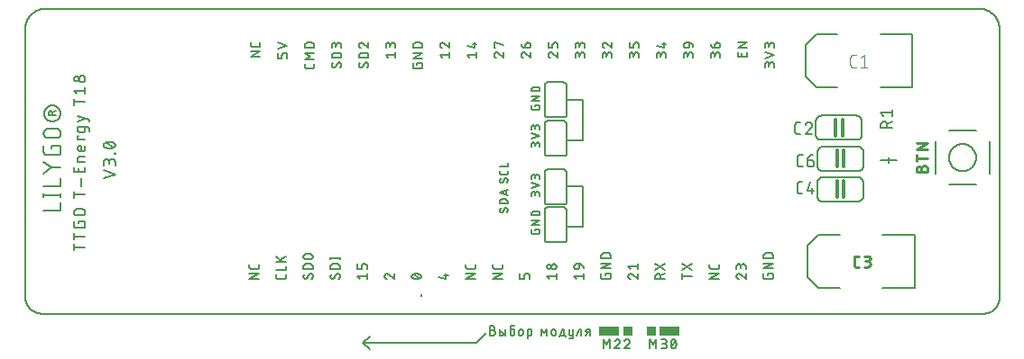
<source format=gbr>
G04 EAGLE Gerber RS-274X export*
G75*
%MOMM*%
%FSLAX34Y34*%
%LPD*%
%INSilkscreen Top*%
%IPPOS*%
%AMOC8*
5,1,8,0,0,1.08239X$1,22.5*%
G01*
%ADD10C,0.152400*%
%ADD11C,0.177800*%
%ADD12C,0.203200*%
%ADD13C,0.127000*%
%ADD14C,0.200000*%
%ADD15R,1.876200X0.938100*%
%ADD16R,0.938100X0.938100*%
%ADD17C,0.254000*%
%ADD18C,0.304800*%
%ADD19C,0.101600*%


D10*
X458114Y137607D02*
X458112Y137686D01*
X458106Y137765D01*
X458097Y137843D01*
X458084Y137921D01*
X458067Y137999D01*
X458047Y138075D01*
X458023Y138150D01*
X457995Y138224D01*
X457964Y138297D01*
X457929Y138368D01*
X457891Y138438D01*
X457850Y138505D01*
X457806Y138570D01*
X457759Y138634D01*
X457708Y138695D01*
X457655Y138753D01*
X457599Y138809D01*
X457541Y138862D01*
X457480Y138913D01*
X457416Y138960D01*
X457351Y139004D01*
X457284Y139045D01*
X457214Y139083D01*
X457143Y139118D01*
X457070Y139149D01*
X456996Y139177D01*
X456921Y139201D01*
X456845Y139221D01*
X456767Y139238D01*
X456689Y139251D01*
X456611Y139260D01*
X456532Y139266D01*
X456453Y139268D01*
X458114Y137607D02*
X458112Y137492D01*
X458106Y137376D01*
X458097Y137261D01*
X458084Y137146D01*
X458067Y137032D01*
X458046Y136919D01*
X458021Y136806D01*
X457993Y136694D01*
X457961Y136583D01*
X457926Y136473D01*
X457887Y136364D01*
X457844Y136257D01*
X457798Y136151D01*
X457748Y136047D01*
X457695Y135944D01*
X457639Y135844D01*
X457579Y135745D01*
X457516Y135648D01*
X457450Y135553D01*
X457381Y135461D01*
X457309Y135370D01*
X457234Y135283D01*
X457156Y135197D01*
X457076Y135115D01*
X452299Y135323D02*
X452220Y135325D01*
X452141Y135331D01*
X452063Y135340D01*
X451985Y135353D01*
X451907Y135370D01*
X451831Y135390D01*
X451756Y135414D01*
X451682Y135442D01*
X451609Y135473D01*
X451538Y135508D01*
X451469Y135546D01*
X451401Y135587D01*
X451336Y135631D01*
X451272Y135678D01*
X451211Y135729D01*
X451153Y135782D01*
X451097Y135838D01*
X451044Y135896D01*
X450993Y135957D01*
X450946Y136021D01*
X450902Y136086D01*
X450861Y136154D01*
X450823Y136223D01*
X450788Y136294D01*
X450757Y136367D01*
X450729Y136441D01*
X450705Y136516D01*
X450685Y136592D01*
X450668Y136670D01*
X450655Y136748D01*
X450646Y136826D01*
X450640Y136905D01*
X450638Y136984D01*
X450640Y137089D01*
X450645Y137195D01*
X450654Y137300D01*
X450667Y137405D01*
X450683Y137509D01*
X450702Y137613D01*
X450725Y137716D01*
X450752Y137818D01*
X450782Y137919D01*
X450815Y138019D01*
X450852Y138118D01*
X450892Y138215D01*
X450935Y138312D01*
X450982Y138406D01*
X451031Y138499D01*
X451084Y138591D01*
X451140Y138680D01*
X451199Y138768D01*
X451261Y138853D01*
X453752Y136154D02*
X453710Y136086D01*
X453665Y136020D01*
X453617Y135957D01*
X453566Y135896D01*
X453512Y135837D01*
X453455Y135782D01*
X453396Y135728D01*
X453334Y135678D01*
X453270Y135631D01*
X453204Y135586D01*
X453136Y135545D01*
X453066Y135507D01*
X452994Y135473D01*
X452921Y135442D01*
X452846Y135414D01*
X452770Y135390D01*
X452693Y135370D01*
X452616Y135353D01*
X452537Y135340D01*
X452458Y135331D01*
X452379Y135325D01*
X452299Y135323D01*
X455000Y138438D02*
X455042Y138505D01*
X455087Y138571D01*
X455135Y138634D01*
X455186Y138695D01*
X455240Y138754D01*
X455297Y138809D01*
X455356Y138863D01*
X455418Y138913D01*
X455482Y138960D01*
X455548Y139005D01*
X455616Y139046D01*
X455686Y139084D01*
X455758Y139118D01*
X455831Y139149D01*
X455906Y139177D01*
X455982Y139201D01*
X456059Y139221D01*
X456136Y139238D01*
X456215Y139251D01*
X456294Y139260D01*
X456373Y139266D01*
X456453Y139268D01*
X454999Y138438D02*
X453753Y136153D01*
X458114Y144570D02*
X458114Y146231D01*
X458114Y144570D02*
X458112Y144491D01*
X458106Y144412D01*
X458097Y144334D01*
X458084Y144256D01*
X458067Y144178D01*
X458047Y144102D01*
X458023Y144027D01*
X457995Y143953D01*
X457964Y143880D01*
X457929Y143809D01*
X457891Y143740D01*
X457850Y143672D01*
X457806Y143607D01*
X457759Y143543D01*
X457708Y143482D01*
X457655Y143424D01*
X457599Y143368D01*
X457541Y143315D01*
X457480Y143264D01*
X457416Y143217D01*
X457351Y143173D01*
X457284Y143132D01*
X457214Y143094D01*
X457143Y143059D01*
X457070Y143028D01*
X456996Y143000D01*
X456921Y142976D01*
X456845Y142956D01*
X456767Y142939D01*
X456689Y142926D01*
X456611Y142917D01*
X456532Y142911D01*
X456453Y142909D01*
X456453Y142908D02*
X452299Y142908D01*
X452299Y142909D02*
X452220Y142911D01*
X452141Y142917D01*
X452063Y142926D01*
X451985Y142939D01*
X451907Y142956D01*
X451831Y142976D01*
X451756Y143000D01*
X451682Y143028D01*
X451609Y143059D01*
X451538Y143094D01*
X451469Y143132D01*
X451401Y143173D01*
X451336Y143217D01*
X451272Y143264D01*
X451211Y143315D01*
X451153Y143368D01*
X451097Y143424D01*
X451044Y143482D01*
X450993Y143543D01*
X450946Y143606D01*
X450902Y143672D01*
X450861Y143739D01*
X450823Y143809D01*
X450788Y143880D01*
X450757Y143953D01*
X450729Y144027D01*
X450705Y144102D01*
X450685Y144178D01*
X450668Y144256D01*
X450655Y144334D01*
X450646Y144412D01*
X450640Y144491D01*
X450638Y144570D01*
X450638Y146231D01*
X450638Y149990D02*
X458114Y149990D01*
X458114Y153313D01*
X456453Y111328D02*
X456532Y111326D01*
X456611Y111320D01*
X456689Y111311D01*
X456767Y111298D01*
X456845Y111281D01*
X456921Y111261D01*
X456996Y111237D01*
X457070Y111209D01*
X457143Y111178D01*
X457214Y111143D01*
X457284Y111105D01*
X457351Y111064D01*
X457416Y111020D01*
X457480Y110973D01*
X457541Y110922D01*
X457599Y110869D01*
X457655Y110813D01*
X457708Y110755D01*
X457759Y110694D01*
X457806Y110630D01*
X457850Y110565D01*
X457891Y110498D01*
X457929Y110428D01*
X457964Y110357D01*
X457995Y110284D01*
X458023Y110210D01*
X458047Y110135D01*
X458067Y110059D01*
X458084Y109981D01*
X458097Y109903D01*
X458106Y109825D01*
X458112Y109746D01*
X458114Y109667D01*
X458112Y109552D01*
X458106Y109436D01*
X458097Y109321D01*
X458084Y109206D01*
X458067Y109092D01*
X458046Y108979D01*
X458021Y108866D01*
X457993Y108754D01*
X457961Y108643D01*
X457926Y108533D01*
X457887Y108424D01*
X457844Y108317D01*
X457798Y108211D01*
X457748Y108107D01*
X457695Y108004D01*
X457639Y107904D01*
X457579Y107805D01*
X457516Y107708D01*
X457450Y107613D01*
X457381Y107521D01*
X457309Y107430D01*
X457234Y107343D01*
X457156Y107257D01*
X457076Y107175D01*
X452299Y107383D02*
X452220Y107385D01*
X452141Y107391D01*
X452063Y107400D01*
X451985Y107413D01*
X451907Y107430D01*
X451831Y107450D01*
X451756Y107474D01*
X451682Y107502D01*
X451609Y107533D01*
X451538Y107568D01*
X451469Y107606D01*
X451401Y107647D01*
X451336Y107691D01*
X451272Y107738D01*
X451211Y107789D01*
X451153Y107842D01*
X451097Y107898D01*
X451044Y107956D01*
X450993Y108017D01*
X450946Y108081D01*
X450902Y108146D01*
X450861Y108214D01*
X450823Y108283D01*
X450788Y108354D01*
X450757Y108427D01*
X450729Y108501D01*
X450705Y108576D01*
X450685Y108652D01*
X450668Y108730D01*
X450655Y108808D01*
X450646Y108886D01*
X450640Y108965D01*
X450638Y109044D01*
X450640Y109149D01*
X450645Y109255D01*
X450654Y109360D01*
X450667Y109465D01*
X450683Y109569D01*
X450702Y109673D01*
X450725Y109776D01*
X450752Y109878D01*
X450782Y109979D01*
X450815Y110079D01*
X450852Y110178D01*
X450892Y110275D01*
X450935Y110372D01*
X450982Y110466D01*
X451031Y110559D01*
X451084Y110651D01*
X451140Y110740D01*
X451199Y110828D01*
X451261Y110913D01*
X453752Y108214D02*
X453710Y108146D01*
X453665Y108080D01*
X453617Y108017D01*
X453566Y107956D01*
X453512Y107897D01*
X453455Y107842D01*
X453396Y107788D01*
X453334Y107738D01*
X453270Y107691D01*
X453204Y107646D01*
X453136Y107605D01*
X453066Y107567D01*
X452994Y107533D01*
X452921Y107502D01*
X452846Y107474D01*
X452770Y107450D01*
X452693Y107430D01*
X452616Y107413D01*
X452537Y107400D01*
X452458Y107391D01*
X452379Y107385D01*
X452299Y107383D01*
X455000Y110498D02*
X455042Y110565D01*
X455087Y110631D01*
X455135Y110694D01*
X455186Y110755D01*
X455240Y110814D01*
X455297Y110869D01*
X455356Y110923D01*
X455418Y110973D01*
X455482Y111020D01*
X455548Y111065D01*
X455616Y111106D01*
X455686Y111144D01*
X455758Y111178D01*
X455831Y111209D01*
X455906Y111237D01*
X455982Y111261D01*
X456059Y111281D01*
X456136Y111298D01*
X456215Y111311D01*
X456294Y111320D01*
X456373Y111326D01*
X456453Y111328D01*
X454999Y110498D02*
X453753Y108213D01*
X450638Y115275D02*
X458114Y115275D01*
X450638Y115275D02*
X450638Y117352D01*
X450640Y117440D01*
X450645Y117528D01*
X450655Y117616D01*
X450668Y117703D01*
X450685Y117790D01*
X450705Y117875D01*
X450729Y117960D01*
X450757Y118044D01*
X450788Y118126D01*
X450822Y118208D01*
X450860Y118287D01*
X450902Y118365D01*
X450946Y118441D01*
X450994Y118515D01*
X451045Y118587D01*
X451099Y118657D01*
X451156Y118724D01*
X451216Y118789D01*
X451278Y118852D01*
X451343Y118911D01*
X451410Y118968D01*
X451480Y119022D01*
X451552Y119073D01*
X451626Y119121D01*
X451702Y119165D01*
X451780Y119207D01*
X451860Y119245D01*
X451941Y119279D01*
X452023Y119310D01*
X452107Y119338D01*
X452192Y119362D01*
X452277Y119382D01*
X452364Y119399D01*
X452451Y119412D01*
X452539Y119422D01*
X452627Y119427D01*
X452715Y119429D01*
X452715Y119428D02*
X456037Y119428D01*
X456037Y119429D02*
X456125Y119427D01*
X456213Y119422D01*
X456301Y119412D01*
X456388Y119399D01*
X456475Y119382D01*
X456560Y119362D01*
X456645Y119338D01*
X456729Y119310D01*
X456811Y119279D01*
X456893Y119245D01*
X456972Y119207D01*
X457050Y119165D01*
X457126Y119121D01*
X457200Y119073D01*
X457272Y119022D01*
X457342Y118968D01*
X457409Y118911D01*
X457474Y118852D01*
X457537Y118789D01*
X457596Y118724D01*
X457653Y118657D01*
X457707Y118587D01*
X457758Y118515D01*
X457806Y118441D01*
X457850Y118365D01*
X457892Y118287D01*
X457930Y118208D01*
X457964Y118126D01*
X457995Y118044D01*
X458023Y117960D01*
X458047Y117875D01*
X458067Y117790D01*
X458084Y117703D01*
X458097Y117616D01*
X458107Y117528D01*
X458112Y117440D01*
X458114Y117352D01*
X458114Y115275D01*
X458114Y123230D02*
X450638Y125722D01*
X458114Y128214D01*
X456245Y127591D02*
X456245Y123853D01*
D11*
X38621Y108846D02*
X22619Y108846D01*
X38621Y108846D02*
X38621Y115958D01*
X38621Y123158D02*
X22619Y123158D01*
X38621Y121380D02*
X38621Y124936D01*
X22619Y124936D02*
X22619Y121380D01*
X22619Y131772D02*
X38621Y131772D01*
X38621Y138884D01*
X30176Y149210D02*
X22619Y143876D01*
X30176Y149210D02*
X22619Y154544D01*
X30176Y149210D02*
X38621Y149210D01*
X29731Y167141D02*
X29731Y169808D01*
X38621Y169808D01*
X38621Y164474D01*
X38619Y164358D01*
X38613Y164241D01*
X38604Y164125D01*
X38591Y164010D01*
X38574Y163895D01*
X38553Y163780D01*
X38528Y163667D01*
X38500Y163554D01*
X38468Y163442D01*
X38432Y163331D01*
X38393Y163221D01*
X38350Y163113D01*
X38304Y163006D01*
X38254Y162901D01*
X38201Y162798D01*
X38145Y162696D01*
X38085Y162596D01*
X38022Y162498D01*
X37955Y162403D01*
X37886Y162309D01*
X37814Y162218D01*
X37739Y162129D01*
X37660Y162043D01*
X37579Y161960D01*
X37496Y161879D01*
X37410Y161800D01*
X37321Y161725D01*
X37230Y161653D01*
X37136Y161584D01*
X37041Y161517D01*
X36943Y161454D01*
X36843Y161394D01*
X36741Y161338D01*
X36638Y161285D01*
X36533Y161235D01*
X36426Y161189D01*
X36318Y161146D01*
X36208Y161107D01*
X36097Y161071D01*
X35985Y161039D01*
X35872Y161011D01*
X35759Y160986D01*
X35644Y160965D01*
X35529Y160948D01*
X35414Y160935D01*
X35298Y160926D01*
X35181Y160920D01*
X35065Y160918D01*
X26175Y160918D01*
X26059Y160920D01*
X25942Y160926D01*
X25826Y160935D01*
X25711Y160948D01*
X25596Y160965D01*
X25481Y160986D01*
X25368Y161011D01*
X25255Y161039D01*
X25143Y161071D01*
X25032Y161107D01*
X24922Y161146D01*
X24814Y161189D01*
X24707Y161235D01*
X24602Y161285D01*
X24499Y161338D01*
X24397Y161394D01*
X24297Y161454D01*
X24199Y161517D01*
X24104Y161584D01*
X24010Y161653D01*
X23919Y161725D01*
X23830Y161800D01*
X23744Y161879D01*
X23661Y161960D01*
X23580Y162043D01*
X23501Y162129D01*
X23426Y162218D01*
X23354Y162309D01*
X23285Y162403D01*
X23218Y162498D01*
X23155Y162596D01*
X23095Y162696D01*
X23039Y162798D01*
X22986Y162901D01*
X22936Y163006D01*
X22890Y163113D01*
X22847Y163221D01*
X22808Y163331D01*
X22772Y163442D01*
X22740Y163554D01*
X22712Y163667D01*
X22687Y163780D01*
X22666Y163895D01*
X22649Y164010D01*
X22636Y164125D01*
X22627Y164241D01*
X22621Y164358D01*
X22619Y164474D01*
X22619Y169808D01*
X27064Y177070D02*
X34176Y177070D01*
X27064Y177070D02*
X26932Y177072D01*
X26801Y177078D01*
X26669Y177088D01*
X26538Y177101D01*
X26408Y177119D01*
X26278Y177140D01*
X26148Y177165D01*
X26020Y177194D01*
X25892Y177227D01*
X25766Y177264D01*
X25640Y177304D01*
X25516Y177348D01*
X25393Y177396D01*
X25272Y177447D01*
X25152Y177502D01*
X25034Y177560D01*
X24918Y177622D01*
X24804Y177688D01*
X24691Y177756D01*
X24581Y177828D01*
X24473Y177903D01*
X24367Y177982D01*
X24263Y178063D01*
X24162Y178148D01*
X24064Y178235D01*
X23968Y178326D01*
X23875Y178419D01*
X23784Y178515D01*
X23697Y178613D01*
X23612Y178714D01*
X23531Y178818D01*
X23452Y178924D01*
X23377Y179032D01*
X23305Y179142D01*
X23237Y179255D01*
X23171Y179369D01*
X23109Y179485D01*
X23051Y179603D01*
X22996Y179723D01*
X22945Y179844D01*
X22897Y179967D01*
X22853Y180091D01*
X22813Y180217D01*
X22776Y180343D01*
X22743Y180471D01*
X22714Y180599D01*
X22689Y180729D01*
X22668Y180859D01*
X22650Y180989D01*
X22637Y181120D01*
X22627Y181252D01*
X22621Y181383D01*
X22619Y181515D01*
X22621Y181647D01*
X22627Y181778D01*
X22637Y181910D01*
X22650Y182041D01*
X22668Y182171D01*
X22689Y182301D01*
X22714Y182431D01*
X22743Y182559D01*
X22776Y182687D01*
X22813Y182813D01*
X22853Y182939D01*
X22897Y183063D01*
X22945Y183186D01*
X22996Y183307D01*
X23051Y183427D01*
X23109Y183545D01*
X23171Y183661D01*
X23237Y183775D01*
X23305Y183888D01*
X23377Y183998D01*
X23452Y184106D01*
X23531Y184212D01*
X23612Y184316D01*
X23697Y184417D01*
X23784Y184515D01*
X23875Y184611D01*
X23968Y184704D01*
X24064Y184795D01*
X24162Y184882D01*
X24263Y184967D01*
X24367Y185048D01*
X24473Y185127D01*
X24581Y185202D01*
X24691Y185274D01*
X24804Y185342D01*
X24918Y185408D01*
X25034Y185470D01*
X25152Y185528D01*
X25272Y185583D01*
X25393Y185634D01*
X25516Y185682D01*
X25640Y185726D01*
X25766Y185766D01*
X25892Y185803D01*
X26020Y185836D01*
X26148Y185865D01*
X26278Y185890D01*
X26408Y185911D01*
X26538Y185929D01*
X26669Y185942D01*
X26801Y185952D01*
X26932Y185958D01*
X27064Y185960D01*
X34176Y185960D01*
X34308Y185958D01*
X34439Y185952D01*
X34571Y185942D01*
X34702Y185929D01*
X34832Y185911D01*
X34962Y185890D01*
X35092Y185865D01*
X35220Y185836D01*
X35348Y185803D01*
X35474Y185766D01*
X35600Y185726D01*
X35724Y185682D01*
X35847Y185634D01*
X35968Y185583D01*
X36088Y185528D01*
X36206Y185470D01*
X36322Y185408D01*
X36436Y185342D01*
X36549Y185274D01*
X36659Y185202D01*
X36767Y185127D01*
X36873Y185048D01*
X36977Y184967D01*
X37078Y184882D01*
X37176Y184795D01*
X37272Y184704D01*
X37365Y184611D01*
X37456Y184515D01*
X37543Y184417D01*
X37628Y184316D01*
X37709Y184212D01*
X37788Y184106D01*
X37863Y183998D01*
X37935Y183888D01*
X38003Y183775D01*
X38069Y183661D01*
X38131Y183545D01*
X38189Y183427D01*
X38244Y183307D01*
X38295Y183186D01*
X38343Y183063D01*
X38387Y182939D01*
X38427Y182813D01*
X38464Y182687D01*
X38497Y182559D01*
X38526Y182431D01*
X38551Y182301D01*
X38572Y182171D01*
X38590Y182041D01*
X38603Y181910D01*
X38613Y181778D01*
X38619Y181647D01*
X38621Y181515D01*
X38619Y181383D01*
X38613Y181252D01*
X38603Y181120D01*
X38590Y180989D01*
X38572Y180859D01*
X38551Y180729D01*
X38526Y180599D01*
X38497Y180471D01*
X38464Y180343D01*
X38427Y180217D01*
X38387Y180091D01*
X38343Y179967D01*
X38295Y179844D01*
X38244Y179723D01*
X38189Y179603D01*
X38131Y179485D01*
X38069Y179369D01*
X38003Y179255D01*
X37935Y179142D01*
X37863Y179032D01*
X37788Y178924D01*
X37709Y178818D01*
X37628Y178714D01*
X37543Y178613D01*
X37456Y178515D01*
X37365Y178419D01*
X37272Y178326D01*
X37176Y178235D01*
X37078Y178148D01*
X36977Y178063D01*
X36873Y177982D01*
X36767Y177903D01*
X36659Y177828D01*
X36549Y177756D01*
X36436Y177688D01*
X36322Y177622D01*
X36206Y177560D01*
X36088Y177502D01*
X35968Y177447D01*
X35847Y177396D01*
X35724Y177348D01*
X35600Y177304D01*
X35474Y177264D01*
X35348Y177227D01*
X35220Y177194D01*
X35092Y177165D01*
X34962Y177140D01*
X34832Y177119D01*
X34702Y177101D01*
X34571Y177088D01*
X34439Y177078D01*
X34308Y177072D01*
X34176Y177070D01*
X34176Y198495D02*
X27064Y198495D01*
X27064Y200717D01*
X27066Y200800D01*
X27072Y200883D01*
X27082Y200966D01*
X27095Y201049D01*
X27113Y201130D01*
X27134Y201211D01*
X27159Y201290D01*
X27188Y201368D01*
X27220Y201445D01*
X27256Y201520D01*
X27295Y201594D01*
X27338Y201665D01*
X27384Y201735D01*
X27434Y201802D01*
X27486Y201867D01*
X27541Y201929D01*
X27600Y201989D01*
X27661Y202046D01*
X27724Y202100D01*
X27790Y202151D01*
X27859Y202198D01*
X27929Y202243D01*
X28002Y202284D01*
X28076Y202321D01*
X28152Y202356D01*
X28230Y202386D01*
X28308Y202413D01*
X28389Y202436D01*
X28470Y202456D01*
X28552Y202471D01*
X28634Y202483D01*
X28717Y202491D01*
X28800Y202495D01*
X28884Y202495D01*
X28967Y202491D01*
X29050Y202483D01*
X29132Y202471D01*
X29214Y202456D01*
X29295Y202436D01*
X29376Y202413D01*
X29454Y202386D01*
X29532Y202356D01*
X29608Y202321D01*
X29682Y202284D01*
X29755Y202243D01*
X29825Y202198D01*
X29894Y202151D01*
X29960Y202100D01*
X30023Y202046D01*
X30084Y201989D01*
X30143Y201929D01*
X30198Y201867D01*
X30250Y201802D01*
X30300Y201735D01*
X30346Y201665D01*
X30389Y201594D01*
X30428Y201520D01*
X30464Y201445D01*
X30496Y201368D01*
X30525Y201290D01*
X30550Y201211D01*
X30571Y201130D01*
X30589Y201049D01*
X30602Y200966D01*
X30612Y200883D01*
X30618Y200800D01*
X30620Y200717D01*
X30620Y198495D01*
X30620Y200717D02*
X34176Y202495D01*
X30620Y207830D02*
X30436Y207828D01*
X30252Y207821D01*
X30068Y207810D01*
X29885Y207794D01*
X29702Y207774D01*
X29520Y207749D01*
X29338Y207720D01*
X29157Y207687D01*
X28977Y207649D01*
X28798Y207607D01*
X28620Y207560D01*
X28443Y207510D01*
X28267Y207454D01*
X28093Y207395D01*
X27920Y207331D01*
X27749Y207264D01*
X27580Y207192D01*
X27412Y207115D01*
X27247Y207035D01*
X27083Y206951D01*
X26921Y206863D01*
X26762Y206771D01*
X26605Y206675D01*
X26450Y206576D01*
X26298Y206472D01*
X26148Y206365D01*
X26001Y206254D01*
X25857Y206140D01*
X25716Y206022D01*
X25577Y205901D01*
X25442Y205777D01*
X25309Y205649D01*
X25180Y205518D01*
X25054Y205384D01*
X24931Y205247D01*
X24811Y205107D01*
X24695Y204964D01*
X24583Y204818D01*
X24474Y204670D01*
X24369Y204519D01*
X24267Y204366D01*
X24169Y204210D01*
X24075Y204052D01*
X23985Y203891D01*
X23899Y203728D01*
X23817Y203564D01*
X23739Y203397D01*
X23665Y203229D01*
X23595Y203058D01*
X23529Y202886D01*
X23468Y202713D01*
X23410Y202538D01*
X23357Y202362D01*
X23309Y202184D01*
X23264Y202006D01*
X23224Y201826D01*
X23189Y201646D01*
X23157Y201464D01*
X23131Y201282D01*
X23108Y201100D01*
X23090Y200916D01*
X23077Y200733D01*
X23068Y200549D01*
X23064Y200365D01*
X23064Y200181D01*
X23068Y199997D01*
X23077Y199813D01*
X23090Y199630D01*
X23108Y199446D01*
X23131Y199264D01*
X23157Y199082D01*
X23189Y198900D01*
X23224Y198720D01*
X23264Y198540D01*
X23309Y198362D01*
X23357Y198184D01*
X23410Y198008D01*
X23468Y197833D01*
X23529Y197660D01*
X23595Y197488D01*
X23665Y197317D01*
X23739Y197149D01*
X23817Y196982D01*
X23899Y196818D01*
X23985Y196655D01*
X24075Y196494D01*
X24169Y196336D01*
X24267Y196180D01*
X24369Y196027D01*
X24474Y195876D01*
X24583Y195728D01*
X24695Y195582D01*
X24811Y195439D01*
X24931Y195299D01*
X25054Y195162D01*
X25180Y195028D01*
X25309Y194897D01*
X25442Y194769D01*
X25577Y194645D01*
X25716Y194524D01*
X25857Y194406D01*
X26001Y194292D01*
X26148Y194181D01*
X26298Y194074D01*
X26450Y193970D01*
X26605Y193871D01*
X26762Y193775D01*
X26921Y193683D01*
X27083Y193595D01*
X27247Y193511D01*
X27412Y193431D01*
X27580Y193354D01*
X27749Y193282D01*
X27920Y193215D01*
X28093Y193151D01*
X28267Y193092D01*
X28443Y193036D01*
X28620Y192986D01*
X28798Y192939D01*
X28977Y192897D01*
X29157Y192859D01*
X29338Y192826D01*
X29520Y192797D01*
X29702Y192772D01*
X29885Y192752D01*
X30068Y192736D01*
X30252Y192725D01*
X30436Y192718D01*
X30620Y192716D01*
X30804Y192718D01*
X30988Y192725D01*
X31172Y192736D01*
X31355Y192752D01*
X31538Y192772D01*
X31720Y192797D01*
X31902Y192826D01*
X32083Y192859D01*
X32263Y192897D01*
X32442Y192939D01*
X32620Y192986D01*
X32797Y193036D01*
X32973Y193092D01*
X33147Y193151D01*
X33320Y193215D01*
X33491Y193282D01*
X33660Y193354D01*
X33828Y193431D01*
X33993Y193511D01*
X34157Y193595D01*
X34319Y193683D01*
X34478Y193775D01*
X34635Y193871D01*
X34790Y193970D01*
X34942Y194074D01*
X35092Y194181D01*
X35239Y194292D01*
X35383Y194406D01*
X35524Y194524D01*
X35663Y194645D01*
X35798Y194769D01*
X35931Y194897D01*
X36060Y195028D01*
X36186Y195162D01*
X36309Y195299D01*
X36429Y195439D01*
X36545Y195582D01*
X36657Y195728D01*
X36766Y195876D01*
X36871Y196027D01*
X36973Y196180D01*
X37071Y196336D01*
X37165Y196495D01*
X37255Y196655D01*
X37341Y196818D01*
X37423Y196982D01*
X37501Y197149D01*
X37575Y197317D01*
X37645Y197488D01*
X37711Y197660D01*
X37772Y197833D01*
X37830Y198008D01*
X37883Y198184D01*
X37931Y198362D01*
X37976Y198540D01*
X38016Y198720D01*
X38051Y198900D01*
X38083Y199082D01*
X38109Y199264D01*
X38132Y199446D01*
X38150Y199630D01*
X38163Y199813D01*
X38172Y199997D01*
X38176Y200181D01*
X38176Y200365D01*
X38172Y200549D01*
X38163Y200733D01*
X38150Y200916D01*
X38132Y201100D01*
X38109Y201282D01*
X38083Y201464D01*
X38051Y201646D01*
X38016Y201826D01*
X37976Y202006D01*
X37931Y202184D01*
X37883Y202362D01*
X37830Y202538D01*
X37772Y202713D01*
X37711Y202886D01*
X37645Y203058D01*
X37575Y203229D01*
X37501Y203397D01*
X37423Y203564D01*
X37341Y203728D01*
X37255Y203891D01*
X37165Y204052D01*
X37071Y204210D01*
X36973Y204366D01*
X36871Y204519D01*
X36766Y204670D01*
X36657Y204818D01*
X36545Y204964D01*
X36429Y205107D01*
X36309Y205247D01*
X36186Y205384D01*
X36060Y205518D01*
X35931Y205649D01*
X35798Y205777D01*
X35663Y205901D01*
X35524Y206022D01*
X35383Y206140D01*
X35239Y206254D01*
X35092Y206365D01*
X34942Y206472D01*
X34790Y206576D01*
X34635Y206675D01*
X34478Y206771D01*
X34319Y206863D01*
X34157Y206951D01*
X33993Y207035D01*
X33828Y207115D01*
X33660Y207192D01*
X33491Y207264D01*
X33320Y207331D01*
X33147Y207395D01*
X32973Y207454D01*
X32797Y207510D01*
X32620Y207560D01*
X32442Y207607D01*
X32263Y207649D01*
X32083Y207687D01*
X31902Y207720D01*
X31720Y207749D01*
X31538Y207774D01*
X31355Y207794D01*
X31172Y207810D01*
X30988Y207821D01*
X30804Y207828D01*
X30620Y207830D01*
D12*
X50889Y74386D02*
X61557Y74386D01*
X50889Y71423D02*
X50889Y77349D01*
X50889Y84292D02*
X61557Y84292D01*
X50889Y81329D02*
X50889Y87255D01*
X55630Y96526D02*
X55630Y98304D01*
X61557Y98304D01*
X61557Y94748D01*
X61555Y94653D01*
X61549Y94557D01*
X61540Y94462D01*
X61526Y94368D01*
X61509Y94274D01*
X61488Y94181D01*
X61463Y94088D01*
X61435Y93997D01*
X61403Y93907D01*
X61367Y93819D01*
X61328Y93732D01*
X61285Y93646D01*
X61239Y93563D01*
X61190Y93481D01*
X61137Y93401D01*
X61081Y93324D01*
X61023Y93248D01*
X60961Y93176D01*
X60896Y93106D01*
X60828Y93038D01*
X60758Y92973D01*
X60686Y92911D01*
X60610Y92853D01*
X60533Y92797D01*
X60453Y92744D01*
X60372Y92695D01*
X60288Y92649D01*
X60202Y92606D01*
X60115Y92567D01*
X60027Y92531D01*
X59937Y92499D01*
X59846Y92471D01*
X59753Y92446D01*
X59660Y92425D01*
X59566Y92408D01*
X59472Y92394D01*
X59377Y92385D01*
X59282Y92379D01*
X59186Y92377D01*
X59186Y92378D02*
X53260Y92378D01*
X53260Y92377D02*
X53165Y92379D01*
X53069Y92385D01*
X52974Y92394D01*
X52880Y92408D01*
X52786Y92425D01*
X52693Y92446D01*
X52600Y92471D01*
X52509Y92499D01*
X52419Y92531D01*
X52331Y92567D01*
X52244Y92606D01*
X52158Y92649D01*
X52075Y92695D01*
X51993Y92744D01*
X51913Y92797D01*
X51836Y92853D01*
X51760Y92911D01*
X51688Y92973D01*
X51618Y93038D01*
X51550Y93106D01*
X51485Y93176D01*
X51423Y93248D01*
X51365Y93324D01*
X51309Y93401D01*
X51256Y93481D01*
X51207Y93562D01*
X51161Y93646D01*
X51118Y93732D01*
X51079Y93819D01*
X51043Y93907D01*
X51011Y93997D01*
X50983Y94088D01*
X50958Y94181D01*
X50937Y94274D01*
X50920Y94368D01*
X50906Y94462D01*
X50897Y94557D01*
X50891Y94652D01*
X50889Y94748D01*
X50889Y98304D01*
X53852Y104189D02*
X58594Y104189D01*
X53852Y104189D02*
X53745Y104191D01*
X53638Y104197D01*
X53532Y104206D01*
X53426Y104220D01*
X53320Y104237D01*
X53215Y104258D01*
X53111Y104283D01*
X53008Y104312D01*
X52906Y104344D01*
X52805Y104380D01*
X52706Y104420D01*
X52608Y104463D01*
X52512Y104510D01*
X52417Y104560D01*
X52324Y104613D01*
X52234Y104670D01*
X52145Y104730D01*
X52059Y104793D01*
X51975Y104859D01*
X51893Y104929D01*
X51814Y105001D01*
X51738Y105076D01*
X51664Y105154D01*
X51594Y105234D01*
X51526Y105317D01*
X51461Y105402D01*
X51400Y105489D01*
X51341Y105579D01*
X51286Y105671D01*
X51234Y105764D01*
X51186Y105860D01*
X51141Y105957D01*
X51099Y106055D01*
X51062Y106155D01*
X51027Y106257D01*
X50997Y106359D01*
X50970Y106463D01*
X50947Y106567D01*
X50928Y106673D01*
X50913Y106779D01*
X50901Y106885D01*
X50893Y106992D01*
X50889Y107099D01*
X50889Y107205D01*
X50893Y107312D01*
X50901Y107419D01*
X50913Y107525D01*
X50928Y107631D01*
X50947Y107737D01*
X50970Y107841D01*
X50997Y107945D01*
X51027Y108047D01*
X51062Y108149D01*
X51099Y108249D01*
X51141Y108347D01*
X51186Y108444D01*
X51234Y108540D01*
X51286Y108634D01*
X51341Y108725D01*
X51400Y108815D01*
X51461Y108902D01*
X51526Y108987D01*
X51594Y109070D01*
X51664Y109150D01*
X51738Y109228D01*
X51814Y109303D01*
X51893Y109375D01*
X51975Y109445D01*
X52059Y109511D01*
X52145Y109574D01*
X52234Y109634D01*
X52324Y109691D01*
X52417Y109744D01*
X52512Y109794D01*
X52608Y109841D01*
X52706Y109884D01*
X52805Y109924D01*
X52906Y109960D01*
X53008Y109992D01*
X53111Y110021D01*
X53215Y110046D01*
X53320Y110067D01*
X53426Y110084D01*
X53532Y110098D01*
X53638Y110107D01*
X53745Y110113D01*
X53852Y110115D01*
X58594Y110115D01*
X58701Y110113D01*
X58808Y110107D01*
X58914Y110098D01*
X59020Y110084D01*
X59126Y110067D01*
X59231Y110046D01*
X59335Y110021D01*
X59438Y109992D01*
X59540Y109960D01*
X59641Y109924D01*
X59740Y109884D01*
X59838Y109841D01*
X59934Y109794D01*
X60029Y109744D01*
X60122Y109691D01*
X60212Y109634D01*
X60301Y109574D01*
X60387Y109511D01*
X60471Y109445D01*
X60553Y109375D01*
X60632Y109303D01*
X60708Y109228D01*
X60782Y109150D01*
X60852Y109070D01*
X60920Y108987D01*
X60985Y108902D01*
X61046Y108815D01*
X61105Y108725D01*
X61160Y108633D01*
X61212Y108540D01*
X61260Y108444D01*
X61305Y108347D01*
X61347Y108249D01*
X61384Y108149D01*
X61419Y108047D01*
X61449Y107945D01*
X61476Y107841D01*
X61499Y107737D01*
X61518Y107631D01*
X61533Y107525D01*
X61545Y107419D01*
X61553Y107312D01*
X61557Y107205D01*
X61557Y107099D01*
X61553Y106992D01*
X61545Y106885D01*
X61533Y106779D01*
X61518Y106673D01*
X61499Y106567D01*
X61476Y106463D01*
X61449Y106359D01*
X61419Y106257D01*
X61384Y106155D01*
X61347Y106055D01*
X61305Y105957D01*
X61260Y105860D01*
X61212Y105764D01*
X61160Y105670D01*
X61105Y105579D01*
X61046Y105489D01*
X60985Y105402D01*
X60920Y105317D01*
X60852Y105234D01*
X60782Y105154D01*
X60708Y105076D01*
X60632Y105001D01*
X60553Y104929D01*
X60471Y104859D01*
X60387Y104793D01*
X60301Y104730D01*
X60212Y104670D01*
X60122Y104613D01*
X60029Y104560D01*
X59934Y104510D01*
X59838Y104463D01*
X59740Y104420D01*
X59641Y104380D01*
X59540Y104344D01*
X59438Y104312D01*
X59335Y104283D01*
X59231Y104258D01*
X59126Y104237D01*
X59020Y104220D01*
X58914Y104206D01*
X58808Y104197D01*
X58701Y104191D01*
X58594Y104189D01*
X61557Y123916D02*
X50889Y123916D01*
X50889Y120953D02*
X50889Y126879D01*
X57408Y131790D02*
X57408Y138902D01*
X61557Y144989D02*
X61557Y149731D01*
X61557Y144989D02*
X50889Y144989D01*
X50889Y149731D01*
X55630Y148545D02*
X55630Y144989D01*
X54445Y154692D02*
X61557Y154692D01*
X54445Y154692D02*
X54445Y157655D01*
X54447Y157737D01*
X54453Y157819D01*
X54462Y157901D01*
X54475Y157982D01*
X54492Y158062D01*
X54513Y158142D01*
X54537Y158220D01*
X54565Y158297D01*
X54596Y158373D01*
X54631Y158448D01*
X54670Y158520D01*
X54711Y158591D01*
X54756Y158660D01*
X54804Y158726D01*
X54855Y158791D01*
X54909Y158853D01*
X54966Y158912D01*
X55025Y158969D01*
X55087Y159023D01*
X55152Y159074D01*
X55218Y159122D01*
X55287Y159167D01*
X55358Y159208D01*
X55430Y159247D01*
X55505Y159282D01*
X55581Y159313D01*
X55658Y159341D01*
X55736Y159365D01*
X55816Y159386D01*
X55896Y159403D01*
X55977Y159416D01*
X56059Y159425D01*
X56141Y159431D01*
X56223Y159433D01*
X61557Y159433D01*
X61557Y166757D02*
X61557Y169720D01*
X61557Y166757D02*
X61555Y166675D01*
X61549Y166593D01*
X61540Y166511D01*
X61527Y166430D01*
X61510Y166350D01*
X61489Y166270D01*
X61465Y166192D01*
X61437Y166115D01*
X61406Y166039D01*
X61371Y165964D01*
X61332Y165892D01*
X61291Y165821D01*
X61246Y165752D01*
X61198Y165686D01*
X61147Y165621D01*
X61093Y165559D01*
X61036Y165500D01*
X60977Y165443D01*
X60915Y165389D01*
X60850Y165338D01*
X60784Y165290D01*
X60715Y165245D01*
X60644Y165204D01*
X60572Y165165D01*
X60497Y165130D01*
X60421Y165099D01*
X60344Y165071D01*
X60266Y165047D01*
X60186Y165026D01*
X60106Y165009D01*
X60025Y164996D01*
X59943Y164987D01*
X59861Y164981D01*
X59779Y164979D01*
X56816Y164979D01*
X56719Y164981D01*
X56623Y164987D01*
X56527Y164997D01*
X56431Y165011D01*
X56336Y165028D01*
X56241Y165050D01*
X56148Y165075D01*
X56056Y165104D01*
X55965Y165137D01*
X55875Y165174D01*
X55787Y165214D01*
X55701Y165258D01*
X55617Y165305D01*
X55534Y165355D01*
X55454Y165409D01*
X55376Y165467D01*
X55300Y165527D01*
X55227Y165590D01*
X55157Y165656D01*
X55089Y165726D01*
X55024Y165797D01*
X54962Y165872D01*
X54904Y165949D01*
X54848Y166028D01*
X54796Y166109D01*
X54747Y166193D01*
X54701Y166278D01*
X54659Y166365D01*
X54621Y166454D01*
X54586Y166544D01*
X54555Y166636D01*
X54528Y166729D01*
X54504Y166822D01*
X54485Y166917D01*
X54469Y167013D01*
X54457Y167109D01*
X54449Y167205D01*
X54445Y167302D01*
X54445Y167398D01*
X54449Y167495D01*
X54457Y167591D01*
X54469Y167687D01*
X54485Y167783D01*
X54504Y167878D01*
X54528Y167971D01*
X54555Y168064D01*
X54586Y168156D01*
X54621Y168246D01*
X54659Y168335D01*
X54701Y168422D01*
X54747Y168507D01*
X54796Y168591D01*
X54848Y168672D01*
X54904Y168751D01*
X54962Y168828D01*
X55024Y168903D01*
X55089Y168974D01*
X55157Y169044D01*
X55227Y169110D01*
X55300Y169173D01*
X55376Y169233D01*
X55454Y169291D01*
X55534Y169345D01*
X55617Y169395D01*
X55701Y169442D01*
X55787Y169486D01*
X55875Y169526D01*
X55965Y169563D01*
X56056Y169596D01*
X56148Y169625D01*
X56241Y169650D01*
X56336Y169672D01*
X56431Y169689D01*
X56527Y169703D01*
X56623Y169713D01*
X56719Y169719D01*
X56816Y169721D01*
X56816Y169720D02*
X58001Y169720D01*
X58001Y164979D01*
X61557Y175366D02*
X54445Y175366D01*
X54445Y178922D01*
X55630Y178922D01*
X61557Y184576D02*
X61557Y187539D01*
X61557Y184576D02*
X61555Y184494D01*
X61549Y184412D01*
X61540Y184330D01*
X61527Y184249D01*
X61510Y184169D01*
X61489Y184089D01*
X61465Y184011D01*
X61437Y183934D01*
X61406Y183858D01*
X61371Y183783D01*
X61332Y183711D01*
X61291Y183640D01*
X61246Y183571D01*
X61198Y183505D01*
X61147Y183440D01*
X61093Y183378D01*
X61036Y183319D01*
X60977Y183262D01*
X60915Y183208D01*
X60850Y183157D01*
X60784Y183109D01*
X60715Y183064D01*
X60644Y183023D01*
X60572Y182984D01*
X60497Y182949D01*
X60421Y182918D01*
X60344Y182890D01*
X60266Y182866D01*
X60186Y182845D01*
X60106Y182828D01*
X60025Y182815D01*
X59943Y182806D01*
X59861Y182800D01*
X59779Y182798D01*
X56223Y182798D01*
X56141Y182800D01*
X56059Y182806D01*
X55977Y182815D01*
X55896Y182828D01*
X55816Y182845D01*
X55736Y182866D01*
X55658Y182890D01*
X55581Y182918D01*
X55505Y182949D01*
X55430Y182984D01*
X55358Y183023D01*
X55287Y183064D01*
X55218Y183109D01*
X55152Y183157D01*
X55087Y183208D01*
X55025Y183262D01*
X54966Y183319D01*
X54909Y183378D01*
X54855Y183440D01*
X54804Y183505D01*
X54756Y183571D01*
X54711Y183640D01*
X54670Y183711D01*
X54631Y183783D01*
X54596Y183858D01*
X54565Y183934D01*
X54537Y184011D01*
X54513Y184089D01*
X54492Y184169D01*
X54475Y184249D01*
X54462Y184330D01*
X54453Y184412D01*
X54447Y184494D01*
X54445Y184576D01*
X54445Y187539D01*
X63335Y187539D01*
X63417Y187537D01*
X63499Y187531D01*
X63581Y187522D01*
X63662Y187509D01*
X63742Y187492D01*
X63822Y187471D01*
X63900Y187447D01*
X63977Y187419D01*
X64053Y187388D01*
X64128Y187353D01*
X64200Y187314D01*
X64271Y187273D01*
X64340Y187228D01*
X64406Y187180D01*
X64471Y187129D01*
X64533Y187075D01*
X64592Y187018D01*
X64649Y186959D01*
X64703Y186897D01*
X64754Y186832D01*
X64802Y186766D01*
X64847Y186697D01*
X64888Y186626D01*
X64927Y186554D01*
X64962Y186479D01*
X64993Y186403D01*
X65021Y186326D01*
X65045Y186248D01*
X65066Y186168D01*
X65083Y186088D01*
X65096Y186007D01*
X65105Y185925D01*
X65111Y185843D01*
X65113Y185761D01*
X65113Y183390D01*
X65113Y192792D02*
X65113Y193977D01*
X54445Y197533D01*
X54445Y192792D02*
X61557Y195163D01*
X61557Y210784D02*
X50889Y210784D01*
X50889Y213747D02*
X50889Y207820D01*
X53260Y218488D02*
X50889Y221452D01*
X61557Y221452D01*
X61557Y224415D02*
X61557Y218488D01*
X58594Y229919D02*
X58487Y229921D01*
X58380Y229927D01*
X58274Y229936D01*
X58168Y229950D01*
X58062Y229967D01*
X57957Y229988D01*
X57853Y230013D01*
X57750Y230042D01*
X57648Y230074D01*
X57547Y230110D01*
X57448Y230150D01*
X57350Y230193D01*
X57254Y230240D01*
X57159Y230290D01*
X57066Y230343D01*
X56976Y230400D01*
X56887Y230460D01*
X56801Y230523D01*
X56717Y230589D01*
X56635Y230659D01*
X56556Y230731D01*
X56480Y230806D01*
X56406Y230884D01*
X56336Y230964D01*
X56268Y231047D01*
X56203Y231132D01*
X56142Y231219D01*
X56083Y231309D01*
X56028Y231401D01*
X55976Y231494D01*
X55928Y231590D01*
X55883Y231687D01*
X55841Y231785D01*
X55804Y231885D01*
X55769Y231987D01*
X55739Y232089D01*
X55712Y232193D01*
X55689Y232297D01*
X55670Y232403D01*
X55655Y232509D01*
X55643Y232615D01*
X55635Y232722D01*
X55631Y232829D01*
X55631Y232935D01*
X55635Y233042D01*
X55643Y233149D01*
X55655Y233255D01*
X55670Y233361D01*
X55689Y233467D01*
X55712Y233571D01*
X55739Y233675D01*
X55769Y233777D01*
X55804Y233879D01*
X55841Y233979D01*
X55883Y234077D01*
X55928Y234174D01*
X55976Y234270D01*
X56028Y234364D01*
X56083Y234455D01*
X56142Y234545D01*
X56203Y234632D01*
X56268Y234717D01*
X56336Y234800D01*
X56406Y234880D01*
X56480Y234958D01*
X56556Y235033D01*
X56635Y235105D01*
X56717Y235175D01*
X56801Y235241D01*
X56887Y235304D01*
X56976Y235364D01*
X57066Y235421D01*
X57159Y235474D01*
X57254Y235524D01*
X57350Y235571D01*
X57448Y235614D01*
X57547Y235654D01*
X57648Y235690D01*
X57750Y235722D01*
X57853Y235751D01*
X57957Y235776D01*
X58062Y235797D01*
X58168Y235814D01*
X58274Y235828D01*
X58380Y235837D01*
X58487Y235843D01*
X58594Y235845D01*
X58701Y235843D01*
X58808Y235837D01*
X58914Y235828D01*
X59020Y235814D01*
X59126Y235797D01*
X59231Y235776D01*
X59335Y235751D01*
X59438Y235722D01*
X59540Y235690D01*
X59641Y235654D01*
X59740Y235614D01*
X59838Y235571D01*
X59934Y235524D01*
X60029Y235474D01*
X60122Y235421D01*
X60212Y235364D01*
X60301Y235304D01*
X60387Y235241D01*
X60471Y235175D01*
X60553Y235105D01*
X60632Y235033D01*
X60708Y234958D01*
X60782Y234880D01*
X60852Y234800D01*
X60920Y234717D01*
X60985Y234632D01*
X61046Y234545D01*
X61105Y234455D01*
X61160Y234363D01*
X61212Y234270D01*
X61260Y234174D01*
X61305Y234077D01*
X61347Y233979D01*
X61384Y233879D01*
X61419Y233777D01*
X61449Y233675D01*
X61476Y233571D01*
X61499Y233467D01*
X61518Y233361D01*
X61533Y233255D01*
X61545Y233149D01*
X61553Y233042D01*
X61557Y232935D01*
X61557Y232829D01*
X61553Y232722D01*
X61545Y232615D01*
X61533Y232509D01*
X61518Y232403D01*
X61499Y232297D01*
X61476Y232193D01*
X61449Y232089D01*
X61419Y231987D01*
X61384Y231885D01*
X61347Y231785D01*
X61305Y231687D01*
X61260Y231590D01*
X61212Y231494D01*
X61160Y231401D01*
X61105Y231309D01*
X61046Y231219D01*
X60985Y231132D01*
X60920Y231047D01*
X60852Y230964D01*
X60782Y230884D01*
X60708Y230806D01*
X60632Y230731D01*
X60553Y230659D01*
X60471Y230589D01*
X60387Y230523D01*
X60301Y230460D01*
X60212Y230400D01*
X60122Y230343D01*
X60029Y230290D01*
X59934Y230240D01*
X59838Y230193D01*
X59740Y230150D01*
X59641Y230110D01*
X59540Y230074D01*
X59438Y230042D01*
X59335Y230013D01*
X59231Y229988D01*
X59126Y229967D01*
X59020Y229950D01*
X58914Y229936D01*
X58808Y229927D01*
X58701Y229921D01*
X58594Y229919D01*
X53260Y230511D02*
X53163Y230513D01*
X53067Y230519D01*
X52971Y230529D01*
X52875Y230543D01*
X52780Y230560D01*
X52685Y230582D01*
X52592Y230607D01*
X52500Y230636D01*
X52409Y230669D01*
X52319Y230706D01*
X52231Y230746D01*
X52145Y230790D01*
X52061Y230837D01*
X51978Y230887D01*
X51898Y230941D01*
X51820Y230999D01*
X51744Y231059D01*
X51671Y231122D01*
X51601Y231188D01*
X51533Y231258D01*
X51468Y231329D01*
X51406Y231404D01*
X51348Y231481D01*
X51292Y231560D01*
X51240Y231641D01*
X51191Y231725D01*
X51145Y231810D01*
X51103Y231897D01*
X51065Y231986D01*
X51030Y232076D01*
X50999Y232168D01*
X50972Y232261D01*
X50948Y232354D01*
X50929Y232449D01*
X50913Y232545D01*
X50901Y232641D01*
X50893Y232737D01*
X50889Y232834D01*
X50889Y232930D01*
X50893Y233027D01*
X50901Y233123D01*
X50913Y233219D01*
X50929Y233315D01*
X50948Y233410D01*
X50972Y233503D01*
X50999Y233596D01*
X51030Y233688D01*
X51065Y233778D01*
X51103Y233867D01*
X51145Y233954D01*
X51191Y234039D01*
X51240Y234123D01*
X51292Y234204D01*
X51348Y234283D01*
X51406Y234360D01*
X51468Y234435D01*
X51533Y234506D01*
X51601Y234576D01*
X51671Y234642D01*
X51744Y234705D01*
X51820Y234765D01*
X51898Y234823D01*
X51978Y234877D01*
X52061Y234927D01*
X52145Y234974D01*
X52231Y235018D01*
X52319Y235058D01*
X52409Y235095D01*
X52500Y235128D01*
X52592Y235157D01*
X52685Y235182D01*
X52780Y235204D01*
X52875Y235221D01*
X52971Y235235D01*
X53067Y235245D01*
X53163Y235251D01*
X53260Y235253D01*
X53357Y235251D01*
X53453Y235245D01*
X53549Y235235D01*
X53645Y235221D01*
X53740Y235204D01*
X53835Y235182D01*
X53928Y235157D01*
X54020Y235128D01*
X54111Y235095D01*
X54201Y235058D01*
X54289Y235018D01*
X54375Y234974D01*
X54459Y234927D01*
X54542Y234877D01*
X54622Y234823D01*
X54700Y234765D01*
X54776Y234705D01*
X54849Y234642D01*
X54919Y234576D01*
X54987Y234506D01*
X55052Y234435D01*
X55114Y234360D01*
X55172Y234283D01*
X55228Y234204D01*
X55280Y234123D01*
X55329Y234039D01*
X55375Y233954D01*
X55417Y233867D01*
X55455Y233778D01*
X55490Y233688D01*
X55521Y233596D01*
X55548Y233503D01*
X55572Y233410D01*
X55591Y233315D01*
X55607Y233219D01*
X55619Y233123D01*
X55627Y233027D01*
X55631Y232930D01*
X55631Y232834D01*
X55627Y232737D01*
X55619Y232641D01*
X55607Y232545D01*
X55591Y232449D01*
X55572Y232354D01*
X55548Y232261D01*
X55521Y232168D01*
X55490Y232076D01*
X55455Y231986D01*
X55417Y231897D01*
X55375Y231810D01*
X55329Y231725D01*
X55280Y231641D01*
X55228Y231560D01*
X55172Y231481D01*
X55114Y231404D01*
X55052Y231329D01*
X54987Y231258D01*
X54919Y231188D01*
X54849Y231122D01*
X54776Y231059D01*
X54700Y230999D01*
X54622Y230941D01*
X54542Y230887D01*
X54459Y230837D01*
X54375Y230790D01*
X54289Y230746D01*
X54201Y230706D01*
X54111Y230669D01*
X54020Y230636D01*
X53928Y230607D01*
X53835Y230582D01*
X53740Y230560D01*
X53645Y230543D01*
X53549Y230529D01*
X53453Y230519D01*
X53357Y230513D01*
X53260Y230511D01*
D11*
X78905Y139325D02*
X89827Y142966D01*
X78905Y146607D01*
X89827Y151362D02*
X89827Y154396D01*
X89825Y154504D01*
X89819Y154612D01*
X89810Y154720D01*
X89796Y154828D01*
X89779Y154935D01*
X89758Y155041D01*
X89733Y155146D01*
X89704Y155251D01*
X89672Y155354D01*
X89636Y155456D01*
X89596Y155557D01*
X89553Y155656D01*
X89506Y155754D01*
X89456Y155850D01*
X89402Y155944D01*
X89345Y156036D01*
X89285Y156126D01*
X89222Y156214D01*
X89155Y156300D01*
X89086Y156383D01*
X89014Y156463D01*
X88938Y156541D01*
X88860Y156617D01*
X88780Y156689D01*
X88697Y156758D01*
X88611Y156825D01*
X88523Y156888D01*
X88433Y156948D01*
X88341Y157005D01*
X88247Y157059D01*
X88151Y157109D01*
X88053Y157156D01*
X87954Y157199D01*
X87853Y157239D01*
X87751Y157275D01*
X87648Y157307D01*
X87543Y157336D01*
X87438Y157361D01*
X87332Y157382D01*
X87225Y157399D01*
X87117Y157413D01*
X87009Y157422D01*
X86901Y157428D01*
X86793Y157430D01*
X86685Y157428D01*
X86577Y157422D01*
X86469Y157413D01*
X86361Y157399D01*
X86254Y157382D01*
X86148Y157361D01*
X86043Y157336D01*
X85938Y157307D01*
X85835Y157275D01*
X85733Y157239D01*
X85632Y157199D01*
X85533Y157156D01*
X85435Y157109D01*
X85339Y157059D01*
X85245Y157005D01*
X85153Y156948D01*
X85063Y156888D01*
X84975Y156825D01*
X84889Y156758D01*
X84806Y156689D01*
X84726Y156617D01*
X84648Y156541D01*
X84572Y156463D01*
X84500Y156383D01*
X84431Y156300D01*
X84364Y156214D01*
X84301Y156126D01*
X84241Y156036D01*
X84184Y155944D01*
X84130Y155850D01*
X84080Y155754D01*
X84033Y155656D01*
X83990Y155557D01*
X83950Y155456D01*
X83914Y155354D01*
X83882Y155251D01*
X83853Y155146D01*
X83828Y155041D01*
X83807Y154935D01*
X83790Y154828D01*
X83776Y154720D01*
X83767Y154612D01*
X83761Y154504D01*
X83759Y154396D01*
X78905Y155003D02*
X78905Y151362D01*
X78905Y155003D02*
X78907Y155101D01*
X78913Y155198D01*
X78923Y155296D01*
X78936Y155392D01*
X78954Y155488D01*
X78976Y155584D01*
X79001Y155678D01*
X79030Y155772D01*
X79063Y155864D01*
X79099Y155954D01*
X79139Y156043D01*
X79183Y156131D01*
X79230Y156217D01*
X79281Y156300D01*
X79335Y156382D01*
X79392Y156461D01*
X79452Y156538D01*
X79515Y156612D01*
X79582Y156684D01*
X79651Y156753D01*
X79723Y156820D01*
X79797Y156883D01*
X79874Y156943D01*
X79953Y157000D01*
X80035Y157054D01*
X80119Y157105D01*
X80204Y157152D01*
X80292Y157196D01*
X80381Y157236D01*
X80471Y157272D01*
X80563Y157305D01*
X80657Y157334D01*
X80751Y157359D01*
X80847Y157381D01*
X80943Y157399D01*
X81039Y157412D01*
X81137Y157422D01*
X81234Y157428D01*
X81332Y157430D01*
X81430Y157428D01*
X81527Y157422D01*
X81625Y157412D01*
X81721Y157399D01*
X81817Y157381D01*
X81913Y157359D01*
X82007Y157334D01*
X82101Y157305D01*
X82193Y157272D01*
X82283Y157236D01*
X82372Y157196D01*
X82460Y157152D01*
X82546Y157105D01*
X82629Y157054D01*
X82711Y157000D01*
X82790Y156943D01*
X82867Y156883D01*
X82941Y156820D01*
X83013Y156753D01*
X83082Y156684D01*
X83149Y156612D01*
X83212Y156538D01*
X83272Y156461D01*
X83329Y156382D01*
X83383Y156300D01*
X83434Y156217D01*
X83481Y156131D01*
X83525Y156043D01*
X83565Y155954D01*
X83601Y155864D01*
X83634Y155772D01*
X83663Y155678D01*
X83688Y155584D01*
X83710Y155488D01*
X83728Y155392D01*
X83741Y155296D01*
X83751Y155198D01*
X83757Y155101D01*
X83759Y155003D01*
X83759Y152576D01*
X89220Y162094D02*
X89827Y162094D01*
X89220Y162094D02*
X89220Y162701D01*
X89827Y162701D01*
X89827Y162094D01*
X84366Y167364D02*
X84151Y167367D01*
X83936Y167374D01*
X83722Y167387D01*
X83508Y167405D01*
X83294Y167428D01*
X83081Y167456D01*
X82869Y167489D01*
X82657Y167528D01*
X82447Y167571D01*
X82238Y167619D01*
X82029Y167673D01*
X81823Y167731D01*
X81617Y167794D01*
X81413Y167862D01*
X81211Y167935D01*
X81011Y168013D01*
X80812Y168095D01*
X80616Y168182D01*
X80422Y168274D01*
X80335Y168306D01*
X80249Y168342D01*
X80165Y168381D01*
X80082Y168423D01*
X80001Y168469D01*
X79923Y168518D01*
X79846Y168570D01*
X79772Y168626D01*
X79700Y168684D01*
X79630Y168746D01*
X79563Y168810D01*
X79499Y168877D01*
X79437Y168947D01*
X79379Y169019D01*
X79323Y169093D01*
X79271Y169170D01*
X79222Y169248D01*
X79176Y169329D01*
X79133Y169412D01*
X79094Y169496D01*
X79059Y169582D01*
X79027Y169669D01*
X78998Y169757D01*
X78974Y169847D01*
X78953Y169937D01*
X78936Y170028D01*
X78922Y170120D01*
X78913Y170213D01*
X78907Y170305D01*
X78905Y170398D01*
X78907Y170491D01*
X78913Y170583D01*
X78922Y170676D01*
X78936Y170768D01*
X78953Y170859D01*
X78974Y170949D01*
X78998Y171039D01*
X79027Y171127D01*
X79059Y171214D01*
X79094Y171300D01*
X79133Y171384D01*
X79176Y171467D01*
X79222Y171548D01*
X79271Y171626D01*
X79323Y171703D01*
X79379Y171777D01*
X79437Y171849D01*
X79499Y171919D01*
X79563Y171986D01*
X79630Y172050D01*
X79700Y172112D01*
X79772Y172170D01*
X79846Y172226D01*
X79923Y172278D01*
X80002Y172327D01*
X80082Y172373D01*
X80165Y172415D01*
X80249Y172454D01*
X80335Y172490D01*
X80422Y172522D01*
X80616Y172614D01*
X80812Y172701D01*
X81011Y172783D01*
X81211Y172861D01*
X81413Y172934D01*
X81617Y173002D01*
X81823Y173065D01*
X82029Y173123D01*
X82238Y173177D01*
X82447Y173225D01*
X82657Y173268D01*
X82869Y173307D01*
X83081Y173340D01*
X83294Y173368D01*
X83508Y173391D01*
X83722Y173409D01*
X83936Y173422D01*
X84151Y173429D01*
X84366Y173432D01*
X84366Y167364D02*
X84581Y167367D01*
X84796Y167374D01*
X85010Y167387D01*
X85224Y167405D01*
X85438Y167428D01*
X85651Y167456D01*
X85863Y167489D01*
X86075Y167528D01*
X86285Y167571D01*
X86494Y167619D01*
X86703Y167673D01*
X86909Y167731D01*
X87115Y167794D01*
X87319Y167862D01*
X87521Y167935D01*
X87721Y168013D01*
X87920Y168095D01*
X88116Y168182D01*
X88310Y168274D01*
X88397Y168306D01*
X88483Y168342D01*
X88567Y168381D01*
X88650Y168423D01*
X88731Y168469D01*
X88809Y168518D01*
X88886Y168571D01*
X88960Y168626D01*
X89032Y168684D01*
X89102Y168746D01*
X89169Y168810D01*
X89233Y168877D01*
X89295Y168947D01*
X89353Y169019D01*
X89409Y169093D01*
X89461Y169170D01*
X89510Y169248D01*
X89556Y169329D01*
X89599Y169412D01*
X89638Y169496D01*
X89673Y169582D01*
X89705Y169669D01*
X89734Y169757D01*
X89758Y169847D01*
X89779Y169937D01*
X89796Y170028D01*
X89810Y170120D01*
X89819Y170213D01*
X89825Y170305D01*
X89827Y170398D01*
X88310Y172522D02*
X88116Y172614D01*
X87920Y172701D01*
X87721Y172783D01*
X87521Y172861D01*
X87319Y172934D01*
X87115Y173002D01*
X86909Y173065D01*
X86703Y173123D01*
X86494Y173177D01*
X86285Y173225D01*
X86075Y173268D01*
X85863Y173307D01*
X85651Y173340D01*
X85438Y173368D01*
X85224Y173391D01*
X85010Y173409D01*
X84796Y173422D01*
X84581Y173429D01*
X84366Y173432D01*
X88310Y172522D02*
X88397Y172490D01*
X88483Y172454D01*
X88567Y172415D01*
X88650Y172373D01*
X88731Y172327D01*
X88809Y172278D01*
X88886Y172225D01*
X88960Y172170D01*
X89032Y172112D01*
X89102Y172050D01*
X89169Y171986D01*
X89233Y171919D01*
X89295Y171849D01*
X89353Y171777D01*
X89409Y171703D01*
X89461Y171626D01*
X89510Y171548D01*
X89556Y171467D01*
X89599Y171384D01*
X89638Y171300D01*
X89673Y171214D01*
X89705Y171127D01*
X89734Y171039D01*
X89758Y170949D01*
X89779Y170859D01*
X89796Y170768D01*
X89810Y170676D01*
X89819Y170583D01*
X89825Y170491D01*
X89827Y170398D01*
X87400Y167971D02*
X81332Y172825D01*
D13*
X216826Y253351D02*
X225716Y253351D01*
X225716Y258290D02*
X216826Y253351D01*
X216826Y258290D02*
X225716Y258290D01*
X225716Y264741D02*
X225716Y266717D01*
X225716Y264741D02*
X225714Y264652D01*
X225708Y264564D01*
X225698Y264476D01*
X225684Y264388D01*
X225666Y264301D01*
X225645Y264215D01*
X225619Y264130D01*
X225590Y264047D01*
X225557Y263964D01*
X225520Y263884D01*
X225480Y263805D01*
X225436Y263728D01*
X225389Y263652D01*
X225339Y263580D01*
X225285Y263509D01*
X225228Y263441D01*
X225168Y263375D01*
X225106Y263313D01*
X225040Y263253D01*
X224972Y263196D01*
X224901Y263142D01*
X224829Y263092D01*
X224754Y263045D01*
X224676Y263001D01*
X224597Y262961D01*
X224517Y262924D01*
X224434Y262891D01*
X224351Y262862D01*
X224266Y262836D01*
X224180Y262815D01*
X224093Y262797D01*
X224005Y262783D01*
X223917Y262773D01*
X223829Y262767D01*
X223740Y262765D01*
X223740Y262766D02*
X218802Y262766D01*
X218802Y262765D02*
X218713Y262767D01*
X218625Y262773D01*
X218537Y262783D01*
X218449Y262797D01*
X218362Y262815D01*
X218276Y262836D01*
X218191Y262862D01*
X218108Y262891D01*
X218025Y262924D01*
X217945Y262961D01*
X217866Y263001D01*
X217789Y263045D01*
X217713Y263092D01*
X217641Y263142D01*
X217570Y263196D01*
X217502Y263253D01*
X217436Y263313D01*
X217374Y263375D01*
X217314Y263441D01*
X217257Y263509D01*
X217203Y263580D01*
X217153Y263652D01*
X217106Y263727D01*
X217062Y263805D01*
X217022Y263884D01*
X216985Y263964D01*
X216952Y264047D01*
X216923Y264130D01*
X216897Y264215D01*
X216876Y264301D01*
X216858Y264388D01*
X216844Y264476D01*
X216834Y264564D01*
X216828Y264652D01*
X216826Y264741D01*
X216826Y266717D01*
X251116Y255104D02*
X251116Y252140D01*
X251116Y255104D02*
X251114Y255193D01*
X251108Y255281D01*
X251098Y255369D01*
X251084Y255457D01*
X251066Y255544D01*
X251045Y255630D01*
X251019Y255715D01*
X250990Y255798D01*
X250957Y255881D01*
X250920Y255961D01*
X250880Y256040D01*
X250836Y256117D01*
X250789Y256193D01*
X250739Y256265D01*
X250685Y256336D01*
X250628Y256404D01*
X250568Y256470D01*
X250506Y256532D01*
X250440Y256592D01*
X250372Y256649D01*
X250301Y256703D01*
X250229Y256753D01*
X250154Y256800D01*
X250076Y256844D01*
X249997Y256884D01*
X249917Y256921D01*
X249834Y256954D01*
X249751Y256983D01*
X249666Y257009D01*
X249580Y257030D01*
X249493Y257048D01*
X249405Y257062D01*
X249317Y257072D01*
X249229Y257078D01*
X249140Y257080D01*
X249140Y257079D02*
X248153Y257079D01*
X248153Y257080D02*
X248067Y257078D01*
X247981Y257072D01*
X247895Y257063D01*
X247810Y257050D01*
X247725Y257033D01*
X247642Y257013D01*
X247559Y256989D01*
X247477Y256961D01*
X247397Y256930D01*
X247318Y256895D01*
X247241Y256857D01*
X247165Y256815D01*
X247091Y256771D01*
X247020Y256723D01*
X246950Y256672D01*
X246883Y256618D01*
X246818Y256561D01*
X246756Y256501D01*
X246696Y256439D01*
X246639Y256374D01*
X246585Y256307D01*
X246534Y256237D01*
X246486Y256166D01*
X246442Y256092D01*
X246400Y256016D01*
X246362Y255939D01*
X246327Y255860D01*
X246296Y255780D01*
X246268Y255698D01*
X246244Y255615D01*
X246224Y255532D01*
X246207Y255447D01*
X246194Y255362D01*
X246185Y255276D01*
X246179Y255190D01*
X246177Y255104D01*
X246177Y252140D01*
X242226Y252140D01*
X242226Y257079D01*
X242226Y260790D02*
X251116Y263754D01*
X242226Y266717D01*
X276516Y246798D02*
X276516Y244822D01*
X276514Y244733D01*
X276508Y244645D01*
X276498Y244557D01*
X276484Y244469D01*
X276466Y244382D01*
X276445Y244296D01*
X276419Y244211D01*
X276390Y244128D01*
X276357Y244045D01*
X276320Y243965D01*
X276280Y243886D01*
X276236Y243809D01*
X276189Y243733D01*
X276139Y243661D01*
X276085Y243590D01*
X276028Y243522D01*
X275968Y243456D01*
X275906Y243394D01*
X275840Y243334D01*
X275772Y243277D01*
X275701Y243223D01*
X275629Y243173D01*
X275554Y243126D01*
X275476Y243082D01*
X275397Y243042D01*
X275317Y243005D01*
X275234Y242972D01*
X275151Y242943D01*
X275066Y242917D01*
X274980Y242896D01*
X274893Y242878D01*
X274805Y242864D01*
X274717Y242854D01*
X274629Y242848D01*
X274540Y242846D01*
X274540Y242847D02*
X269602Y242847D01*
X269602Y242846D02*
X269513Y242848D01*
X269425Y242854D01*
X269337Y242864D01*
X269249Y242878D01*
X269162Y242896D01*
X269076Y242917D01*
X268991Y242943D01*
X268908Y242972D01*
X268825Y243005D01*
X268745Y243042D01*
X268666Y243082D01*
X268589Y243126D01*
X268513Y243173D01*
X268441Y243223D01*
X268370Y243277D01*
X268302Y243334D01*
X268236Y243394D01*
X268174Y243456D01*
X268114Y243522D01*
X268057Y243590D01*
X268003Y243661D01*
X267953Y243733D01*
X267906Y243808D01*
X267862Y243886D01*
X267822Y243965D01*
X267785Y244045D01*
X267752Y244128D01*
X267723Y244211D01*
X267697Y244296D01*
X267676Y244382D01*
X267658Y244469D01*
X267644Y244557D01*
X267634Y244645D01*
X267628Y244733D01*
X267626Y244822D01*
X267626Y246798D01*
X267626Y250921D02*
X276516Y250921D01*
X272565Y253884D02*
X267626Y250921D01*
X272565Y253884D02*
X267626Y256848D01*
X276516Y256848D01*
X276516Y261778D02*
X267626Y261778D01*
X267626Y264248D01*
X267628Y264345D01*
X267634Y264442D01*
X267643Y264538D01*
X267656Y264634D01*
X267673Y264730D01*
X267694Y264824D01*
X267719Y264918D01*
X267747Y265011D01*
X267779Y265103D01*
X267814Y265193D01*
X267853Y265282D01*
X267895Y265369D01*
X267941Y265454D01*
X267990Y265538D01*
X268042Y265620D01*
X268098Y265699D01*
X268156Y265777D01*
X268218Y265851D01*
X268282Y265924D01*
X268349Y265994D01*
X268419Y266061D01*
X268492Y266125D01*
X268566Y266187D01*
X268644Y266245D01*
X268723Y266301D01*
X268805Y266353D01*
X268889Y266402D01*
X268974Y266448D01*
X269061Y266490D01*
X269150Y266529D01*
X269240Y266564D01*
X269332Y266596D01*
X269425Y266624D01*
X269519Y266649D01*
X269613Y266670D01*
X269709Y266687D01*
X269805Y266700D01*
X269901Y266709D01*
X269998Y266715D01*
X270095Y266717D01*
X274047Y266717D01*
X274144Y266715D01*
X274241Y266709D01*
X274337Y266700D01*
X274433Y266687D01*
X274529Y266670D01*
X274623Y266649D01*
X274717Y266624D01*
X274810Y266596D01*
X274902Y266564D01*
X274992Y266529D01*
X275081Y266490D01*
X275168Y266448D01*
X275253Y266402D01*
X275337Y266353D01*
X275419Y266301D01*
X275498Y266245D01*
X275576Y266187D01*
X275650Y266125D01*
X275723Y266061D01*
X275793Y265994D01*
X275860Y265924D01*
X275924Y265851D01*
X275986Y265777D01*
X276044Y265699D01*
X276100Y265620D01*
X276152Y265538D01*
X276201Y265454D01*
X276247Y265369D01*
X276289Y265282D01*
X276328Y265193D01*
X276363Y265103D01*
X276395Y265011D01*
X276423Y264918D01*
X276448Y264824D01*
X276469Y264730D01*
X276486Y264634D01*
X276499Y264538D01*
X276508Y264442D01*
X276514Y264345D01*
X276516Y264248D01*
X276516Y261778D01*
X299940Y248125D02*
X300026Y248123D01*
X300112Y248117D01*
X300198Y248108D01*
X300283Y248095D01*
X300368Y248078D01*
X300451Y248058D01*
X300534Y248034D01*
X300616Y248006D01*
X300696Y247975D01*
X300775Y247940D01*
X300852Y247902D01*
X300928Y247860D01*
X301002Y247816D01*
X301073Y247768D01*
X301143Y247717D01*
X301210Y247663D01*
X301275Y247606D01*
X301337Y247546D01*
X301397Y247484D01*
X301454Y247419D01*
X301508Y247352D01*
X301559Y247282D01*
X301607Y247211D01*
X301651Y247137D01*
X301693Y247061D01*
X301731Y246984D01*
X301766Y246905D01*
X301797Y246825D01*
X301825Y246743D01*
X301849Y246660D01*
X301869Y246577D01*
X301886Y246492D01*
X301899Y246407D01*
X301908Y246321D01*
X301914Y246235D01*
X301916Y246149D01*
X301917Y246149D02*
X301915Y246022D01*
X301909Y245896D01*
X301900Y245769D01*
X301886Y245643D01*
X301869Y245518D01*
X301848Y245393D01*
X301823Y245268D01*
X301794Y245145D01*
X301762Y245022D01*
X301726Y244901D01*
X301686Y244780D01*
X301643Y244661D01*
X301596Y244544D01*
X301545Y244427D01*
X301491Y244313D01*
X301434Y244200D01*
X301373Y244089D01*
X301309Y243979D01*
X301241Y243872D01*
X301171Y243767D01*
X301097Y243664D01*
X301020Y243563D01*
X300940Y243465D01*
X300857Y243369D01*
X300771Y243276D01*
X300682Y243185D01*
X295002Y243432D02*
X294916Y243434D01*
X294830Y243440D01*
X294744Y243449D01*
X294659Y243462D01*
X294574Y243479D01*
X294491Y243499D01*
X294408Y243523D01*
X294326Y243551D01*
X294246Y243582D01*
X294167Y243617D01*
X294090Y243655D01*
X294014Y243697D01*
X293940Y243741D01*
X293869Y243789D01*
X293799Y243840D01*
X293732Y243894D01*
X293667Y243951D01*
X293605Y244011D01*
X293545Y244073D01*
X293488Y244138D01*
X293434Y244205D01*
X293383Y244275D01*
X293335Y244346D01*
X293291Y244420D01*
X293249Y244496D01*
X293211Y244573D01*
X293176Y244652D01*
X293145Y244732D01*
X293117Y244814D01*
X293093Y244897D01*
X293073Y244980D01*
X293056Y245065D01*
X293043Y245150D01*
X293034Y245236D01*
X293028Y245322D01*
X293026Y245408D01*
X293028Y245527D01*
X293034Y245646D01*
X293043Y245765D01*
X293057Y245883D01*
X293074Y246001D01*
X293095Y246119D01*
X293120Y246235D01*
X293148Y246351D01*
X293180Y246466D01*
X293216Y246579D01*
X293256Y246692D01*
X293299Y246803D01*
X293345Y246913D01*
X293395Y247021D01*
X293449Y247127D01*
X293506Y247232D01*
X293566Y247334D01*
X293630Y247435D01*
X293697Y247534D01*
X293767Y247630D01*
X296730Y244421D02*
X296685Y244347D01*
X296636Y244275D01*
X296584Y244205D01*
X296529Y244138D01*
X296471Y244073D01*
X296411Y244011D01*
X296348Y243952D01*
X296282Y243895D01*
X296214Y243841D01*
X296144Y243790D01*
X296072Y243742D01*
X295997Y243697D01*
X295921Y243656D01*
X295843Y243618D01*
X295763Y243583D01*
X295682Y243552D01*
X295600Y243524D01*
X295517Y243500D01*
X295433Y243480D01*
X295347Y243463D01*
X295262Y243450D01*
X295175Y243441D01*
X295089Y243435D01*
X295002Y243433D01*
X298212Y247136D02*
X298257Y247210D01*
X298306Y247282D01*
X298358Y247352D01*
X298413Y247419D01*
X298471Y247484D01*
X298531Y247546D01*
X298594Y247606D01*
X298660Y247662D01*
X298728Y247716D01*
X298798Y247767D01*
X298870Y247815D01*
X298945Y247860D01*
X299021Y247901D01*
X299099Y247939D01*
X299179Y247974D01*
X299260Y248005D01*
X299342Y248033D01*
X299425Y248057D01*
X299509Y248077D01*
X299595Y248094D01*
X299680Y248107D01*
X299767Y248116D01*
X299853Y248122D01*
X299940Y248124D01*
X298212Y247136D02*
X296730Y244420D01*
X293026Y252329D02*
X301916Y252329D01*
X293026Y252329D02*
X293026Y254799D01*
X293028Y254896D01*
X293034Y254993D01*
X293043Y255089D01*
X293056Y255185D01*
X293073Y255281D01*
X293094Y255375D01*
X293119Y255469D01*
X293147Y255562D01*
X293179Y255654D01*
X293214Y255744D01*
X293253Y255833D01*
X293295Y255920D01*
X293341Y256005D01*
X293390Y256089D01*
X293442Y256171D01*
X293498Y256250D01*
X293556Y256328D01*
X293618Y256402D01*
X293682Y256475D01*
X293749Y256545D01*
X293819Y256612D01*
X293892Y256676D01*
X293966Y256738D01*
X294044Y256796D01*
X294123Y256852D01*
X294205Y256904D01*
X294289Y256953D01*
X294374Y256999D01*
X294461Y257041D01*
X294550Y257080D01*
X294640Y257115D01*
X294732Y257147D01*
X294825Y257175D01*
X294919Y257200D01*
X295013Y257221D01*
X295109Y257238D01*
X295205Y257251D01*
X295301Y257260D01*
X295398Y257266D01*
X295495Y257268D01*
X299447Y257268D01*
X299544Y257266D01*
X299641Y257260D01*
X299737Y257251D01*
X299833Y257238D01*
X299929Y257221D01*
X300023Y257200D01*
X300117Y257175D01*
X300210Y257147D01*
X300302Y257115D01*
X300392Y257080D01*
X300481Y257041D01*
X300568Y256999D01*
X300653Y256953D01*
X300737Y256904D01*
X300819Y256852D01*
X300898Y256796D01*
X300976Y256738D01*
X301050Y256676D01*
X301123Y256612D01*
X301193Y256545D01*
X301260Y256475D01*
X301324Y256402D01*
X301386Y256328D01*
X301444Y256250D01*
X301500Y256171D01*
X301552Y256089D01*
X301601Y256005D01*
X301647Y255920D01*
X301689Y255833D01*
X301728Y255744D01*
X301763Y255654D01*
X301795Y255562D01*
X301823Y255469D01*
X301848Y255375D01*
X301869Y255281D01*
X301886Y255185D01*
X301899Y255089D01*
X301908Y254993D01*
X301914Y254896D01*
X301916Y254799D01*
X301916Y252329D01*
X301916Y261778D02*
X301916Y264248D01*
X301914Y264346D01*
X301908Y264444D01*
X301898Y264542D01*
X301885Y264639D01*
X301867Y264736D01*
X301846Y264832D01*
X301821Y264926D01*
X301792Y265020D01*
X301760Y265113D01*
X301723Y265204D01*
X301684Y265294D01*
X301640Y265382D01*
X301593Y265468D01*
X301543Y265553D01*
X301490Y265635D01*
X301433Y265715D01*
X301373Y265793D01*
X301310Y265868D01*
X301244Y265941D01*
X301175Y266011D01*
X301104Y266078D01*
X301030Y266143D01*
X300953Y266204D01*
X300874Y266263D01*
X300793Y266318D01*
X300710Y266370D01*
X300624Y266418D01*
X300537Y266463D01*
X300448Y266505D01*
X300358Y266543D01*
X300266Y266577D01*
X300173Y266608D01*
X300078Y266635D01*
X299983Y266658D01*
X299886Y266678D01*
X299790Y266693D01*
X299692Y266705D01*
X299594Y266713D01*
X299496Y266717D01*
X299398Y266717D01*
X299300Y266713D01*
X299202Y266705D01*
X299104Y266693D01*
X299008Y266678D01*
X298911Y266658D01*
X298816Y266635D01*
X298721Y266608D01*
X298628Y266577D01*
X298536Y266543D01*
X298446Y266505D01*
X298357Y266463D01*
X298270Y266418D01*
X298184Y266370D01*
X298101Y266318D01*
X298020Y266263D01*
X297941Y266204D01*
X297864Y266143D01*
X297790Y266078D01*
X297719Y266011D01*
X297650Y265941D01*
X297584Y265868D01*
X297521Y265793D01*
X297461Y265715D01*
X297404Y265635D01*
X297351Y265553D01*
X297301Y265468D01*
X297254Y265382D01*
X297210Y265294D01*
X297171Y265204D01*
X297134Y265113D01*
X297102Y265020D01*
X297073Y264926D01*
X297048Y264832D01*
X297027Y264736D01*
X297009Y264639D01*
X296996Y264542D01*
X296986Y264444D01*
X296980Y264346D01*
X296978Y264248D01*
X293026Y264741D02*
X293026Y261778D01*
X293026Y264741D02*
X293028Y264828D01*
X293034Y264916D01*
X293043Y265003D01*
X293057Y265089D01*
X293074Y265175D01*
X293095Y265259D01*
X293120Y265343D01*
X293149Y265426D01*
X293181Y265507D01*
X293216Y265587D01*
X293255Y265665D01*
X293298Y265742D01*
X293344Y265816D01*
X293393Y265888D01*
X293445Y265958D01*
X293501Y266026D01*
X293559Y266091D01*
X293620Y266154D01*
X293684Y266213D01*
X293751Y266270D01*
X293819Y266324D01*
X293891Y266375D01*
X293964Y266422D01*
X294039Y266467D01*
X294117Y266508D01*
X294196Y266545D01*
X294276Y266579D01*
X294358Y266609D01*
X294441Y266636D01*
X294526Y266659D01*
X294611Y266678D01*
X294697Y266693D01*
X294784Y266705D01*
X294871Y266713D01*
X294958Y266717D01*
X295046Y266717D01*
X295133Y266713D01*
X295220Y266705D01*
X295307Y266693D01*
X295393Y266678D01*
X295478Y266659D01*
X295563Y266636D01*
X295646Y266609D01*
X295728Y266579D01*
X295808Y266545D01*
X295887Y266508D01*
X295965Y266467D01*
X296040Y266422D01*
X296113Y266375D01*
X296185Y266324D01*
X296253Y266270D01*
X296320Y266213D01*
X296384Y266154D01*
X296445Y266091D01*
X296503Y266026D01*
X296559Y265958D01*
X296611Y265888D01*
X296660Y265816D01*
X296706Y265742D01*
X296749Y265665D01*
X296788Y265587D01*
X296823Y265507D01*
X296855Y265426D01*
X296884Y265343D01*
X296909Y265259D01*
X296930Y265175D01*
X296947Y265089D01*
X296961Y265003D01*
X296970Y264916D01*
X296976Y264828D01*
X296978Y264741D01*
X296977Y264741D02*
X296977Y262766D01*
X325340Y248125D02*
X325426Y248123D01*
X325512Y248117D01*
X325598Y248108D01*
X325683Y248095D01*
X325768Y248078D01*
X325851Y248058D01*
X325934Y248034D01*
X326016Y248006D01*
X326096Y247975D01*
X326175Y247940D01*
X326252Y247902D01*
X326328Y247860D01*
X326402Y247816D01*
X326473Y247768D01*
X326543Y247717D01*
X326610Y247663D01*
X326675Y247606D01*
X326737Y247546D01*
X326797Y247484D01*
X326854Y247419D01*
X326908Y247352D01*
X326959Y247282D01*
X327007Y247211D01*
X327051Y247137D01*
X327093Y247061D01*
X327131Y246984D01*
X327166Y246905D01*
X327197Y246825D01*
X327225Y246743D01*
X327249Y246660D01*
X327269Y246577D01*
X327286Y246492D01*
X327299Y246407D01*
X327308Y246321D01*
X327314Y246235D01*
X327316Y246149D01*
X327317Y246149D02*
X327315Y246022D01*
X327309Y245896D01*
X327300Y245769D01*
X327286Y245643D01*
X327269Y245518D01*
X327248Y245393D01*
X327223Y245268D01*
X327194Y245145D01*
X327162Y245022D01*
X327126Y244901D01*
X327086Y244780D01*
X327043Y244661D01*
X326996Y244544D01*
X326945Y244427D01*
X326891Y244313D01*
X326834Y244200D01*
X326773Y244089D01*
X326709Y243979D01*
X326641Y243872D01*
X326571Y243767D01*
X326497Y243664D01*
X326420Y243563D01*
X326340Y243465D01*
X326257Y243369D01*
X326171Y243276D01*
X326082Y243185D01*
X320402Y243432D02*
X320316Y243434D01*
X320230Y243440D01*
X320144Y243449D01*
X320059Y243462D01*
X319974Y243479D01*
X319891Y243499D01*
X319808Y243523D01*
X319726Y243551D01*
X319646Y243582D01*
X319567Y243617D01*
X319490Y243655D01*
X319414Y243697D01*
X319340Y243741D01*
X319269Y243789D01*
X319199Y243840D01*
X319132Y243894D01*
X319067Y243951D01*
X319005Y244011D01*
X318945Y244073D01*
X318888Y244138D01*
X318834Y244205D01*
X318783Y244275D01*
X318735Y244346D01*
X318691Y244420D01*
X318649Y244496D01*
X318611Y244573D01*
X318576Y244652D01*
X318545Y244732D01*
X318517Y244814D01*
X318493Y244897D01*
X318473Y244980D01*
X318456Y245065D01*
X318443Y245150D01*
X318434Y245236D01*
X318428Y245322D01*
X318426Y245408D01*
X318428Y245527D01*
X318434Y245646D01*
X318443Y245765D01*
X318457Y245883D01*
X318474Y246001D01*
X318495Y246119D01*
X318520Y246235D01*
X318548Y246351D01*
X318580Y246466D01*
X318616Y246579D01*
X318656Y246692D01*
X318699Y246803D01*
X318745Y246913D01*
X318795Y247021D01*
X318849Y247127D01*
X318906Y247232D01*
X318966Y247334D01*
X319030Y247435D01*
X319097Y247534D01*
X319167Y247630D01*
X322130Y244421D02*
X322085Y244347D01*
X322036Y244275D01*
X321984Y244205D01*
X321929Y244138D01*
X321871Y244073D01*
X321811Y244011D01*
X321748Y243952D01*
X321682Y243895D01*
X321614Y243841D01*
X321544Y243790D01*
X321472Y243742D01*
X321397Y243697D01*
X321321Y243656D01*
X321243Y243618D01*
X321163Y243583D01*
X321082Y243552D01*
X321000Y243524D01*
X320917Y243500D01*
X320833Y243480D01*
X320747Y243463D01*
X320662Y243450D01*
X320575Y243441D01*
X320489Y243435D01*
X320402Y243433D01*
X323612Y247136D02*
X323657Y247210D01*
X323706Y247282D01*
X323758Y247352D01*
X323813Y247419D01*
X323871Y247484D01*
X323931Y247546D01*
X323994Y247606D01*
X324060Y247662D01*
X324128Y247716D01*
X324198Y247767D01*
X324270Y247815D01*
X324345Y247860D01*
X324421Y247901D01*
X324499Y247939D01*
X324579Y247974D01*
X324660Y248005D01*
X324742Y248033D01*
X324825Y248057D01*
X324909Y248077D01*
X324995Y248094D01*
X325080Y248107D01*
X325167Y248116D01*
X325253Y248122D01*
X325340Y248124D01*
X323612Y247136D02*
X322130Y244420D01*
X318426Y252329D02*
X327316Y252329D01*
X318426Y252329D02*
X318426Y254799D01*
X318428Y254896D01*
X318434Y254993D01*
X318443Y255089D01*
X318456Y255185D01*
X318473Y255281D01*
X318494Y255375D01*
X318519Y255469D01*
X318547Y255562D01*
X318579Y255654D01*
X318614Y255744D01*
X318653Y255833D01*
X318695Y255920D01*
X318741Y256005D01*
X318790Y256089D01*
X318842Y256171D01*
X318898Y256250D01*
X318956Y256328D01*
X319018Y256402D01*
X319082Y256475D01*
X319149Y256545D01*
X319219Y256612D01*
X319292Y256676D01*
X319366Y256738D01*
X319444Y256796D01*
X319523Y256852D01*
X319605Y256904D01*
X319689Y256953D01*
X319774Y256999D01*
X319861Y257041D01*
X319950Y257080D01*
X320040Y257115D01*
X320132Y257147D01*
X320225Y257175D01*
X320319Y257200D01*
X320413Y257221D01*
X320509Y257238D01*
X320605Y257251D01*
X320701Y257260D01*
X320798Y257266D01*
X320895Y257268D01*
X324847Y257268D01*
X324944Y257266D01*
X325041Y257260D01*
X325137Y257251D01*
X325233Y257238D01*
X325329Y257221D01*
X325423Y257200D01*
X325517Y257175D01*
X325610Y257147D01*
X325702Y257115D01*
X325792Y257080D01*
X325881Y257041D01*
X325968Y256999D01*
X326053Y256953D01*
X326137Y256904D01*
X326219Y256852D01*
X326298Y256796D01*
X326376Y256738D01*
X326450Y256676D01*
X326523Y256612D01*
X326593Y256545D01*
X326660Y256475D01*
X326724Y256402D01*
X326786Y256328D01*
X326844Y256250D01*
X326900Y256171D01*
X326952Y256089D01*
X327001Y256005D01*
X327047Y255920D01*
X327089Y255833D01*
X327128Y255744D01*
X327163Y255654D01*
X327195Y255562D01*
X327223Y255469D01*
X327248Y255375D01*
X327269Y255281D01*
X327286Y255185D01*
X327299Y255089D01*
X327308Y254993D01*
X327314Y254896D01*
X327316Y254799D01*
X327316Y252329D01*
X318426Y264495D02*
X318428Y264587D01*
X318434Y264679D01*
X318443Y264770D01*
X318456Y264861D01*
X318473Y264951D01*
X318494Y265041D01*
X318518Y265129D01*
X318546Y265217D01*
X318578Y265303D01*
X318613Y265388D01*
X318652Y265471D01*
X318694Y265553D01*
X318739Y265633D01*
X318788Y265711D01*
X318840Y265787D01*
X318895Y265860D01*
X318953Y265932D01*
X319013Y266001D01*
X319077Y266067D01*
X319143Y266131D01*
X319212Y266191D01*
X319284Y266249D01*
X319357Y266304D01*
X319433Y266356D01*
X319511Y266405D01*
X319591Y266450D01*
X319673Y266492D01*
X319756Y266531D01*
X319841Y266566D01*
X319927Y266598D01*
X320015Y266626D01*
X320103Y266650D01*
X320193Y266671D01*
X320283Y266688D01*
X320374Y266701D01*
X320465Y266710D01*
X320557Y266716D01*
X320649Y266718D01*
X318426Y264495D02*
X318428Y264389D01*
X318434Y264284D01*
X318444Y264179D01*
X318457Y264074D01*
X318475Y263970D01*
X318496Y263867D01*
X318521Y263764D01*
X318550Y263662D01*
X318583Y263562D01*
X318619Y263463D01*
X318659Y263365D01*
X318703Y263269D01*
X318750Y263174D01*
X318800Y263082D01*
X318854Y262991D01*
X318912Y262902D01*
X318972Y262816D01*
X319036Y262732D01*
X319102Y262650D01*
X319172Y262570D01*
X319245Y262494D01*
X319320Y262420D01*
X319398Y262349D01*
X319479Y262281D01*
X319562Y262215D01*
X319648Y262153D01*
X319735Y262095D01*
X319825Y262039D01*
X319917Y261987D01*
X320011Y261938D01*
X320106Y261893D01*
X320203Y261851D01*
X320302Y261813D01*
X320401Y261779D01*
X322378Y265976D02*
X322309Y266045D01*
X322239Y266111D01*
X322165Y266174D01*
X322089Y266233D01*
X322011Y266290D01*
X321931Y266344D01*
X321848Y266394D01*
X321764Y266441D01*
X321677Y266484D01*
X321589Y266524D01*
X321500Y266560D01*
X321409Y266593D01*
X321317Y266622D01*
X321223Y266647D01*
X321129Y266668D01*
X321034Y266686D01*
X320938Y266699D01*
X320842Y266709D01*
X320746Y266715D01*
X320649Y266717D01*
X322377Y265976D02*
X327316Y261778D01*
X327316Y266717D01*
X343826Y255104D02*
X345802Y252634D01*
X343826Y255104D02*
X352716Y255104D01*
X352716Y257573D02*
X352716Y252634D01*
X352716Y261778D02*
X352716Y264248D01*
X352714Y264346D01*
X352708Y264444D01*
X352698Y264542D01*
X352685Y264639D01*
X352667Y264736D01*
X352646Y264832D01*
X352621Y264926D01*
X352592Y265020D01*
X352560Y265113D01*
X352523Y265204D01*
X352484Y265294D01*
X352440Y265382D01*
X352393Y265468D01*
X352343Y265553D01*
X352290Y265635D01*
X352233Y265715D01*
X352173Y265793D01*
X352110Y265868D01*
X352044Y265941D01*
X351975Y266011D01*
X351904Y266078D01*
X351830Y266143D01*
X351753Y266204D01*
X351674Y266263D01*
X351593Y266318D01*
X351510Y266370D01*
X351424Y266418D01*
X351337Y266463D01*
X351248Y266505D01*
X351158Y266543D01*
X351066Y266577D01*
X350973Y266608D01*
X350878Y266635D01*
X350783Y266658D01*
X350686Y266678D01*
X350590Y266693D01*
X350492Y266705D01*
X350394Y266713D01*
X350296Y266717D01*
X350198Y266717D01*
X350100Y266713D01*
X350002Y266705D01*
X349904Y266693D01*
X349808Y266678D01*
X349711Y266658D01*
X349616Y266635D01*
X349521Y266608D01*
X349428Y266577D01*
X349336Y266543D01*
X349246Y266505D01*
X349157Y266463D01*
X349070Y266418D01*
X348984Y266370D01*
X348901Y266318D01*
X348820Y266263D01*
X348741Y266204D01*
X348664Y266143D01*
X348590Y266078D01*
X348519Y266011D01*
X348450Y265941D01*
X348384Y265868D01*
X348321Y265793D01*
X348261Y265715D01*
X348204Y265635D01*
X348151Y265553D01*
X348101Y265468D01*
X348054Y265382D01*
X348010Y265294D01*
X347971Y265204D01*
X347934Y265113D01*
X347902Y265020D01*
X347873Y264926D01*
X347848Y264832D01*
X347827Y264736D01*
X347809Y264639D01*
X347796Y264542D01*
X347786Y264444D01*
X347780Y264346D01*
X347778Y264248D01*
X343826Y264741D02*
X343826Y261778D01*
X343826Y264741D02*
X343828Y264828D01*
X343834Y264916D01*
X343843Y265003D01*
X343857Y265089D01*
X343874Y265175D01*
X343895Y265259D01*
X343920Y265343D01*
X343949Y265426D01*
X343981Y265507D01*
X344016Y265587D01*
X344055Y265665D01*
X344098Y265742D01*
X344144Y265816D01*
X344193Y265888D01*
X344245Y265958D01*
X344301Y266026D01*
X344359Y266091D01*
X344420Y266154D01*
X344484Y266213D01*
X344551Y266270D01*
X344619Y266324D01*
X344691Y266375D01*
X344764Y266422D01*
X344839Y266467D01*
X344917Y266508D01*
X344996Y266545D01*
X345076Y266579D01*
X345158Y266609D01*
X345241Y266636D01*
X345326Y266659D01*
X345411Y266678D01*
X345497Y266693D01*
X345584Y266705D01*
X345671Y266713D01*
X345758Y266717D01*
X345846Y266717D01*
X345933Y266713D01*
X346020Y266705D01*
X346107Y266693D01*
X346193Y266678D01*
X346278Y266659D01*
X346363Y266636D01*
X346446Y266609D01*
X346528Y266579D01*
X346608Y266545D01*
X346687Y266508D01*
X346765Y266467D01*
X346840Y266422D01*
X346913Y266375D01*
X346985Y266324D01*
X347053Y266270D01*
X347120Y266213D01*
X347184Y266154D01*
X347245Y266091D01*
X347303Y266026D01*
X347359Y265958D01*
X347411Y265888D01*
X347460Y265816D01*
X347506Y265742D01*
X347549Y265665D01*
X347588Y265587D01*
X347623Y265507D01*
X347655Y265426D01*
X347684Y265343D01*
X347709Y265259D01*
X347730Y265175D01*
X347747Y265089D01*
X347761Y265003D01*
X347770Y264916D01*
X347776Y264828D01*
X347778Y264741D01*
X347777Y264741D02*
X347777Y262766D01*
X373177Y247210D02*
X373177Y245728D01*
X373177Y247210D02*
X378116Y247210D01*
X378116Y244247D01*
X378114Y244158D01*
X378108Y244070D01*
X378098Y243982D01*
X378084Y243894D01*
X378066Y243807D01*
X378045Y243721D01*
X378019Y243636D01*
X377990Y243553D01*
X377957Y243470D01*
X377920Y243390D01*
X377880Y243311D01*
X377836Y243234D01*
X377789Y243158D01*
X377739Y243086D01*
X377685Y243015D01*
X377628Y242947D01*
X377568Y242881D01*
X377506Y242819D01*
X377440Y242759D01*
X377372Y242702D01*
X377301Y242648D01*
X377229Y242598D01*
X377154Y242551D01*
X377076Y242507D01*
X376997Y242467D01*
X376917Y242430D01*
X376834Y242397D01*
X376751Y242368D01*
X376666Y242342D01*
X376580Y242321D01*
X376493Y242303D01*
X376405Y242289D01*
X376317Y242279D01*
X376229Y242273D01*
X376140Y242271D01*
X371202Y242271D01*
X371113Y242273D01*
X371025Y242279D01*
X370937Y242289D01*
X370849Y242303D01*
X370762Y242321D01*
X370676Y242342D01*
X370591Y242368D01*
X370508Y242397D01*
X370425Y242430D01*
X370345Y242467D01*
X370266Y242507D01*
X370189Y242551D01*
X370113Y242598D01*
X370041Y242648D01*
X369970Y242702D01*
X369902Y242759D01*
X369836Y242819D01*
X369774Y242881D01*
X369714Y242947D01*
X369657Y243015D01*
X369603Y243086D01*
X369553Y243158D01*
X369506Y243233D01*
X369462Y243311D01*
X369422Y243390D01*
X369385Y243470D01*
X369352Y243553D01*
X369323Y243636D01*
X369297Y243721D01*
X369276Y243807D01*
X369258Y243894D01*
X369244Y243982D01*
X369234Y244070D01*
X369228Y244158D01*
X369226Y244247D01*
X369226Y247210D01*
X369226Y252025D02*
X378116Y252025D01*
X378116Y256963D02*
X369226Y252025D01*
X369226Y256963D02*
X378116Y256963D01*
X378116Y261778D02*
X369226Y261778D01*
X369226Y264248D01*
X369228Y264345D01*
X369234Y264442D01*
X369243Y264538D01*
X369256Y264634D01*
X369273Y264730D01*
X369294Y264824D01*
X369319Y264918D01*
X369347Y265011D01*
X369379Y265103D01*
X369414Y265193D01*
X369453Y265282D01*
X369495Y265369D01*
X369541Y265454D01*
X369590Y265538D01*
X369642Y265620D01*
X369698Y265699D01*
X369756Y265777D01*
X369818Y265851D01*
X369882Y265924D01*
X369949Y265994D01*
X370019Y266061D01*
X370092Y266125D01*
X370166Y266187D01*
X370244Y266245D01*
X370323Y266301D01*
X370405Y266353D01*
X370489Y266402D01*
X370574Y266448D01*
X370661Y266490D01*
X370750Y266529D01*
X370840Y266564D01*
X370932Y266596D01*
X371025Y266624D01*
X371119Y266649D01*
X371213Y266670D01*
X371309Y266687D01*
X371405Y266700D01*
X371501Y266709D01*
X371598Y266715D01*
X371695Y266717D01*
X375647Y266717D01*
X375744Y266715D01*
X375841Y266709D01*
X375937Y266700D01*
X376033Y266687D01*
X376129Y266670D01*
X376223Y266649D01*
X376317Y266624D01*
X376410Y266596D01*
X376502Y266564D01*
X376592Y266529D01*
X376681Y266490D01*
X376768Y266448D01*
X376853Y266402D01*
X376937Y266353D01*
X377019Y266301D01*
X377098Y266245D01*
X377176Y266187D01*
X377250Y266125D01*
X377323Y266061D01*
X377393Y265994D01*
X377460Y265924D01*
X377524Y265851D01*
X377586Y265777D01*
X377644Y265699D01*
X377700Y265620D01*
X377752Y265538D01*
X377801Y265454D01*
X377847Y265369D01*
X377889Y265282D01*
X377928Y265193D01*
X377963Y265103D01*
X377995Y265011D01*
X378023Y264918D01*
X378048Y264824D01*
X378069Y264730D01*
X378086Y264634D01*
X378099Y264538D01*
X378108Y264442D01*
X378114Y264345D01*
X378116Y264248D01*
X378116Y261778D01*
X394626Y255104D02*
X396602Y252634D01*
X394626Y255104D02*
X403516Y255104D01*
X403516Y257573D02*
X403516Y252634D01*
X394626Y264495D02*
X394628Y264587D01*
X394634Y264679D01*
X394643Y264770D01*
X394656Y264861D01*
X394673Y264951D01*
X394694Y265041D01*
X394718Y265129D01*
X394746Y265217D01*
X394778Y265303D01*
X394813Y265388D01*
X394852Y265471D01*
X394894Y265553D01*
X394939Y265633D01*
X394988Y265711D01*
X395040Y265787D01*
X395095Y265860D01*
X395153Y265932D01*
X395213Y266001D01*
X395277Y266067D01*
X395343Y266131D01*
X395412Y266191D01*
X395484Y266249D01*
X395557Y266304D01*
X395633Y266356D01*
X395711Y266405D01*
X395791Y266450D01*
X395873Y266492D01*
X395956Y266531D01*
X396041Y266566D01*
X396127Y266598D01*
X396215Y266626D01*
X396303Y266650D01*
X396393Y266671D01*
X396483Y266688D01*
X396574Y266701D01*
X396665Y266710D01*
X396757Y266716D01*
X396849Y266718D01*
X394626Y264495D02*
X394628Y264389D01*
X394634Y264284D01*
X394644Y264179D01*
X394657Y264074D01*
X394675Y263970D01*
X394696Y263867D01*
X394721Y263764D01*
X394750Y263662D01*
X394783Y263562D01*
X394819Y263463D01*
X394859Y263365D01*
X394903Y263269D01*
X394950Y263174D01*
X395000Y263082D01*
X395054Y262991D01*
X395112Y262902D01*
X395172Y262816D01*
X395236Y262732D01*
X395302Y262650D01*
X395372Y262570D01*
X395445Y262494D01*
X395520Y262420D01*
X395598Y262349D01*
X395679Y262281D01*
X395762Y262215D01*
X395848Y262153D01*
X395935Y262095D01*
X396025Y262039D01*
X396117Y261987D01*
X396211Y261938D01*
X396306Y261893D01*
X396403Y261851D01*
X396502Y261813D01*
X396601Y261779D01*
X398578Y265976D02*
X398509Y266045D01*
X398439Y266111D01*
X398365Y266174D01*
X398289Y266233D01*
X398211Y266290D01*
X398131Y266344D01*
X398048Y266394D01*
X397964Y266441D01*
X397877Y266484D01*
X397789Y266524D01*
X397700Y266560D01*
X397609Y266593D01*
X397517Y266622D01*
X397423Y266647D01*
X397329Y266668D01*
X397234Y266686D01*
X397138Y266699D01*
X397042Y266709D01*
X396946Y266715D01*
X396849Y266717D01*
X398577Y265976D02*
X403516Y261778D01*
X403516Y266717D01*
X420026Y255104D02*
X422002Y252634D01*
X420026Y255104D02*
X428916Y255104D01*
X428916Y257573D02*
X428916Y252634D01*
X426940Y261778D02*
X420026Y263754D01*
X426940Y261778D02*
X426940Y266717D01*
X424965Y265235D02*
X428916Y265235D01*
X445426Y255351D02*
X445428Y255443D01*
X445434Y255535D01*
X445443Y255626D01*
X445456Y255717D01*
X445473Y255807D01*
X445494Y255897D01*
X445518Y255985D01*
X445546Y256073D01*
X445578Y256159D01*
X445613Y256244D01*
X445652Y256327D01*
X445694Y256409D01*
X445739Y256489D01*
X445788Y256567D01*
X445840Y256643D01*
X445895Y256716D01*
X445953Y256788D01*
X446013Y256857D01*
X446077Y256923D01*
X446143Y256987D01*
X446212Y257047D01*
X446284Y257105D01*
X446357Y257160D01*
X446433Y257212D01*
X446511Y257261D01*
X446591Y257306D01*
X446673Y257348D01*
X446756Y257387D01*
X446841Y257422D01*
X446927Y257454D01*
X447015Y257482D01*
X447103Y257506D01*
X447193Y257527D01*
X447283Y257544D01*
X447374Y257557D01*
X447465Y257566D01*
X447557Y257572D01*
X447649Y257574D01*
X445426Y255351D02*
X445428Y255245D01*
X445434Y255140D01*
X445444Y255035D01*
X445457Y254930D01*
X445475Y254826D01*
X445496Y254723D01*
X445521Y254620D01*
X445550Y254518D01*
X445583Y254418D01*
X445619Y254319D01*
X445659Y254221D01*
X445703Y254125D01*
X445750Y254030D01*
X445800Y253938D01*
X445854Y253847D01*
X445912Y253758D01*
X445972Y253672D01*
X446036Y253588D01*
X446102Y253506D01*
X446172Y253426D01*
X446245Y253350D01*
X446320Y253276D01*
X446398Y253205D01*
X446479Y253137D01*
X446562Y253071D01*
X446648Y253009D01*
X446735Y252951D01*
X446825Y252895D01*
X446917Y252843D01*
X447011Y252794D01*
X447106Y252749D01*
X447203Y252707D01*
X447302Y252669D01*
X447401Y252635D01*
X449378Y256832D02*
X449309Y256901D01*
X449239Y256967D01*
X449165Y257030D01*
X449089Y257089D01*
X449011Y257146D01*
X448931Y257200D01*
X448848Y257250D01*
X448764Y257297D01*
X448677Y257340D01*
X448589Y257380D01*
X448500Y257416D01*
X448409Y257449D01*
X448317Y257478D01*
X448223Y257503D01*
X448129Y257524D01*
X448034Y257542D01*
X447938Y257555D01*
X447842Y257565D01*
X447746Y257571D01*
X447649Y257573D01*
X449377Y256832D02*
X454316Y252634D01*
X454316Y257573D01*
X446414Y261778D02*
X445426Y261778D01*
X445426Y266717D01*
X454316Y264248D01*
X470826Y255351D02*
X470828Y255443D01*
X470834Y255535D01*
X470843Y255626D01*
X470856Y255717D01*
X470873Y255807D01*
X470894Y255897D01*
X470918Y255985D01*
X470946Y256073D01*
X470978Y256159D01*
X471013Y256244D01*
X471052Y256327D01*
X471094Y256409D01*
X471139Y256489D01*
X471188Y256567D01*
X471240Y256643D01*
X471295Y256716D01*
X471353Y256788D01*
X471413Y256857D01*
X471477Y256923D01*
X471543Y256987D01*
X471612Y257047D01*
X471684Y257105D01*
X471757Y257160D01*
X471833Y257212D01*
X471911Y257261D01*
X471991Y257306D01*
X472073Y257348D01*
X472156Y257387D01*
X472241Y257422D01*
X472327Y257454D01*
X472415Y257482D01*
X472503Y257506D01*
X472593Y257527D01*
X472683Y257544D01*
X472774Y257557D01*
X472865Y257566D01*
X472957Y257572D01*
X473049Y257574D01*
X470826Y255351D02*
X470828Y255245D01*
X470834Y255140D01*
X470844Y255035D01*
X470857Y254930D01*
X470875Y254826D01*
X470896Y254723D01*
X470921Y254620D01*
X470950Y254518D01*
X470983Y254418D01*
X471019Y254319D01*
X471059Y254221D01*
X471103Y254125D01*
X471150Y254030D01*
X471200Y253938D01*
X471254Y253847D01*
X471312Y253758D01*
X471372Y253672D01*
X471436Y253588D01*
X471502Y253506D01*
X471572Y253426D01*
X471645Y253350D01*
X471720Y253276D01*
X471798Y253205D01*
X471879Y253137D01*
X471962Y253071D01*
X472048Y253009D01*
X472135Y252951D01*
X472225Y252895D01*
X472317Y252843D01*
X472411Y252794D01*
X472506Y252749D01*
X472603Y252707D01*
X472702Y252669D01*
X472801Y252635D01*
X474778Y256832D02*
X474709Y256901D01*
X474639Y256967D01*
X474565Y257030D01*
X474489Y257089D01*
X474411Y257146D01*
X474331Y257200D01*
X474248Y257250D01*
X474164Y257297D01*
X474077Y257340D01*
X473989Y257380D01*
X473900Y257416D01*
X473809Y257449D01*
X473717Y257478D01*
X473623Y257503D01*
X473529Y257524D01*
X473434Y257542D01*
X473338Y257555D01*
X473242Y257565D01*
X473146Y257571D01*
X473049Y257573D01*
X474777Y256832D02*
X479716Y252634D01*
X479716Y257573D01*
X474777Y261778D02*
X474777Y264741D01*
X474779Y264827D01*
X474785Y264913D01*
X474794Y264999D01*
X474807Y265084D01*
X474824Y265169D01*
X474844Y265252D01*
X474868Y265335D01*
X474896Y265417D01*
X474927Y265497D01*
X474962Y265576D01*
X475000Y265653D01*
X475042Y265729D01*
X475086Y265803D01*
X475134Y265874D01*
X475185Y265944D01*
X475239Y266011D01*
X475296Y266076D01*
X475356Y266138D01*
X475418Y266198D01*
X475483Y266255D01*
X475550Y266309D01*
X475620Y266360D01*
X475691Y266408D01*
X475765Y266452D01*
X475841Y266494D01*
X475918Y266532D01*
X475997Y266567D01*
X476077Y266598D01*
X476159Y266626D01*
X476242Y266650D01*
X476325Y266670D01*
X476410Y266687D01*
X476495Y266700D01*
X476581Y266709D01*
X476667Y266715D01*
X476753Y266717D01*
X477247Y266717D01*
X477345Y266715D01*
X477443Y266709D01*
X477541Y266699D01*
X477638Y266686D01*
X477735Y266668D01*
X477831Y266647D01*
X477925Y266622D01*
X478019Y266593D01*
X478112Y266561D01*
X478203Y266524D01*
X478293Y266485D01*
X478381Y266441D01*
X478467Y266394D01*
X478552Y266344D01*
X478634Y266291D01*
X478714Y266234D01*
X478792Y266174D01*
X478867Y266111D01*
X478940Y266045D01*
X479010Y265976D01*
X479077Y265905D01*
X479142Y265831D01*
X479203Y265754D01*
X479262Y265675D01*
X479317Y265594D01*
X479369Y265511D01*
X479417Y265425D01*
X479462Y265338D01*
X479504Y265249D01*
X479542Y265159D01*
X479576Y265067D01*
X479607Y264974D01*
X479634Y264879D01*
X479657Y264784D01*
X479677Y264687D01*
X479692Y264591D01*
X479704Y264493D01*
X479712Y264395D01*
X479716Y264297D01*
X479716Y264199D01*
X479712Y264101D01*
X479704Y264003D01*
X479692Y263905D01*
X479677Y263809D01*
X479657Y263712D01*
X479634Y263617D01*
X479607Y263522D01*
X479576Y263429D01*
X479542Y263337D01*
X479504Y263247D01*
X479462Y263158D01*
X479417Y263071D01*
X479369Y262985D01*
X479317Y262902D01*
X479262Y262821D01*
X479203Y262742D01*
X479142Y262665D01*
X479077Y262591D01*
X479010Y262520D01*
X478940Y262451D01*
X478867Y262385D01*
X478792Y262322D01*
X478714Y262262D01*
X478634Y262205D01*
X478552Y262152D01*
X478467Y262102D01*
X478381Y262055D01*
X478293Y262011D01*
X478203Y261972D01*
X478112Y261935D01*
X478019Y261903D01*
X477925Y261874D01*
X477831Y261849D01*
X477735Y261828D01*
X477638Y261810D01*
X477541Y261797D01*
X477443Y261787D01*
X477345Y261781D01*
X477247Y261779D01*
X477247Y261778D02*
X474777Y261778D01*
X474653Y261780D01*
X474529Y261786D01*
X474405Y261796D01*
X474282Y261809D01*
X474159Y261827D01*
X474037Y261848D01*
X473915Y261873D01*
X473794Y261902D01*
X473675Y261935D01*
X473556Y261971D01*
X473439Y262012D01*
X473323Y262055D01*
X473208Y262103D01*
X473095Y262154D01*
X472983Y262209D01*
X472874Y262267D01*
X472766Y262328D01*
X472660Y262393D01*
X472556Y262461D01*
X472455Y262533D01*
X472355Y262607D01*
X472259Y262685D01*
X472164Y262765D01*
X472072Y262849D01*
X471983Y262935D01*
X471897Y263024D01*
X471813Y263116D01*
X471733Y263211D01*
X471655Y263307D01*
X471581Y263407D01*
X471509Y263508D01*
X471441Y263612D01*
X471376Y263718D01*
X471315Y263826D01*
X471257Y263935D01*
X471202Y264047D01*
X471151Y264160D01*
X471103Y264275D01*
X471060Y264391D01*
X471019Y264508D01*
X470983Y264627D01*
X470950Y264746D01*
X470921Y264867D01*
X470896Y264989D01*
X470875Y265111D01*
X470857Y265234D01*
X470844Y265357D01*
X470834Y265481D01*
X470828Y265605D01*
X470826Y265729D01*
X496226Y255351D02*
X496228Y255443D01*
X496234Y255535D01*
X496243Y255626D01*
X496256Y255717D01*
X496273Y255807D01*
X496294Y255897D01*
X496318Y255985D01*
X496346Y256073D01*
X496378Y256159D01*
X496413Y256244D01*
X496452Y256327D01*
X496494Y256409D01*
X496539Y256489D01*
X496588Y256567D01*
X496640Y256643D01*
X496695Y256716D01*
X496753Y256788D01*
X496813Y256857D01*
X496877Y256923D01*
X496943Y256987D01*
X497012Y257047D01*
X497084Y257105D01*
X497157Y257160D01*
X497233Y257212D01*
X497311Y257261D01*
X497391Y257306D01*
X497473Y257348D01*
X497556Y257387D01*
X497641Y257422D01*
X497727Y257454D01*
X497815Y257482D01*
X497903Y257506D01*
X497993Y257527D01*
X498083Y257544D01*
X498174Y257557D01*
X498265Y257566D01*
X498357Y257572D01*
X498449Y257574D01*
X496226Y255351D02*
X496228Y255245D01*
X496234Y255140D01*
X496244Y255035D01*
X496257Y254930D01*
X496275Y254826D01*
X496296Y254723D01*
X496321Y254620D01*
X496350Y254518D01*
X496383Y254418D01*
X496419Y254319D01*
X496459Y254221D01*
X496503Y254125D01*
X496550Y254030D01*
X496600Y253938D01*
X496654Y253847D01*
X496712Y253758D01*
X496772Y253672D01*
X496836Y253588D01*
X496902Y253506D01*
X496972Y253426D01*
X497045Y253350D01*
X497120Y253276D01*
X497198Y253205D01*
X497279Y253137D01*
X497362Y253071D01*
X497448Y253009D01*
X497535Y252951D01*
X497625Y252895D01*
X497717Y252843D01*
X497811Y252794D01*
X497906Y252749D01*
X498003Y252707D01*
X498102Y252669D01*
X498201Y252635D01*
X500178Y256832D02*
X500109Y256901D01*
X500039Y256967D01*
X499965Y257030D01*
X499889Y257089D01*
X499811Y257146D01*
X499731Y257200D01*
X499648Y257250D01*
X499564Y257297D01*
X499477Y257340D01*
X499389Y257380D01*
X499300Y257416D01*
X499209Y257449D01*
X499117Y257478D01*
X499023Y257503D01*
X498929Y257524D01*
X498834Y257542D01*
X498738Y257555D01*
X498642Y257565D01*
X498546Y257571D01*
X498449Y257573D01*
X500177Y256832D02*
X505116Y252634D01*
X505116Y257573D01*
X505116Y261778D02*
X505116Y264741D01*
X505114Y264830D01*
X505108Y264918D01*
X505098Y265006D01*
X505084Y265094D01*
X505066Y265181D01*
X505045Y265267D01*
X505019Y265352D01*
X504990Y265435D01*
X504957Y265518D01*
X504920Y265598D01*
X504880Y265677D01*
X504836Y265754D01*
X504789Y265830D01*
X504739Y265902D01*
X504685Y265973D01*
X504628Y266041D01*
X504568Y266107D01*
X504506Y266169D01*
X504440Y266229D01*
X504372Y266286D01*
X504301Y266340D01*
X504229Y266390D01*
X504154Y266437D01*
X504076Y266481D01*
X503997Y266521D01*
X503917Y266558D01*
X503834Y266591D01*
X503751Y266620D01*
X503666Y266646D01*
X503580Y266667D01*
X503493Y266685D01*
X503405Y266699D01*
X503317Y266709D01*
X503229Y266715D01*
X503140Y266717D01*
X502153Y266717D01*
X502067Y266715D01*
X501981Y266709D01*
X501895Y266700D01*
X501810Y266687D01*
X501725Y266670D01*
X501642Y266650D01*
X501559Y266626D01*
X501477Y266598D01*
X501397Y266567D01*
X501318Y266532D01*
X501241Y266494D01*
X501165Y266452D01*
X501091Y266408D01*
X501020Y266360D01*
X500950Y266309D01*
X500883Y266255D01*
X500818Y266198D01*
X500756Y266138D01*
X500696Y266076D01*
X500639Y266011D01*
X500585Y265944D01*
X500534Y265874D01*
X500486Y265803D01*
X500442Y265729D01*
X500400Y265653D01*
X500362Y265576D01*
X500327Y265497D01*
X500296Y265417D01*
X500268Y265335D01*
X500244Y265252D01*
X500224Y265169D01*
X500207Y265084D01*
X500194Y264999D01*
X500185Y264913D01*
X500179Y264827D01*
X500177Y264741D01*
X500177Y261778D01*
X496226Y261778D01*
X496226Y266717D01*
X530516Y255104D02*
X530516Y252634D01*
X530516Y255104D02*
X530514Y255202D01*
X530508Y255300D01*
X530498Y255398D01*
X530485Y255495D01*
X530467Y255592D01*
X530446Y255688D01*
X530421Y255782D01*
X530392Y255876D01*
X530360Y255969D01*
X530323Y256060D01*
X530284Y256150D01*
X530240Y256238D01*
X530193Y256324D01*
X530143Y256409D01*
X530090Y256491D01*
X530033Y256571D01*
X529973Y256649D01*
X529910Y256724D01*
X529844Y256797D01*
X529775Y256867D01*
X529704Y256934D01*
X529630Y256999D01*
X529553Y257060D01*
X529474Y257119D01*
X529393Y257174D01*
X529310Y257226D01*
X529224Y257274D01*
X529137Y257319D01*
X529048Y257361D01*
X528958Y257399D01*
X528866Y257433D01*
X528773Y257464D01*
X528678Y257491D01*
X528583Y257514D01*
X528486Y257534D01*
X528390Y257549D01*
X528292Y257561D01*
X528194Y257569D01*
X528096Y257573D01*
X527998Y257573D01*
X527900Y257569D01*
X527802Y257561D01*
X527704Y257549D01*
X527608Y257534D01*
X527511Y257514D01*
X527416Y257491D01*
X527321Y257464D01*
X527228Y257433D01*
X527136Y257399D01*
X527046Y257361D01*
X526957Y257319D01*
X526870Y257274D01*
X526784Y257226D01*
X526701Y257174D01*
X526620Y257119D01*
X526541Y257060D01*
X526464Y256999D01*
X526390Y256934D01*
X526319Y256867D01*
X526250Y256797D01*
X526184Y256724D01*
X526121Y256649D01*
X526061Y256571D01*
X526004Y256491D01*
X525951Y256409D01*
X525901Y256324D01*
X525854Y256238D01*
X525810Y256150D01*
X525771Y256060D01*
X525734Y255969D01*
X525702Y255876D01*
X525673Y255782D01*
X525648Y255688D01*
X525627Y255592D01*
X525609Y255495D01*
X525596Y255398D01*
X525586Y255300D01*
X525580Y255202D01*
X525578Y255104D01*
X521626Y255597D02*
X521626Y252634D01*
X521626Y255597D02*
X521628Y255684D01*
X521634Y255772D01*
X521643Y255859D01*
X521657Y255945D01*
X521674Y256031D01*
X521695Y256115D01*
X521720Y256199D01*
X521749Y256282D01*
X521781Y256363D01*
X521816Y256443D01*
X521855Y256521D01*
X521898Y256598D01*
X521944Y256672D01*
X521993Y256744D01*
X522045Y256814D01*
X522101Y256882D01*
X522159Y256947D01*
X522220Y257010D01*
X522284Y257069D01*
X522351Y257126D01*
X522419Y257180D01*
X522491Y257231D01*
X522564Y257278D01*
X522639Y257323D01*
X522717Y257364D01*
X522796Y257401D01*
X522876Y257435D01*
X522958Y257465D01*
X523041Y257492D01*
X523126Y257515D01*
X523211Y257534D01*
X523297Y257549D01*
X523384Y257561D01*
X523471Y257569D01*
X523558Y257573D01*
X523646Y257573D01*
X523733Y257569D01*
X523820Y257561D01*
X523907Y257549D01*
X523993Y257534D01*
X524078Y257515D01*
X524163Y257492D01*
X524246Y257465D01*
X524328Y257435D01*
X524408Y257401D01*
X524487Y257364D01*
X524565Y257323D01*
X524640Y257278D01*
X524713Y257231D01*
X524785Y257180D01*
X524853Y257126D01*
X524920Y257069D01*
X524984Y257010D01*
X525045Y256947D01*
X525103Y256882D01*
X525159Y256814D01*
X525211Y256744D01*
X525260Y256672D01*
X525306Y256598D01*
X525349Y256521D01*
X525388Y256443D01*
X525423Y256363D01*
X525455Y256282D01*
X525484Y256199D01*
X525509Y256115D01*
X525530Y256031D01*
X525547Y255945D01*
X525561Y255859D01*
X525570Y255772D01*
X525576Y255684D01*
X525578Y255597D01*
X525577Y255597D02*
X525577Y253622D01*
X530516Y261778D02*
X530516Y264248D01*
X530514Y264346D01*
X530508Y264444D01*
X530498Y264542D01*
X530485Y264639D01*
X530467Y264736D01*
X530446Y264832D01*
X530421Y264926D01*
X530392Y265020D01*
X530360Y265113D01*
X530323Y265204D01*
X530284Y265294D01*
X530240Y265382D01*
X530193Y265468D01*
X530143Y265553D01*
X530090Y265635D01*
X530033Y265715D01*
X529973Y265793D01*
X529910Y265868D01*
X529844Y265941D01*
X529775Y266011D01*
X529704Y266078D01*
X529630Y266143D01*
X529553Y266204D01*
X529474Y266263D01*
X529393Y266318D01*
X529310Y266370D01*
X529224Y266418D01*
X529137Y266463D01*
X529048Y266505D01*
X528958Y266543D01*
X528866Y266577D01*
X528773Y266608D01*
X528678Y266635D01*
X528583Y266658D01*
X528486Y266678D01*
X528390Y266693D01*
X528292Y266705D01*
X528194Y266713D01*
X528096Y266717D01*
X527998Y266717D01*
X527900Y266713D01*
X527802Y266705D01*
X527704Y266693D01*
X527608Y266678D01*
X527511Y266658D01*
X527416Y266635D01*
X527321Y266608D01*
X527228Y266577D01*
X527136Y266543D01*
X527046Y266505D01*
X526957Y266463D01*
X526870Y266418D01*
X526784Y266370D01*
X526701Y266318D01*
X526620Y266263D01*
X526541Y266204D01*
X526464Y266143D01*
X526390Y266078D01*
X526319Y266011D01*
X526250Y265941D01*
X526184Y265868D01*
X526121Y265793D01*
X526061Y265715D01*
X526004Y265635D01*
X525951Y265553D01*
X525901Y265468D01*
X525854Y265382D01*
X525810Y265294D01*
X525771Y265204D01*
X525734Y265113D01*
X525702Y265020D01*
X525673Y264926D01*
X525648Y264832D01*
X525627Y264736D01*
X525609Y264639D01*
X525596Y264542D01*
X525586Y264444D01*
X525580Y264346D01*
X525578Y264248D01*
X521626Y264741D02*
X521626Y261778D01*
X521626Y264741D02*
X521628Y264828D01*
X521634Y264916D01*
X521643Y265003D01*
X521657Y265089D01*
X521674Y265175D01*
X521695Y265259D01*
X521720Y265343D01*
X521749Y265426D01*
X521781Y265507D01*
X521816Y265587D01*
X521855Y265665D01*
X521898Y265742D01*
X521944Y265816D01*
X521993Y265888D01*
X522045Y265958D01*
X522101Y266026D01*
X522159Y266091D01*
X522220Y266154D01*
X522284Y266213D01*
X522351Y266270D01*
X522419Y266324D01*
X522491Y266375D01*
X522564Y266422D01*
X522639Y266467D01*
X522717Y266508D01*
X522796Y266545D01*
X522876Y266579D01*
X522958Y266609D01*
X523041Y266636D01*
X523126Y266659D01*
X523211Y266678D01*
X523297Y266693D01*
X523384Y266705D01*
X523471Y266713D01*
X523558Y266717D01*
X523646Y266717D01*
X523733Y266713D01*
X523820Y266705D01*
X523907Y266693D01*
X523993Y266678D01*
X524078Y266659D01*
X524163Y266636D01*
X524246Y266609D01*
X524328Y266579D01*
X524408Y266545D01*
X524487Y266508D01*
X524565Y266467D01*
X524640Y266422D01*
X524713Y266375D01*
X524785Y266324D01*
X524853Y266270D01*
X524920Y266213D01*
X524984Y266154D01*
X525045Y266091D01*
X525103Y266026D01*
X525159Y265958D01*
X525211Y265888D01*
X525260Y265816D01*
X525306Y265742D01*
X525349Y265665D01*
X525388Y265587D01*
X525423Y265507D01*
X525455Y265426D01*
X525484Y265343D01*
X525509Y265259D01*
X525530Y265175D01*
X525547Y265089D01*
X525561Y265003D01*
X525570Y264916D01*
X525576Y264828D01*
X525578Y264741D01*
X525577Y264741D02*
X525577Y262766D01*
X555916Y255104D02*
X555916Y252634D01*
X555916Y255104D02*
X555914Y255202D01*
X555908Y255300D01*
X555898Y255398D01*
X555885Y255495D01*
X555867Y255592D01*
X555846Y255688D01*
X555821Y255782D01*
X555792Y255876D01*
X555760Y255969D01*
X555723Y256060D01*
X555684Y256150D01*
X555640Y256238D01*
X555593Y256324D01*
X555543Y256409D01*
X555490Y256491D01*
X555433Y256571D01*
X555373Y256649D01*
X555310Y256724D01*
X555244Y256797D01*
X555175Y256867D01*
X555104Y256934D01*
X555030Y256999D01*
X554953Y257060D01*
X554874Y257119D01*
X554793Y257174D01*
X554710Y257226D01*
X554624Y257274D01*
X554537Y257319D01*
X554448Y257361D01*
X554358Y257399D01*
X554266Y257433D01*
X554173Y257464D01*
X554078Y257491D01*
X553983Y257514D01*
X553886Y257534D01*
X553790Y257549D01*
X553692Y257561D01*
X553594Y257569D01*
X553496Y257573D01*
X553398Y257573D01*
X553300Y257569D01*
X553202Y257561D01*
X553104Y257549D01*
X553008Y257534D01*
X552911Y257514D01*
X552816Y257491D01*
X552721Y257464D01*
X552628Y257433D01*
X552536Y257399D01*
X552446Y257361D01*
X552357Y257319D01*
X552270Y257274D01*
X552184Y257226D01*
X552101Y257174D01*
X552020Y257119D01*
X551941Y257060D01*
X551864Y256999D01*
X551790Y256934D01*
X551719Y256867D01*
X551650Y256797D01*
X551584Y256724D01*
X551521Y256649D01*
X551461Y256571D01*
X551404Y256491D01*
X551351Y256409D01*
X551301Y256324D01*
X551254Y256238D01*
X551210Y256150D01*
X551171Y256060D01*
X551134Y255969D01*
X551102Y255876D01*
X551073Y255782D01*
X551048Y255688D01*
X551027Y255592D01*
X551009Y255495D01*
X550996Y255398D01*
X550986Y255300D01*
X550980Y255202D01*
X550978Y255104D01*
X547026Y255597D02*
X547026Y252634D01*
X547026Y255597D02*
X547028Y255684D01*
X547034Y255772D01*
X547043Y255859D01*
X547057Y255945D01*
X547074Y256031D01*
X547095Y256115D01*
X547120Y256199D01*
X547149Y256282D01*
X547181Y256363D01*
X547216Y256443D01*
X547255Y256521D01*
X547298Y256598D01*
X547344Y256672D01*
X547393Y256744D01*
X547445Y256814D01*
X547501Y256882D01*
X547559Y256947D01*
X547620Y257010D01*
X547684Y257069D01*
X547751Y257126D01*
X547819Y257180D01*
X547891Y257231D01*
X547964Y257278D01*
X548039Y257323D01*
X548117Y257364D01*
X548196Y257401D01*
X548276Y257435D01*
X548358Y257465D01*
X548441Y257492D01*
X548526Y257515D01*
X548611Y257534D01*
X548697Y257549D01*
X548784Y257561D01*
X548871Y257569D01*
X548958Y257573D01*
X549046Y257573D01*
X549133Y257569D01*
X549220Y257561D01*
X549307Y257549D01*
X549393Y257534D01*
X549478Y257515D01*
X549563Y257492D01*
X549646Y257465D01*
X549728Y257435D01*
X549808Y257401D01*
X549887Y257364D01*
X549965Y257323D01*
X550040Y257278D01*
X550113Y257231D01*
X550185Y257180D01*
X550253Y257126D01*
X550320Y257069D01*
X550384Y257010D01*
X550445Y256947D01*
X550503Y256882D01*
X550559Y256814D01*
X550611Y256744D01*
X550660Y256672D01*
X550706Y256598D01*
X550749Y256521D01*
X550788Y256443D01*
X550823Y256363D01*
X550855Y256282D01*
X550884Y256199D01*
X550909Y256115D01*
X550930Y256031D01*
X550947Y255945D01*
X550961Y255859D01*
X550970Y255772D01*
X550976Y255684D01*
X550978Y255597D01*
X550977Y255597D02*
X550977Y253622D01*
X547026Y264495D02*
X547028Y264587D01*
X547034Y264679D01*
X547043Y264770D01*
X547056Y264861D01*
X547073Y264951D01*
X547094Y265041D01*
X547118Y265129D01*
X547146Y265217D01*
X547178Y265303D01*
X547213Y265388D01*
X547252Y265471D01*
X547294Y265553D01*
X547339Y265633D01*
X547388Y265711D01*
X547440Y265787D01*
X547495Y265860D01*
X547553Y265932D01*
X547613Y266001D01*
X547677Y266067D01*
X547743Y266131D01*
X547812Y266191D01*
X547884Y266249D01*
X547957Y266304D01*
X548033Y266356D01*
X548111Y266405D01*
X548191Y266450D01*
X548273Y266492D01*
X548356Y266531D01*
X548441Y266566D01*
X548527Y266598D01*
X548615Y266626D01*
X548703Y266650D01*
X548793Y266671D01*
X548883Y266688D01*
X548974Y266701D01*
X549065Y266710D01*
X549157Y266716D01*
X549249Y266718D01*
X547026Y264495D02*
X547028Y264389D01*
X547034Y264284D01*
X547044Y264179D01*
X547057Y264074D01*
X547075Y263970D01*
X547096Y263867D01*
X547121Y263764D01*
X547150Y263662D01*
X547183Y263562D01*
X547219Y263463D01*
X547259Y263365D01*
X547303Y263269D01*
X547350Y263174D01*
X547400Y263082D01*
X547454Y262991D01*
X547512Y262902D01*
X547572Y262816D01*
X547636Y262732D01*
X547702Y262650D01*
X547772Y262570D01*
X547845Y262494D01*
X547920Y262420D01*
X547998Y262349D01*
X548079Y262281D01*
X548162Y262215D01*
X548248Y262153D01*
X548335Y262095D01*
X548425Y262039D01*
X548517Y261987D01*
X548611Y261938D01*
X548706Y261893D01*
X548803Y261851D01*
X548902Y261813D01*
X549001Y261779D01*
X550978Y265976D02*
X550909Y266045D01*
X550839Y266111D01*
X550765Y266174D01*
X550689Y266233D01*
X550611Y266290D01*
X550531Y266344D01*
X550448Y266394D01*
X550364Y266441D01*
X550277Y266484D01*
X550189Y266524D01*
X550100Y266560D01*
X550009Y266593D01*
X549917Y266622D01*
X549823Y266647D01*
X549729Y266668D01*
X549634Y266686D01*
X549538Y266699D01*
X549442Y266709D01*
X549346Y266715D01*
X549249Y266717D01*
X550977Y265976D02*
X555916Y261778D01*
X555916Y266717D01*
X581316Y255104D02*
X581316Y252634D01*
X581316Y255104D02*
X581314Y255202D01*
X581308Y255300D01*
X581298Y255398D01*
X581285Y255495D01*
X581267Y255592D01*
X581246Y255688D01*
X581221Y255782D01*
X581192Y255876D01*
X581160Y255969D01*
X581123Y256060D01*
X581084Y256150D01*
X581040Y256238D01*
X580993Y256324D01*
X580943Y256409D01*
X580890Y256491D01*
X580833Y256571D01*
X580773Y256649D01*
X580710Y256724D01*
X580644Y256797D01*
X580575Y256867D01*
X580504Y256934D01*
X580430Y256999D01*
X580353Y257060D01*
X580274Y257119D01*
X580193Y257174D01*
X580110Y257226D01*
X580024Y257274D01*
X579937Y257319D01*
X579848Y257361D01*
X579758Y257399D01*
X579666Y257433D01*
X579573Y257464D01*
X579478Y257491D01*
X579383Y257514D01*
X579286Y257534D01*
X579190Y257549D01*
X579092Y257561D01*
X578994Y257569D01*
X578896Y257573D01*
X578798Y257573D01*
X578700Y257569D01*
X578602Y257561D01*
X578504Y257549D01*
X578408Y257534D01*
X578311Y257514D01*
X578216Y257491D01*
X578121Y257464D01*
X578028Y257433D01*
X577936Y257399D01*
X577846Y257361D01*
X577757Y257319D01*
X577670Y257274D01*
X577584Y257226D01*
X577501Y257174D01*
X577420Y257119D01*
X577341Y257060D01*
X577264Y256999D01*
X577190Y256934D01*
X577119Y256867D01*
X577050Y256797D01*
X576984Y256724D01*
X576921Y256649D01*
X576861Y256571D01*
X576804Y256491D01*
X576751Y256409D01*
X576701Y256324D01*
X576654Y256238D01*
X576610Y256150D01*
X576571Y256060D01*
X576534Y255969D01*
X576502Y255876D01*
X576473Y255782D01*
X576448Y255688D01*
X576427Y255592D01*
X576409Y255495D01*
X576396Y255398D01*
X576386Y255300D01*
X576380Y255202D01*
X576378Y255104D01*
X572426Y255597D02*
X572426Y252634D01*
X572426Y255597D02*
X572428Y255684D01*
X572434Y255772D01*
X572443Y255859D01*
X572457Y255945D01*
X572474Y256031D01*
X572495Y256115D01*
X572520Y256199D01*
X572549Y256282D01*
X572581Y256363D01*
X572616Y256443D01*
X572655Y256521D01*
X572698Y256598D01*
X572744Y256672D01*
X572793Y256744D01*
X572845Y256814D01*
X572901Y256882D01*
X572959Y256947D01*
X573020Y257010D01*
X573084Y257069D01*
X573151Y257126D01*
X573219Y257180D01*
X573291Y257231D01*
X573364Y257278D01*
X573439Y257323D01*
X573517Y257364D01*
X573596Y257401D01*
X573676Y257435D01*
X573758Y257465D01*
X573841Y257492D01*
X573926Y257515D01*
X574011Y257534D01*
X574097Y257549D01*
X574184Y257561D01*
X574271Y257569D01*
X574358Y257573D01*
X574446Y257573D01*
X574533Y257569D01*
X574620Y257561D01*
X574707Y257549D01*
X574793Y257534D01*
X574878Y257515D01*
X574963Y257492D01*
X575046Y257465D01*
X575128Y257435D01*
X575208Y257401D01*
X575287Y257364D01*
X575365Y257323D01*
X575440Y257278D01*
X575513Y257231D01*
X575585Y257180D01*
X575653Y257126D01*
X575720Y257069D01*
X575784Y257010D01*
X575845Y256947D01*
X575903Y256882D01*
X575959Y256814D01*
X576011Y256744D01*
X576060Y256672D01*
X576106Y256598D01*
X576149Y256521D01*
X576188Y256443D01*
X576223Y256363D01*
X576255Y256282D01*
X576284Y256199D01*
X576309Y256115D01*
X576330Y256031D01*
X576347Y255945D01*
X576361Y255859D01*
X576370Y255772D01*
X576376Y255684D01*
X576378Y255597D01*
X576377Y255597D02*
X576377Y253622D01*
X581316Y261778D02*
X581316Y264741D01*
X581314Y264830D01*
X581308Y264918D01*
X581298Y265006D01*
X581284Y265094D01*
X581266Y265181D01*
X581245Y265267D01*
X581219Y265352D01*
X581190Y265435D01*
X581157Y265518D01*
X581120Y265598D01*
X581080Y265677D01*
X581036Y265754D01*
X580989Y265830D01*
X580939Y265902D01*
X580885Y265973D01*
X580828Y266041D01*
X580768Y266107D01*
X580706Y266169D01*
X580640Y266229D01*
X580572Y266286D01*
X580501Y266340D01*
X580429Y266390D01*
X580354Y266437D01*
X580276Y266481D01*
X580197Y266521D01*
X580117Y266558D01*
X580034Y266591D01*
X579951Y266620D01*
X579866Y266646D01*
X579780Y266667D01*
X579693Y266685D01*
X579605Y266699D01*
X579517Y266709D01*
X579429Y266715D01*
X579340Y266717D01*
X578353Y266717D01*
X578267Y266715D01*
X578181Y266709D01*
X578095Y266700D01*
X578010Y266687D01*
X577925Y266670D01*
X577842Y266650D01*
X577759Y266626D01*
X577677Y266598D01*
X577597Y266567D01*
X577518Y266532D01*
X577441Y266494D01*
X577365Y266452D01*
X577291Y266408D01*
X577220Y266360D01*
X577150Y266309D01*
X577083Y266255D01*
X577018Y266198D01*
X576956Y266138D01*
X576896Y266076D01*
X576839Y266011D01*
X576785Y265944D01*
X576734Y265874D01*
X576686Y265803D01*
X576642Y265729D01*
X576600Y265653D01*
X576562Y265576D01*
X576527Y265497D01*
X576496Y265417D01*
X576468Y265335D01*
X576444Y265252D01*
X576424Y265169D01*
X576407Y265084D01*
X576394Y264999D01*
X576385Y264913D01*
X576379Y264827D01*
X576377Y264741D01*
X576377Y261778D01*
X572426Y261778D01*
X572426Y266717D01*
X606716Y255104D02*
X606716Y252634D01*
X606716Y255104D02*
X606714Y255202D01*
X606708Y255300D01*
X606698Y255398D01*
X606685Y255495D01*
X606667Y255592D01*
X606646Y255688D01*
X606621Y255782D01*
X606592Y255876D01*
X606560Y255969D01*
X606523Y256060D01*
X606484Y256150D01*
X606440Y256238D01*
X606393Y256324D01*
X606343Y256409D01*
X606290Y256491D01*
X606233Y256571D01*
X606173Y256649D01*
X606110Y256724D01*
X606044Y256797D01*
X605975Y256867D01*
X605904Y256934D01*
X605830Y256999D01*
X605753Y257060D01*
X605674Y257119D01*
X605593Y257174D01*
X605510Y257226D01*
X605424Y257274D01*
X605337Y257319D01*
X605248Y257361D01*
X605158Y257399D01*
X605066Y257433D01*
X604973Y257464D01*
X604878Y257491D01*
X604783Y257514D01*
X604686Y257534D01*
X604590Y257549D01*
X604492Y257561D01*
X604394Y257569D01*
X604296Y257573D01*
X604198Y257573D01*
X604100Y257569D01*
X604002Y257561D01*
X603904Y257549D01*
X603808Y257534D01*
X603711Y257514D01*
X603616Y257491D01*
X603521Y257464D01*
X603428Y257433D01*
X603336Y257399D01*
X603246Y257361D01*
X603157Y257319D01*
X603070Y257274D01*
X602984Y257226D01*
X602901Y257174D01*
X602820Y257119D01*
X602741Y257060D01*
X602664Y256999D01*
X602590Y256934D01*
X602519Y256867D01*
X602450Y256797D01*
X602384Y256724D01*
X602321Y256649D01*
X602261Y256571D01*
X602204Y256491D01*
X602151Y256409D01*
X602101Y256324D01*
X602054Y256238D01*
X602010Y256150D01*
X601971Y256060D01*
X601934Y255969D01*
X601902Y255876D01*
X601873Y255782D01*
X601848Y255688D01*
X601827Y255592D01*
X601809Y255495D01*
X601796Y255398D01*
X601786Y255300D01*
X601780Y255202D01*
X601778Y255104D01*
X597826Y255597D02*
X597826Y252634D01*
X597826Y255597D02*
X597828Y255684D01*
X597834Y255772D01*
X597843Y255859D01*
X597857Y255945D01*
X597874Y256031D01*
X597895Y256115D01*
X597920Y256199D01*
X597949Y256282D01*
X597981Y256363D01*
X598016Y256443D01*
X598055Y256521D01*
X598098Y256598D01*
X598144Y256672D01*
X598193Y256744D01*
X598245Y256814D01*
X598301Y256882D01*
X598359Y256947D01*
X598420Y257010D01*
X598484Y257069D01*
X598551Y257126D01*
X598619Y257180D01*
X598691Y257231D01*
X598764Y257278D01*
X598839Y257323D01*
X598917Y257364D01*
X598996Y257401D01*
X599076Y257435D01*
X599158Y257465D01*
X599241Y257492D01*
X599326Y257515D01*
X599411Y257534D01*
X599497Y257549D01*
X599584Y257561D01*
X599671Y257569D01*
X599758Y257573D01*
X599846Y257573D01*
X599933Y257569D01*
X600020Y257561D01*
X600107Y257549D01*
X600193Y257534D01*
X600278Y257515D01*
X600363Y257492D01*
X600446Y257465D01*
X600528Y257435D01*
X600608Y257401D01*
X600687Y257364D01*
X600765Y257323D01*
X600840Y257278D01*
X600913Y257231D01*
X600985Y257180D01*
X601053Y257126D01*
X601120Y257069D01*
X601184Y257010D01*
X601245Y256947D01*
X601303Y256882D01*
X601359Y256814D01*
X601411Y256744D01*
X601460Y256672D01*
X601506Y256598D01*
X601549Y256521D01*
X601588Y256443D01*
X601623Y256363D01*
X601655Y256282D01*
X601684Y256199D01*
X601709Y256115D01*
X601730Y256031D01*
X601747Y255945D01*
X601761Y255859D01*
X601770Y255772D01*
X601776Y255684D01*
X601778Y255597D01*
X601777Y255597D02*
X601777Y253622D01*
X604740Y261778D02*
X597826Y263754D01*
X604740Y261778D02*
X604740Y266717D01*
X602765Y265235D02*
X606716Y265235D01*
X632116Y255104D02*
X632116Y252634D01*
X632116Y255104D02*
X632114Y255202D01*
X632108Y255300D01*
X632098Y255398D01*
X632085Y255495D01*
X632067Y255592D01*
X632046Y255688D01*
X632021Y255782D01*
X631992Y255876D01*
X631960Y255969D01*
X631923Y256060D01*
X631884Y256150D01*
X631840Y256238D01*
X631793Y256324D01*
X631743Y256409D01*
X631690Y256491D01*
X631633Y256571D01*
X631573Y256649D01*
X631510Y256724D01*
X631444Y256797D01*
X631375Y256867D01*
X631304Y256934D01*
X631230Y256999D01*
X631153Y257060D01*
X631074Y257119D01*
X630993Y257174D01*
X630910Y257226D01*
X630824Y257274D01*
X630737Y257319D01*
X630648Y257361D01*
X630558Y257399D01*
X630466Y257433D01*
X630373Y257464D01*
X630278Y257491D01*
X630183Y257514D01*
X630086Y257534D01*
X629990Y257549D01*
X629892Y257561D01*
X629794Y257569D01*
X629696Y257573D01*
X629598Y257573D01*
X629500Y257569D01*
X629402Y257561D01*
X629304Y257549D01*
X629208Y257534D01*
X629111Y257514D01*
X629016Y257491D01*
X628921Y257464D01*
X628828Y257433D01*
X628736Y257399D01*
X628646Y257361D01*
X628557Y257319D01*
X628470Y257274D01*
X628384Y257226D01*
X628301Y257174D01*
X628220Y257119D01*
X628141Y257060D01*
X628064Y256999D01*
X627990Y256934D01*
X627919Y256867D01*
X627850Y256797D01*
X627784Y256724D01*
X627721Y256649D01*
X627661Y256571D01*
X627604Y256491D01*
X627551Y256409D01*
X627501Y256324D01*
X627454Y256238D01*
X627410Y256150D01*
X627371Y256060D01*
X627334Y255969D01*
X627302Y255876D01*
X627273Y255782D01*
X627248Y255688D01*
X627227Y255592D01*
X627209Y255495D01*
X627196Y255398D01*
X627186Y255300D01*
X627180Y255202D01*
X627178Y255104D01*
X623226Y255597D02*
X623226Y252634D01*
X623226Y255597D02*
X623228Y255684D01*
X623234Y255772D01*
X623243Y255859D01*
X623257Y255945D01*
X623274Y256031D01*
X623295Y256115D01*
X623320Y256199D01*
X623349Y256282D01*
X623381Y256363D01*
X623416Y256443D01*
X623455Y256521D01*
X623498Y256598D01*
X623544Y256672D01*
X623593Y256744D01*
X623645Y256814D01*
X623701Y256882D01*
X623759Y256947D01*
X623820Y257010D01*
X623884Y257069D01*
X623951Y257126D01*
X624019Y257180D01*
X624091Y257231D01*
X624164Y257278D01*
X624239Y257323D01*
X624317Y257364D01*
X624396Y257401D01*
X624476Y257435D01*
X624558Y257465D01*
X624641Y257492D01*
X624726Y257515D01*
X624811Y257534D01*
X624897Y257549D01*
X624984Y257561D01*
X625071Y257569D01*
X625158Y257573D01*
X625246Y257573D01*
X625333Y257569D01*
X625420Y257561D01*
X625507Y257549D01*
X625593Y257534D01*
X625678Y257515D01*
X625763Y257492D01*
X625846Y257465D01*
X625928Y257435D01*
X626008Y257401D01*
X626087Y257364D01*
X626165Y257323D01*
X626240Y257278D01*
X626313Y257231D01*
X626385Y257180D01*
X626453Y257126D01*
X626520Y257069D01*
X626584Y257010D01*
X626645Y256947D01*
X626703Y256882D01*
X626759Y256814D01*
X626811Y256744D01*
X626860Y256672D01*
X626906Y256598D01*
X626949Y256521D01*
X626988Y256443D01*
X627023Y256363D01*
X627055Y256282D01*
X627084Y256199D01*
X627109Y256115D01*
X627130Y256031D01*
X627147Y255945D01*
X627161Y255859D01*
X627170Y255772D01*
X627176Y255684D01*
X627178Y255597D01*
X627177Y255597D02*
X627177Y253622D01*
X628165Y263754D02*
X628165Y266717D01*
X628165Y263754D02*
X628163Y263668D01*
X628157Y263582D01*
X628148Y263496D01*
X628135Y263411D01*
X628118Y263326D01*
X628098Y263243D01*
X628074Y263160D01*
X628046Y263078D01*
X628015Y262998D01*
X627980Y262919D01*
X627942Y262842D01*
X627900Y262766D01*
X627856Y262692D01*
X627808Y262621D01*
X627757Y262551D01*
X627703Y262484D01*
X627646Y262419D01*
X627586Y262357D01*
X627524Y262297D01*
X627459Y262240D01*
X627392Y262186D01*
X627322Y262135D01*
X627251Y262087D01*
X627177Y262043D01*
X627101Y262001D01*
X627024Y261963D01*
X626945Y261928D01*
X626865Y261897D01*
X626783Y261869D01*
X626700Y261845D01*
X626617Y261825D01*
X626532Y261808D01*
X626447Y261795D01*
X626361Y261786D01*
X626275Y261780D01*
X626189Y261778D01*
X625695Y261778D01*
X625695Y261779D02*
X625597Y261781D01*
X625499Y261787D01*
X625401Y261797D01*
X625304Y261810D01*
X625207Y261828D01*
X625111Y261849D01*
X625017Y261874D01*
X624923Y261903D01*
X624830Y261935D01*
X624739Y261972D01*
X624649Y262011D01*
X624561Y262055D01*
X624475Y262102D01*
X624390Y262152D01*
X624308Y262205D01*
X624228Y262262D01*
X624150Y262322D01*
X624075Y262385D01*
X624002Y262451D01*
X623932Y262520D01*
X623865Y262591D01*
X623800Y262665D01*
X623739Y262742D01*
X623680Y262821D01*
X623625Y262902D01*
X623573Y262985D01*
X623525Y263071D01*
X623480Y263158D01*
X623438Y263247D01*
X623400Y263337D01*
X623366Y263429D01*
X623335Y263522D01*
X623308Y263617D01*
X623285Y263712D01*
X623265Y263809D01*
X623250Y263905D01*
X623238Y264003D01*
X623230Y264101D01*
X623226Y264199D01*
X623226Y264297D01*
X623230Y264395D01*
X623238Y264493D01*
X623250Y264591D01*
X623265Y264687D01*
X623285Y264784D01*
X623308Y264879D01*
X623335Y264974D01*
X623366Y265067D01*
X623400Y265159D01*
X623438Y265249D01*
X623480Y265338D01*
X623525Y265425D01*
X623573Y265511D01*
X623625Y265594D01*
X623680Y265675D01*
X623739Y265754D01*
X623800Y265831D01*
X623865Y265905D01*
X623932Y265976D01*
X624002Y266045D01*
X624075Y266111D01*
X624150Y266174D01*
X624228Y266234D01*
X624308Y266291D01*
X624390Y266344D01*
X624475Y266394D01*
X624561Y266441D01*
X624649Y266485D01*
X624739Y266524D01*
X624830Y266561D01*
X624923Y266593D01*
X625017Y266622D01*
X625111Y266647D01*
X625207Y266668D01*
X625304Y266686D01*
X625401Y266699D01*
X625499Y266709D01*
X625597Y266715D01*
X625695Y266717D01*
X628165Y266717D01*
X628289Y266715D01*
X628413Y266709D01*
X628537Y266699D01*
X628660Y266686D01*
X628783Y266668D01*
X628905Y266647D01*
X629027Y266622D01*
X629148Y266593D01*
X629267Y266560D01*
X629386Y266524D01*
X629503Y266483D01*
X629619Y266440D01*
X629734Y266392D01*
X629847Y266341D01*
X629959Y266286D01*
X630068Y266228D01*
X630176Y266167D01*
X630282Y266102D01*
X630386Y266034D01*
X630487Y265962D01*
X630587Y265888D01*
X630683Y265810D01*
X630778Y265730D01*
X630870Y265646D01*
X630959Y265560D01*
X631045Y265471D01*
X631129Y265379D01*
X631209Y265284D01*
X631287Y265188D01*
X631361Y265088D01*
X631433Y264987D01*
X631501Y264883D01*
X631566Y264777D01*
X631627Y264669D01*
X631685Y264560D01*
X631740Y264448D01*
X631791Y264335D01*
X631839Y264220D01*
X631882Y264104D01*
X631923Y263987D01*
X631959Y263868D01*
X631992Y263749D01*
X632021Y263628D01*
X632046Y263506D01*
X632067Y263384D01*
X632085Y263261D01*
X632098Y263138D01*
X632108Y263014D01*
X632114Y262890D01*
X632116Y262766D01*
X657516Y255104D02*
X657516Y252634D01*
X657516Y255104D02*
X657514Y255202D01*
X657508Y255300D01*
X657498Y255398D01*
X657485Y255495D01*
X657467Y255592D01*
X657446Y255688D01*
X657421Y255782D01*
X657392Y255876D01*
X657360Y255969D01*
X657323Y256060D01*
X657284Y256150D01*
X657240Y256238D01*
X657193Y256324D01*
X657143Y256409D01*
X657090Y256491D01*
X657033Y256571D01*
X656973Y256649D01*
X656910Y256724D01*
X656844Y256797D01*
X656775Y256867D01*
X656704Y256934D01*
X656630Y256999D01*
X656553Y257060D01*
X656474Y257119D01*
X656393Y257174D01*
X656310Y257226D01*
X656224Y257274D01*
X656137Y257319D01*
X656048Y257361D01*
X655958Y257399D01*
X655866Y257433D01*
X655773Y257464D01*
X655678Y257491D01*
X655583Y257514D01*
X655486Y257534D01*
X655390Y257549D01*
X655292Y257561D01*
X655194Y257569D01*
X655096Y257573D01*
X654998Y257573D01*
X654900Y257569D01*
X654802Y257561D01*
X654704Y257549D01*
X654608Y257534D01*
X654511Y257514D01*
X654416Y257491D01*
X654321Y257464D01*
X654228Y257433D01*
X654136Y257399D01*
X654046Y257361D01*
X653957Y257319D01*
X653870Y257274D01*
X653784Y257226D01*
X653701Y257174D01*
X653620Y257119D01*
X653541Y257060D01*
X653464Y256999D01*
X653390Y256934D01*
X653319Y256867D01*
X653250Y256797D01*
X653184Y256724D01*
X653121Y256649D01*
X653061Y256571D01*
X653004Y256491D01*
X652951Y256409D01*
X652901Y256324D01*
X652854Y256238D01*
X652810Y256150D01*
X652771Y256060D01*
X652734Y255969D01*
X652702Y255876D01*
X652673Y255782D01*
X652648Y255688D01*
X652627Y255592D01*
X652609Y255495D01*
X652596Y255398D01*
X652586Y255300D01*
X652580Y255202D01*
X652578Y255104D01*
X648626Y255597D02*
X648626Y252634D01*
X648626Y255597D02*
X648628Y255684D01*
X648634Y255772D01*
X648643Y255859D01*
X648657Y255945D01*
X648674Y256031D01*
X648695Y256115D01*
X648720Y256199D01*
X648749Y256282D01*
X648781Y256363D01*
X648816Y256443D01*
X648855Y256521D01*
X648898Y256598D01*
X648944Y256672D01*
X648993Y256744D01*
X649045Y256814D01*
X649101Y256882D01*
X649159Y256947D01*
X649220Y257010D01*
X649284Y257069D01*
X649351Y257126D01*
X649419Y257180D01*
X649491Y257231D01*
X649564Y257278D01*
X649639Y257323D01*
X649717Y257364D01*
X649796Y257401D01*
X649876Y257435D01*
X649958Y257465D01*
X650041Y257492D01*
X650126Y257515D01*
X650211Y257534D01*
X650297Y257549D01*
X650384Y257561D01*
X650471Y257569D01*
X650558Y257573D01*
X650646Y257573D01*
X650733Y257569D01*
X650820Y257561D01*
X650907Y257549D01*
X650993Y257534D01*
X651078Y257515D01*
X651163Y257492D01*
X651246Y257465D01*
X651328Y257435D01*
X651408Y257401D01*
X651487Y257364D01*
X651565Y257323D01*
X651640Y257278D01*
X651713Y257231D01*
X651785Y257180D01*
X651853Y257126D01*
X651920Y257069D01*
X651984Y257010D01*
X652045Y256947D01*
X652103Y256882D01*
X652159Y256814D01*
X652211Y256744D01*
X652260Y256672D01*
X652306Y256598D01*
X652349Y256521D01*
X652388Y256443D01*
X652423Y256363D01*
X652455Y256282D01*
X652484Y256199D01*
X652509Y256115D01*
X652530Y256031D01*
X652547Y255945D01*
X652561Y255859D01*
X652570Y255772D01*
X652576Y255684D01*
X652578Y255597D01*
X652577Y255597D02*
X652577Y253622D01*
X652577Y261778D02*
X652577Y264741D01*
X652579Y264827D01*
X652585Y264913D01*
X652594Y264999D01*
X652607Y265084D01*
X652624Y265169D01*
X652644Y265252D01*
X652668Y265335D01*
X652696Y265417D01*
X652727Y265497D01*
X652762Y265576D01*
X652800Y265653D01*
X652842Y265729D01*
X652886Y265803D01*
X652934Y265874D01*
X652985Y265944D01*
X653039Y266011D01*
X653096Y266076D01*
X653156Y266138D01*
X653218Y266198D01*
X653283Y266255D01*
X653350Y266309D01*
X653420Y266360D01*
X653491Y266408D01*
X653565Y266452D01*
X653641Y266494D01*
X653718Y266532D01*
X653797Y266567D01*
X653877Y266598D01*
X653959Y266626D01*
X654042Y266650D01*
X654125Y266670D01*
X654210Y266687D01*
X654295Y266700D01*
X654381Y266709D01*
X654467Y266715D01*
X654553Y266717D01*
X655047Y266717D01*
X655145Y266715D01*
X655243Y266709D01*
X655341Y266699D01*
X655438Y266686D01*
X655535Y266668D01*
X655631Y266647D01*
X655725Y266622D01*
X655819Y266593D01*
X655912Y266561D01*
X656003Y266524D01*
X656093Y266485D01*
X656181Y266441D01*
X656267Y266394D01*
X656352Y266344D01*
X656434Y266291D01*
X656514Y266234D01*
X656592Y266174D01*
X656667Y266111D01*
X656740Y266045D01*
X656810Y265976D01*
X656877Y265905D01*
X656942Y265831D01*
X657003Y265754D01*
X657062Y265675D01*
X657117Y265594D01*
X657169Y265511D01*
X657217Y265425D01*
X657262Y265338D01*
X657304Y265249D01*
X657342Y265159D01*
X657376Y265067D01*
X657407Y264974D01*
X657434Y264879D01*
X657457Y264784D01*
X657477Y264687D01*
X657492Y264591D01*
X657504Y264493D01*
X657512Y264395D01*
X657516Y264297D01*
X657516Y264199D01*
X657512Y264101D01*
X657504Y264003D01*
X657492Y263905D01*
X657477Y263809D01*
X657457Y263712D01*
X657434Y263617D01*
X657407Y263522D01*
X657376Y263429D01*
X657342Y263337D01*
X657304Y263247D01*
X657262Y263158D01*
X657217Y263071D01*
X657169Y262985D01*
X657117Y262902D01*
X657062Y262821D01*
X657003Y262742D01*
X656942Y262665D01*
X656877Y262591D01*
X656810Y262520D01*
X656740Y262451D01*
X656667Y262385D01*
X656592Y262322D01*
X656514Y262262D01*
X656434Y262205D01*
X656352Y262152D01*
X656267Y262102D01*
X656181Y262055D01*
X656093Y262011D01*
X656003Y261972D01*
X655912Y261935D01*
X655819Y261903D01*
X655725Y261874D01*
X655631Y261849D01*
X655535Y261828D01*
X655438Y261810D01*
X655341Y261797D01*
X655243Y261787D01*
X655145Y261781D01*
X655047Y261779D01*
X655047Y261778D02*
X652577Y261778D01*
X652453Y261780D01*
X652329Y261786D01*
X652205Y261796D01*
X652082Y261809D01*
X651959Y261827D01*
X651837Y261848D01*
X651715Y261873D01*
X651594Y261902D01*
X651475Y261935D01*
X651356Y261971D01*
X651239Y262012D01*
X651123Y262055D01*
X651008Y262103D01*
X650895Y262154D01*
X650783Y262209D01*
X650674Y262267D01*
X650566Y262328D01*
X650460Y262393D01*
X650356Y262461D01*
X650255Y262533D01*
X650155Y262607D01*
X650059Y262685D01*
X649964Y262765D01*
X649872Y262849D01*
X649783Y262935D01*
X649697Y263024D01*
X649613Y263116D01*
X649533Y263211D01*
X649455Y263307D01*
X649381Y263407D01*
X649309Y263508D01*
X649241Y263612D01*
X649176Y263718D01*
X649115Y263826D01*
X649057Y263935D01*
X649002Y264047D01*
X648951Y264160D01*
X648903Y264275D01*
X648860Y264391D01*
X648819Y264508D01*
X648783Y264627D01*
X648750Y264746D01*
X648721Y264867D01*
X648696Y264989D01*
X648675Y265111D01*
X648657Y265234D01*
X648644Y265357D01*
X648634Y265481D01*
X648628Y265605D01*
X648626Y265729D01*
X682916Y257828D02*
X682916Y253877D01*
X674026Y253877D01*
X674026Y257828D01*
X677977Y256840D02*
X677977Y253877D01*
X674026Y261778D02*
X682916Y261778D01*
X682916Y266717D02*
X674026Y261778D01*
X674026Y266717D02*
X682916Y266717D01*
X708316Y245960D02*
X708316Y243490D01*
X708316Y245960D02*
X708314Y246058D01*
X708308Y246156D01*
X708298Y246254D01*
X708285Y246351D01*
X708267Y246448D01*
X708246Y246544D01*
X708221Y246638D01*
X708192Y246732D01*
X708160Y246825D01*
X708123Y246916D01*
X708084Y247006D01*
X708040Y247094D01*
X707993Y247180D01*
X707943Y247265D01*
X707890Y247347D01*
X707833Y247427D01*
X707773Y247505D01*
X707710Y247580D01*
X707644Y247653D01*
X707575Y247723D01*
X707504Y247790D01*
X707430Y247855D01*
X707353Y247916D01*
X707274Y247975D01*
X707193Y248030D01*
X707110Y248082D01*
X707024Y248130D01*
X706937Y248175D01*
X706848Y248217D01*
X706758Y248255D01*
X706666Y248289D01*
X706573Y248320D01*
X706478Y248347D01*
X706383Y248370D01*
X706286Y248390D01*
X706190Y248405D01*
X706092Y248417D01*
X705994Y248425D01*
X705896Y248429D01*
X705798Y248429D01*
X705700Y248425D01*
X705602Y248417D01*
X705504Y248405D01*
X705408Y248390D01*
X705311Y248370D01*
X705216Y248347D01*
X705121Y248320D01*
X705028Y248289D01*
X704936Y248255D01*
X704846Y248217D01*
X704757Y248175D01*
X704670Y248130D01*
X704584Y248082D01*
X704501Y248030D01*
X704420Y247975D01*
X704341Y247916D01*
X704264Y247855D01*
X704190Y247790D01*
X704119Y247723D01*
X704050Y247653D01*
X703984Y247580D01*
X703921Y247505D01*
X703861Y247427D01*
X703804Y247347D01*
X703751Y247265D01*
X703701Y247180D01*
X703654Y247094D01*
X703610Y247006D01*
X703571Y246916D01*
X703534Y246825D01*
X703502Y246732D01*
X703473Y246638D01*
X703448Y246544D01*
X703427Y246448D01*
X703409Y246351D01*
X703396Y246254D01*
X703386Y246156D01*
X703380Y246058D01*
X703378Y245960D01*
X699426Y246453D02*
X699426Y243490D01*
X699426Y246453D02*
X699428Y246540D01*
X699434Y246628D01*
X699443Y246715D01*
X699457Y246801D01*
X699474Y246887D01*
X699495Y246971D01*
X699520Y247055D01*
X699549Y247138D01*
X699581Y247219D01*
X699616Y247299D01*
X699655Y247377D01*
X699698Y247454D01*
X699744Y247528D01*
X699793Y247600D01*
X699845Y247670D01*
X699901Y247738D01*
X699959Y247803D01*
X700020Y247866D01*
X700084Y247925D01*
X700151Y247982D01*
X700219Y248036D01*
X700291Y248087D01*
X700364Y248134D01*
X700439Y248179D01*
X700517Y248220D01*
X700596Y248257D01*
X700676Y248291D01*
X700758Y248321D01*
X700841Y248348D01*
X700926Y248371D01*
X701011Y248390D01*
X701097Y248405D01*
X701184Y248417D01*
X701271Y248425D01*
X701358Y248429D01*
X701446Y248429D01*
X701533Y248425D01*
X701620Y248417D01*
X701707Y248405D01*
X701793Y248390D01*
X701878Y248371D01*
X701963Y248348D01*
X702046Y248321D01*
X702128Y248291D01*
X702208Y248257D01*
X702287Y248220D01*
X702365Y248179D01*
X702440Y248134D01*
X702513Y248087D01*
X702585Y248036D01*
X702653Y247982D01*
X702720Y247925D01*
X702784Y247866D01*
X702845Y247803D01*
X702903Y247738D01*
X702959Y247670D01*
X703011Y247600D01*
X703060Y247528D01*
X703106Y247454D01*
X703149Y247377D01*
X703188Y247299D01*
X703223Y247219D01*
X703255Y247138D01*
X703284Y247055D01*
X703309Y246971D01*
X703330Y246887D01*
X703347Y246801D01*
X703361Y246715D01*
X703370Y246628D01*
X703376Y246540D01*
X703378Y246453D01*
X703377Y246453D02*
X703377Y244478D01*
X699426Y252140D02*
X708316Y255104D01*
X699426Y258067D01*
X708316Y261778D02*
X708316Y264248D01*
X708314Y264346D01*
X708308Y264444D01*
X708298Y264542D01*
X708285Y264639D01*
X708267Y264736D01*
X708246Y264832D01*
X708221Y264926D01*
X708192Y265020D01*
X708160Y265113D01*
X708123Y265204D01*
X708084Y265294D01*
X708040Y265382D01*
X707993Y265468D01*
X707943Y265553D01*
X707890Y265635D01*
X707833Y265715D01*
X707773Y265793D01*
X707710Y265868D01*
X707644Y265941D01*
X707575Y266011D01*
X707504Y266078D01*
X707430Y266143D01*
X707353Y266204D01*
X707274Y266263D01*
X707193Y266318D01*
X707110Y266370D01*
X707024Y266418D01*
X706937Y266463D01*
X706848Y266505D01*
X706758Y266543D01*
X706666Y266577D01*
X706573Y266608D01*
X706478Y266635D01*
X706383Y266658D01*
X706286Y266678D01*
X706190Y266693D01*
X706092Y266705D01*
X705994Y266713D01*
X705896Y266717D01*
X705798Y266717D01*
X705700Y266713D01*
X705602Y266705D01*
X705504Y266693D01*
X705408Y266678D01*
X705311Y266658D01*
X705216Y266635D01*
X705121Y266608D01*
X705028Y266577D01*
X704936Y266543D01*
X704846Y266505D01*
X704757Y266463D01*
X704670Y266418D01*
X704584Y266370D01*
X704501Y266318D01*
X704420Y266263D01*
X704341Y266204D01*
X704264Y266143D01*
X704190Y266078D01*
X704119Y266011D01*
X704050Y265941D01*
X703984Y265868D01*
X703921Y265793D01*
X703861Y265715D01*
X703804Y265635D01*
X703751Y265553D01*
X703701Y265468D01*
X703654Y265382D01*
X703610Y265294D01*
X703571Y265204D01*
X703534Y265113D01*
X703502Y265020D01*
X703473Y264926D01*
X703448Y264832D01*
X703427Y264736D01*
X703409Y264639D01*
X703396Y264542D01*
X703386Y264444D01*
X703380Y264346D01*
X703378Y264248D01*
X699426Y264741D02*
X699426Y261778D01*
X699426Y264741D02*
X699428Y264828D01*
X699434Y264916D01*
X699443Y265003D01*
X699457Y265089D01*
X699474Y265175D01*
X699495Y265259D01*
X699520Y265343D01*
X699549Y265426D01*
X699581Y265507D01*
X699616Y265587D01*
X699655Y265665D01*
X699698Y265742D01*
X699744Y265816D01*
X699793Y265888D01*
X699845Y265958D01*
X699901Y266026D01*
X699959Y266091D01*
X700020Y266154D01*
X700084Y266213D01*
X700151Y266270D01*
X700219Y266324D01*
X700291Y266375D01*
X700364Y266422D01*
X700439Y266467D01*
X700517Y266508D01*
X700596Y266545D01*
X700676Y266579D01*
X700758Y266609D01*
X700841Y266636D01*
X700926Y266659D01*
X701011Y266678D01*
X701097Y266693D01*
X701184Y266705D01*
X701271Y266713D01*
X701358Y266717D01*
X701446Y266717D01*
X701533Y266713D01*
X701620Y266705D01*
X701707Y266693D01*
X701793Y266678D01*
X701878Y266659D01*
X701963Y266636D01*
X702046Y266609D01*
X702128Y266579D01*
X702208Y266545D01*
X702287Y266508D01*
X702365Y266467D01*
X702440Y266422D01*
X702513Y266375D01*
X702585Y266324D01*
X702653Y266270D01*
X702720Y266213D01*
X702784Y266154D01*
X702845Y266091D01*
X702903Y266026D01*
X702959Y265958D01*
X703011Y265888D01*
X703060Y265816D01*
X703106Y265742D01*
X703149Y265665D01*
X703188Y265587D01*
X703223Y265507D01*
X703255Y265426D01*
X703284Y265343D01*
X703309Y265259D01*
X703330Y265175D01*
X703347Y265089D01*
X703361Y265003D01*
X703370Y264916D01*
X703376Y264828D01*
X703378Y264741D01*
X703377Y264741D02*
X703377Y262766D01*
X224446Y44467D02*
X215556Y44467D01*
X224446Y49406D01*
X215556Y49406D01*
X224446Y55857D02*
X224446Y57833D01*
X224446Y55857D02*
X224444Y55768D01*
X224438Y55680D01*
X224428Y55592D01*
X224414Y55504D01*
X224396Y55417D01*
X224375Y55331D01*
X224349Y55246D01*
X224320Y55163D01*
X224287Y55080D01*
X224250Y55000D01*
X224210Y54921D01*
X224166Y54844D01*
X224119Y54768D01*
X224069Y54696D01*
X224015Y54625D01*
X223958Y54557D01*
X223898Y54491D01*
X223836Y54429D01*
X223770Y54369D01*
X223702Y54312D01*
X223631Y54258D01*
X223559Y54208D01*
X223484Y54161D01*
X223406Y54117D01*
X223327Y54077D01*
X223247Y54040D01*
X223164Y54007D01*
X223081Y53978D01*
X222996Y53952D01*
X222910Y53931D01*
X222823Y53913D01*
X222735Y53899D01*
X222647Y53889D01*
X222559Y53883D01*
X222470Y53881D01*
X222470Y53882D02*
X217532Y53882D01*
X217532Y53881D02*
X217443Y53883D01*
X217355Y53889D01*
X217267Y53899D01*
X217179Y53913D01*
X217092Y53931D01*
X217006Y53952D01*
X216921Y53978D01*
X216838Y54007D01*
X216755Y54040D01*
X216675Y54077D01*
X216596Y54117D01*
X216519Y54161D01*
X216443Y54208D01*
X216371Y54258D01*
X216300Y54312D01*
X216232Y54369D01*
X216166Y54429D01*
X216104Y54491D01*
X216044Y54557D01*
X215987Y54625D01*
X215933Y54696D01*
X215883Y54768D01*
X215836Y54843D01*
X215792Y54921D01*
X215752Y55000D01*
X215715Y55080D01*
X215682Y55163D01*
X215653Y55246D01*
X215627Y55331D01*
X215606Y55417D01*
X215588Y55504D01*
X215574Y55592D01*
X215564Y55680D01*
X215558Y55768D01*
X215556Y55857D01*
X215556Y57833D01*
X249846Y48418D02*
X249846Y46443D01*
X249844Y46354D01*
X249838Y46266D01*
X249828Y46178D01*
X249814Y46090D01*
X249796Y46003D01*
X249775Y45917D01*
X249749Y45832D01*
X249720Y45749D01*
X249687Y45666D01*
X249650Y45586D01*
X249610Y45507D01*
X249566Y45430D01*
X249519Y45354D01*
X249469Y45282D01*
X249415Y45211D01*
X249358Y45143D01*
X249298Y45077D01*
X249236Y45015D01*
X249170Y44955D01*
X249102Y44898D01*
X249031Y44844D01*
X248959Y44794D01*
X248884Y44747D01*
X248806Y44703D01*
X248727Y44663D01*
X248647Y44626D01*
X248564Y44593D01*
X248481Y44564D01*
X248396Y44538D01*
X248310Y44517D01*
X248223Y44499D01*
X248135Y44485D01*
X248047Y44475D01*
X247959Y44469D01*
X247870Y44467D01*
X242932Y44467D01*
X242843Y44469D01*
X242755Y44475D01*
X242667Y44485D01*
X242579Y44499D01*
X242492Y44517D01*
X242406Y44538D01*
X242321Y44564D01*
X242238Y44593D01*
X242155Y44626D01*
X242075Y44663D01*
X241996Y44703D01*
X241919Y44747D01*
X241843Y44794D01*
X241771Y44844D01*
X241700Y44898D01*
X241632Y44955D01*
X241566Y45015D01*
X241504Y45077D01*
X241444Y45143D01*
X241387Y45211D01*
X241333Y45282D01*
X241283Y45354D01*
X241236Y45429D01*
X241192Y45507D01*
X241152Y45586D01*
X241115Y45666D01*
X241082Y45749D01*
X241053Y45832D01*
X241027Y45917D01*
X241006Y46003D01*
X240988Y46090D01*
X240974Y46178D01*
X240964Y46266D01*
X240958Y46354D01*
X240956Y46443D01*
X240956Y48418D01*
X240956Y52449D02*
X249846Y52449D01*
X249846Y56400D01*
X249846Y60524D02*
X240956Y60524D01*
X240956Y65463D02*
X246389Y60524D01*
X244413Y62500D02*
X249846Y65463D01*
X273270Y49406D02*
X273356Y49404D01*
X273442Y49398D01*
X273528Y49389D01*
X273613Y49376D01*
X273698Y49359D01*
X273781Y49339D01*
X273864Y49315D01*
X273946Y49287D01*
X274026Y49256D01*
X274105Y49221D01*
X274182Y49183D01*
X274258Y49141D01*
X274332Y49097D01*
X274403Y49049D01*
X274473Y48998D01*
X274540Y48944D01*
X274605Y48887D01*
X274667Y48827D01*
X274727Y48765D01*
X274784Y48700D01*
X274838Y48633D01*
X274889Y48563D01*
X274937Y48492D01*
X274981Y48418D01*
X275023Y48342D01*
X275061Y48265D01*
X275096Y48186D01*
X275127Y48106D01*
X275155Y48024D01*
X275179Y47941D01*
X275199Y47858D01*
X275216Y47773D01*
X275229Y47688D01*
X275238Y47602D01*
X275244Y47516D01*
X275246Y47430D01*
X275247Y47430D02*
X275245Y47303D01*
X275239Y47177D01*
X275230Y47050D01*
X275216Y46924D01*
X275199Y46799D01*
X275178Y46674D01*
X275153Y46549D01*
X275124Y46426D01*
X275092Y46303D01*
X275056Y46182D01*
X275016Y46061D01*
X274973Y45942D01*
X274926Y45825D01*
X274875Y45708D01*
X274821Y45594D01*
X274764Y45481D01*
X274703Y45370D01*
X274639Y45260D01*
X274571Y45153D01*
X274501Y45048D01*
X274427Y44945D01*
X274350Y44844D01*
X274270Y44746D01*
X274187Y44650D01*
X274101Y44557D01*
X274012Y44466D01*
X268332Y44714D02*
X268246Y44716D01*
X268160Y44722D01*
X268074Y44731D01*
X267989Y44744D01*
X267904Y44761D01*
X267821Y44781D01*
X267738Y44805D01*
X267656Y44833D01*
X267576Y44864D01*
X267497Y44899D01*
X267420Y44937D01*
X267344Y44979D01*
X267270Y45023D01*
X267199Y45071D01*
X267129Y45122D01*
X267062Y45176D01*
X266997Y45233D01*
X266935Y45293D01*
X266875Y45355D01*
X266818Y45420D01*
X266764Y45487D01*
X266713Y45557D01*
X266665Y45628D01*
X266621Y45702D01*
X266579Y45778D01*
X266541Y45855D01*
X266506Y45934D01*
X266475Y46014D01*
X266447Y46096D01*
X266423Y46179D01*
X266403Y46262D01*
X266386Y46347D01*
X266373Y46432D01*
X266364Y46518D01*
X266358Y46604D01*
X266356Y46690D01*
X266358Y46809D01*
X266364Y46928D01*
X266373Y47047D01*
X266387Y47165D01*
X266404Y47283D01*
X266425Y47401D01*
X266450Y47517D01*
X266478Y47633D01*
X266510Y47748D01*
X266546Y47861D01*
X266586Y47974D01*
X266629Y48085D01*
X266675Y48195D01*
X266725Y48303D01*
X266779Y48409D01*
X266836Y48514D01*
X266896Y48616D01*
X266960Y48717D01*
X267027Y48816D01*
X267097Y48912D01*
X270060Y45702D02*
X270015Y45628D01*
X269966Y45556D01*
X269914Y45486D01*
X269859Y45419D01*
X269801Y45354D01*
X269741Y45292D01*
X269678Y45233D01*
X269612Y45176D01*
X269544Y45122D01*
X269474Y45071D01*
X269402Y45023D01*
X269327Y44978D01*
X269251Y44937D01*
X269173Y44899D01*
X269093Y44864D01*
X269012Y44833D01*
X268930Y44805D01*
X268847Y44781D01*
X268763Y44761D01*
X268677Y44744D01*
X268592Y44731D01*
X268505Y44722D01*
X268419Y44716D01*
X268332Y44714D01*
X271542Y48417D02*
X271587Y48491D01*
X271636Y48563D01*
X271688Y48633D01*
X271743Y48700D01*
X271801Y48765D01*
X271861Y48827D01*
X271924Y48887D01*
X271990Y48943D01*
X272058Y48997D01*
X272128Y49048D01*
X272200Y49096D01*
X272275Y49141D01*
X272351Y49182D01*
X272429Y49220D01*
X272509Y49255D01*
X272590Y49286D01*
X272672Y49314D01*
X272755Y49338D01*
X272839Y49358D01*
X272925Y49375D01*
X273010Y49388D01*
X273097Y49397D01*
X273183Y49403D01*
X273270Y49405D01*
X271542Y48418D02*
X270060Y45702D01*
X266356Y53611D02*
X275246Y53611D01*
X266356Y53611D02*
X266356Y56080D01*
X266358Y56177D01*
X266364Y56274D01*
X266373Y56370D01*
X266386Y56466D01*
X266403Y56562D01*
X266424Y56656D01*
X266449Y56750D01*
X266477Y56843D01*
X266509Y56935D01*
X266544Y57025D01*
X266583Y57114D01*
X266625Y57201D01*
X266671Y57286D01*
X266720Y57370D01*
X266772Y57452D01*
X266828Y57531D01*
X266886Y57609D01*
X266948Y57683D01*
X267012Y57756D01*
X267079Y57826D01*
X267149Y57893D01*
X267222Y57957D01*
X267296Y58019D01*
X267374Y58077D01*
X267453Y58133D01*
X267535Y58185D01*
X267619Y58234D01*
X267704Y58280D01*
X267791Y58322D01*
X267880Y58361D01*
X267970Y58396D01*
X268062Y58428D01*
X268155Y58456D01*
X268249Y58481D01*
X268343Y58502D01*
X268439Y58519D01*
X268535Y58532D01*
X268631Y58541D01*
X268728Y58547D01*
X268825Y58549D01*
X268825Y58550D02*
X272777Y58550D01*
X272777Y58549D02*
X272874Y58547D01*
X272971Y58541D01*
X273067Y58532D01*
X273163Y58519D01*
X273259Y58502D01*
X273353Y58481D01*
X273447Y58456D01*
X273540Y58428D01*
X273632Y58396D01*
X273722Y58361D01*
X273811Y58322D01*
X273898Y58280D01*
X273983Y58234D01*
X274067Y58185D01*
X274149Y58133D01*
X274228Y58077D01*
X274306Y58019D01*
X274380Y57957D01*
X274453Y57893D01*
X274523Y57826D01*
X274590Y57756D01*
X274654Y57683D01*
X274716Y57609D01*
X274774Y57531D01*
X274830Y57452D01*
X274882Y57370D01*
X274931Y57286D01*
X274977Y57201D01*
X275019Y57114D01*
X275058Y57025D01*
X275093Y56935D01*
X275125Y56843D01*
X275153Y56750D01*
X275178Y56656D01*
X275199Y56562D01*
X275216Y56466D01*
X275229Y56370D01*
X275238Y56274D01*
X275244Y56177D01*
X275246Y56080D01*
X275246Y53611D01*
X272777Y63060D02*
X268825Y63060D01*
X268727Y63062D01*
X268629Y63068D01*
X268531Y63078D01*
X268434Y63091D01*
X268337Y63109D01*
X268241Y63130D01*
X268147Y63155D01*
X268053Y63184D01*
X267960Y63216D01*
X267869Y63253D01*
X267779Y63292D01*
X267691Y63336D01*
X267605Y63383D01*
X267520Y63433D01*
X267438Y63486D01*
X267358Y63543D01*
X267280Y63603D01*
X267205Y63666D01*
X267132Y63732D01*
X267062Y63801D01*
X266995Y63872D01*
X266930Y63946D01*
X266869Y64023D01*
X266810Y64102D01*
X266755Y64183D01*
X266703Y64266D01*
X266655Y64352D01*
X266610Y64439D01*
X266568Y64528D01*
X266530Y64618D01*
X266496Y64710D01*
X266465Y64803D01*
X266438Y64898D01*
X266415Y64993D01*
X266395Y65090D01*
X266380Y65186D01*
X266368Y65284D01*
X266360Y65382D01*
X266356Y65480D01*
X266356Y65578D01*
X266360Y65676D01*
X266368Y65774D01*
X266380Y65872D01*
X266395Y65968D01*
X266415Y66065D01*
X266438Y66160D01*
X266465Y66255D01*
X266496Y66348D01*
X266530Y66440D01*
X266568Y66530D01*
X266610Y66619D01*
X266655Y66706D01*
X266703Y66792D01*
X266755Y66875D01*
X266810Y66956D01*
X266869Y67035D01*
X266930Y67112D01*
X266995Y67186D01*
X267062Y67257D01*
X267132Y67326D01*
X267205Y67392D01*
X267280Y67455D01*
X267358Y67515D01*
X267438Y67572D01*
X267520Y67625D01*
X267605Y67675D01*
X267691Y67722D01*
X267779Y67766D01*
X267869Y67805D01*
X267960Y67842D01*
X268053Y67874D01*
X268147Y67903D01*
X268241Y67928D01*
X268337Y67949D01*
X268434Y67967D01*
X268531Y67980D01*
X268629Y67990D01*
X268727Y67996D01*
X268825Y67998D01*
X268825Y67999D02*
X272777Y67999D01*
X272777Y67998D02*
X272875Y67996D01*
X272973Y67990D01*
X273071Y67980D01*
X273168Y67967D01*
X273265Y67949D01*
X273361Y67928D01*
X273455Y67903D01*
X273549Y67874D01*
X273642Y67842D01*
X273733Y67805D01*
X273823Y67766D01*
X273911Y67722D01*
X273997Y67675D01*
X274082Y67625D01*
X274164Y67572D01*
X274244Y67515D01*
X274322Y67455D01*
X274397Y67392D01*
X274470Y67326D01*
X274540Y67257D01*
X274607Y67186D01*
X274672Y67112D01*
X274733Y67035D01*
X274792Y66956D01*
X274847Y66875D01*
X274899Y66792D01*
X274947Y66706D01*
X274992Y66619D01*
X275034Y66530D01*
X275072Y66440D01*
X275106Y66348D01*
X275137Y66255D01*
X275164Y66160D01*
X275187Y66065D01*
X275207Y65968D01*
X275222Y65872D01*
X275234Y65774D01*
X275242Y65676D01*
X275246Y65578D01*
X275246Y65480D01*
X275242Y65382D01*
X275234Y65284D01*
X275222Y65186D01*
X275207Y65090D01*
X275187Y64993D01*
X275164Y64898D01*
X275137Y64803D01*
X275106Y64710D01*
X275072Y64618D01*
X275034Y64528D01*
X274992Y64439D01*
X274947Y64352D01*
X274899Y64266D01*
X274847Y64183D01*
X274792Y64102D01*
X274733Y64023D01*
X274672Y63946D01*
X274607Y63872D01*
X274540Y63801D01*
X274470Y63732D01*
X274397Y63666D01*
X274322Y63603D01*
X274244Y63543D01*
X274164Y63486D01*
X274082Y63433D01*
X273997Y63383D01*
X273911Y63336D01*
X273823Y63292D01*
X273733Y63253D01*
X273642Y63216D01*
X273549Y63184D01*
X273455Y63155D01*
X273361Y63130D01*
X273265Y63109D01*
X273168Y63091D01*
X273071Y63078D01*
X272973Y63068D01*
X272875Y63062D01*
X272777Y63060D01*
X298670Y49406D02*
X298756Y49404D01*
X298842Y49398D01*
X298928Y49389D01*
X299013Y49376D01*
X299098Y49359D01*
X299181Y49339D01*
X299264Y49315D01*
X299346Y49287D01*
X299426Y49256D01*
X299505Y49221D01*
X299582Y49183D01*
X299658Y49141D01*
X299732Y49097D01*
X299803Y49049D01*
X299873Y48998D01*
X299940Y48944D01*
X300005Y48887D01*
X300067Y48827D01*
X300127Y48765D01*
X300184Y48700D01*
X300238Y48633D01*
X300289Y48563D01*
X300337Y48492D01*
X300381Y48418D01*
X300423Y48342D01*
X300461Y48265D01*
X300496Y48186D01*
X300527Y48106D01*
X300555Y48024D01*
X300579Y47941D01*
X300599Y47858D01*
X300616Y47773D01*
X300629Y47688D01*
X300638Y47602D01*
X300644Y47516D01*
X300646Y47430D01*
X300647Y47430D02*
X300645Y47303D01*
X300639Y47177D01*
X300630Y47050D01*
X300616Y46924D01*
X300599Y46799D01*
X300578Y46674D01*
X300553Y46549D01*
X300524Y46426D01*
X300492Y46303D01*
X300456Y46182D01*
X300416Y46061D01*
X300373Y45942D01*
X300326Y45825D01*
X300275Y45708D01*
X300221Y45594D01*
X300164Y45481D01*
X300103Y45370D01*
X300039Y45260D01*
X299971Y45153D01*
X299901Y45048D01*
X299827Y44945D01*
X299750Y44844D01*
X299670Y44746D01*
X299587Y44650D01*
X299501Y44557D01*
X299412Y44466D01*
X293732Y44714D02*
X293646Y44716D01*
X293560Y44722D01*
X293474Y44731D01*
X293389Y44744D01*
X293304Y44761D01*
X293221Y44781D01*
X293138Y44805D01*
X293056Y44833D01*
X292976Y44864D01*
X292897Y44899D01*
X292820Y44937D01*
X292744Y44979D01*
X292670Y45023D01*
X292599Y45071D01*
X292529Y45122D01*
X292462Y45176D01*
X292397Y45233D01*
X292335Y45293D01*
X292275Y45355D01*
X292218Y45420D01*
X292164Y45487D01*
X292113Y45557D01*
X292065Y45628D01*
X292021Y45702D01*
X291979Y45778D01*
X291941Y45855D01*
X291906Y45934D01*
X291875Y46014D01*
X291847Y46096D01*
X291823Y46179D01*
X291803Y46262D01*
X291786Y46347D01*
X291773Y46432D01*
X291764Y46518D01*
X291758Y46604D01*
X291756Y46690D01*
X291758Y46809D01*
X291764Y46928D01*
X291773Y47047D01*
X291787Y47165D01*
X291804Y47283D01*
X291825Y47401D01*
X291850Y47517D01*
X291878Y47633D01*
X291910Y47748D01*
X291946Y47861D01*
X291986Y47974D01*
X292029Y48085D01*
X292075Y48195D01*
X292125Y48303D01*
X292179Y48409D01*
X292236Y48514D01*
X292296Y48616D01*
X292360Y48717D01*
X292427Y48816D01*
X292497Y48912D01*
X295460Y45702D02*
X295415Y45628D01*
X295366Y45556D01*
X295314Y45486D01*
X295259Y45419D01*
X295201Y45354D01*
X295141Y45292D01*
X295078Y45233D01*
X295012Y45176D01*
X294944Y45122D01*
X294874Y45071D01*
X294802Y45023D01*
X294727Y44978D01*
X294651Y44937D01*
X294573Y44899D01*
X294493Y44864D01*
X294412Y44833D01*
X294330Y44805D01*
X294247Y44781D01*
X294163Y44761D01*
X294077Y44744D01*
X293992Y44731D01*
X293905Y44722D01*
X293819Y44716D01*
X293732Y44714D01*
X296942Y48417D02*
X296987Y48491D01*
X297036Y48563D01*
X297088Y48633D01*
X297143Y48700D01*
X297201Y48765D01*
X297261Y48827D01*
X297324Y48887D01*
X297390Y48943D01*
X297458Y48997D01*
X297528Y49048D01*
X297600Y49096D01*
X297675Y49141D01*
X297751Y49182D01*
X297829Y49220D01*
X297909Y49255D01*
X297990Y49286D01*
X298072Y49314D01*
X298155Y49338D01*
X298239Y49358D01*
X298325Y49375D01*
X298410Y49388D01*
X298497Y49397D01*
X298583Y49403D01*
X298670Y49405D01*
X296942Y48418D02*
X295460Y45702D01*
X291756Y53611D02*
X300646Y53611D01*
X291756Y53611D02*
X291756Y56080D01*
X291758Y56177D01*
X291764Y56274D01*
X291773Y56370D01*
X291786Y56466D01*
X291803Y56562D01*
X291824Y56656D01*
X291849Y56750D01*
X291877Y56843D01*
X291909Y56935D01*
X291944Y57025D01*
X291983Y57114D01*
X292025Y57201D01*
X292071Y57286D01*
X292120Y57370D01*
X292172Y57452D01*
X292228Y57531D01*
X292286Y57609D01*
X292348Y57683D01*
X292412Y57756D01*
X292479Y57826D01*
X292549Y57893D01*
X292622Y57957D01*
X292696Y58019D01*
X292774Y58077D01*
X292853Y58133D01*
X292935Y58185D01*
X293019Y58234D01*
X293104Y58280D01*
X293191Y58322D01*
X293280Y58361D01*
X293370Y58396D01*
X293462Y58428D01*
X293555Y58456D01*
X293649Y58481D01*
X293743Y58502D01*
X293839Y58519D01*
X293935Y58532D01*
X294031Y58541D01*
X294128Y58547D01*
X294225Y58549D01*
X294225Y58550D02*
X298177Y58550D01*
X298177Y58549D02*
X298274Y58547D01*
X298371Y58541D01*
X298467Y58532D01*
X298563Y58519D01*
X298659Y58502D01*
X298753Y58481D01*
X298847Y58456D01*
X298940Y58428D01*
X299032Y58396D01*
X299122Y58361D01*
X299211Y58322D01*
X299298Y58280D01*
X299383Y58234D01*
X299467Y58185D01*
X299549Y58133D01*
X299628Y58077D01*
X299706Y58019D01*
X299780Y57957D01*
X299853Y57893D01*
X299923Y57826D01*
X299990Y57756D01*
X300054Y57683D01*
X300116Y57609D01*
X300174Y57531D01*
X300230Y57452D01*
X300282Y57370D01*
X300331Y57286D01*
X300377Y57201D01*
X300419Y57114D01*
X300458Y57025D01*
X300493Y56935D01*
X300525Y56843D01*
X300553Y56750D01*
X300578Y56656D01*
X300599Y56562D01*
X300616Y56466D01*
X300629Y56370D01*
X300638Y56274D01*
X300644Y56177D01*
X300646Y56080D01*
X300646Y53611D01*
X300646Y63700D02*
X291756Y63700D01*
X300646Y62713D02*
X300646Y64688D01*
X291756Y64688D02*
X291756Y62713D01*
X317156Y46936D02*
X319132Y44467D01*
X317156Y46936D02*
X326046Y46936D01*
X326046Y44467D02*
X326046Y49406D01*
X326046Y53611D02*
X326046Y56574D01*
X326044Y56663D01*
X326038Y56751D01*
X326028Y56839D01*
X326014Y56927D01*
X325996Y57014D01*
X325975Y57100D01*
X325949Y57185D01*
X325920Y57268D01*
X325887Y57351D01*
X325850Y57431D01*
X325810Y57510D01*
X325766Y57587D01*
X325719Y57663D01*
X325669Y57735D01*
X325615Y57806D01*
X325558Y57874D01*
X325498Y57940D01*
X325436Y58002D01*
X325370Y58062D01*
X325302Y58119D01*
X325231Y58173D01*
X325159Y58223D01*
X325084Y58270D01*
X325006Y58314D01*
X324927Y58354D01*
X324847Y58391D01*
X324764Y58424D01*
X324681Y58453D01*
X324596Y58479D01*
X324510Y58500D01*
X324423Y58518D01*
X324335Y58532D01*
X324247Y58542D01*
X324159Y58548D01*
X324070Y58550D01*
X323083Y58550D01*
X322997Y58548D01*
X322911Y58542D01*
X322825Y58533D01*
X322740Y58520D01*
X322655Y58503D01*
X322572Y58483D01*
X322489Y58459D01*
X322407Y58431D01*
X322327Y58400D01*
X322248Y58365D01*
X322171Y58327D01*
X322095Y58285D01*
X322021Y58241D01*
X321950Y58193D01*
X321880Y58142D01*
X321813Y58088D01*
X321748Y58031D01*
X321686Y57971D01*
X321626Y57909D01*
X321569Y57844D01*
X321515Y57777D01*
X321464Y57707D01*
X321416Y57636D01*
X321372Y57562D01*
X321330Y57486D01*
X321292Y57409D01*
X321257Y57330D01*
X321226Y57250D01*
X321198Y57168D01*
X321174Y57085D01*
X321154Y57002D01*
X321137Y56917D01*
X321124Y56832D01*
X321115Y56746D01*
X321109Y56660D01*
X321107Y56574D01*
X321107Y53611D01*
X317156Y53611D01*
X317156Y58550D01*
X342556Y47183D02*
X342558Y47275D01*
X342564Y47367D01*
X342573Y47458D01*
X342586Y47549D01*
X342603Y47639D01*
X342624Y47729D01*
X342648Y47817D01*
X342676Y47905D01*
X342708Y47991D01*
X342743Y48076D01*
X342782Y48159D01*
X342824Y48241D01*
X342869Y48321D01*
X342918Y48399D01*
X342970Y48475D01*
X343025Y48548D01*
X343083Y48620D01*
X343143Y48689D01*
X343207Y48755D01*
X343273Y48819D01*
X343342Y48879D01*
X343414Y48937D01*
X343487Y48992D01*
X343563Y49044D01*
X343641Y49093D01*
X343721Y49138D01*
X343803Y49180D01*
X343886Y49219D01*
X343971Y49254D01*
X344057Y49286D01*
X344145Y49314D01*
X344233Y49338D01*
X344323Y49359D01*
X344413Y49376D01*
X344504Y49389D01*
X344595Y49398D01*
X344687Y49404D01*
X344779Y49406D01*
X342556Y47183D02*
X342558Y47077D01*
X342564Y46972D01*
X342574Y46867D01*
X342587Y46762D01*
X342605Y46658D01*
X342626Y46555D01*
X342651Y46452D01*
X342680Y46350D01*
X342713Y46250D01*
X342749Y46151D01*
X342789Y46053D01*
X342833Y45957D01*
X342880Y45862D01*
X342930Y45770D01*
X342984Y45679D01*
X343042Y45590D01*
X343102Y45504D01*
X343166Y45420D01*
X343232Y45338D01*
X343302Y45258D01*
X343375Y45182D01*
X343450Y45108D01*
X343528Y45037D01*
X343609Y44969D01*
X343692Y44903D01*
X343778Y44841D01*
X343865Y44783D01*
X343955Y44727D01*
X344047Y44675D01*
X344141Y44626D01*
X344236Y44581D01*
X344333Y44539D01*
X344432Y44501D01*
X344531Y44467D01*
X346508Y48665D02*
X346439Y48734D01*
X346369Y48800D01*
X346295Y48863D01*
X346219Y48922D01*
X346141Y48979D01*
X346061Y49033D01*
X345978Y49083D01*
X345894Y49130D01*
X345807Y49173D01*
X345719Y49213D01*
X345630Y49249D01*
X345539Y49282D01*
X345447Y49311D01*
X345353Y49336D01*
X345259Y49357D01*
X345164Y49375D01*
X345068Y49388D01*
X344972Y49398D01*
X344876Y49404D01*
X344779Y49406D01*
X346507Y48665D02*
X351446Y44467D01*
X351446Y49406D01*
X369191Y45208D02*
X369349Y45133D01*
X369509Y45062D01*
X369670Y44995D01*
X369833Y44932D01*
X369998Y44872D01*
X370164Y44817D01*
X370331Y44766D01*
X370499Y44718D01*
X370669Y44675D01*
X370839Y44635D01*
X371010Y44600D01*
X371182Y44569D01*
X371355Y44542D01*
X371529Y44519D01*
X371702Y44500D01*
X371877Y44486D01*
X372051Y44475D01*
X372226Y44469D01*
X372401Y44467D01*
X369190Y45208D02*
X369112Y45237D01*
X369034Y45269D01*
X368959Y45306D01*
X368885Y45345D01*
X368813Y45388D01*
X368742Y45434D01*
X368675Y45484D01*
X368609Y45536D01*
X368546Y45591D01*
X368486Y45650D01*
X368428Y45711D01*
X368373Y45774D01*
X368321Y45840D01*
X368272Y45909D01*
X368227Y45979D01*
X368184Y46051D01*
X368145Y46126D01*
X368110Y46202D01*
X368078Y46279D01*
X368050Y46358D01*
X368025Y46439D01*
X368004Y46520D01*
X367987Y46602D01*
X367973Y46685D01*
X367964Y46768D01*
X367958Y46852D01*
X367956Y46936D01*
X367958Y47020D01*
X367964Y47104D01*
X367973Y47187D01*
X367987Y47270D01*
X368004Y47352D01*
X368025Y47433D01*
X368050Y47514D01*
X368078Y47593D01*
X368110Y47670D01*
X368145Y47746D01*
X368184Y47821D01*
X368227Y47893D01*
X368272Y47964D01*
X368321Y48032D01*
X368373Y48098D01*
X368428Y48161D01*
X368486Y48222D01*
X368546Y48281D01*
X368609Y48336D01*
X368675Y48388D01*
X368742Y48438D01*
X368813Y48484D01*
X368885Y48527D01*
X368959Y48566D01*
X369034Y48603D01*
X369112Y48635D01*
X369191Y48664D01*
X369191Y48665D02*
X369349Y48740D01*
X369509Y48811D01*
X369670Y48878D01*
X369833Y48941D01*
X369998Y49001D01*
X370164Y49056D01*
X370331Y49107D01*
X370499Y49155D01*
X370669Y49198D01*
X370839Y49238D01*
X371010Y49273D01*
X371182Y49304D01*
X371355Y49331D01*
X371529Y49354D01*
X371702Y49373D01*
X371877Y49387D01*
X372051Y49398D01*
X372226Y49404D01*
X372401Y49406D01*
X372401Y44467D02*
X372576Y44469D01*
X372751Y44475D01*
X372925Y44486D01*
X373100Y44500D01*
X373273Y44519D01*
X373447Y44542D01*
X373620Y44569D01*
X373792Y44600D01*
X373963Y44635D01*
X374133Y44675D01*
X374303Y44718D01*
X374471Y44766D01*
X374638Y44817D01*
X374804Y44872D01*
X374969Y44932D01*
X375132Y44995D01*
X375293Y45062D01*
X375453Y45133D01*
X375611Y45208D01*
X375612Y45208D02*
X375690Y45237D01*
X375768Y45269D01*
X375843Y45306D01*
X375917Y45345D01*
X375990Y45388D01*
X376060Y45434D01*
X376127Y45484D01*
X376193Y45536D01*
X376256Y45592D01*
X376317Y45650D01*
X376374Y45711D01*
X376429Y45774D01*
X376481Y45840D01*
X376530Y45909D01*
X376575Y45979D01*
X376618Y46051D01*
X376657Y46126D01*
X376692Y46202D01*
X376724Y46280D01*
X376752Y46359D01*
X376777Y46439D01*
X376798Y46520D01*
X376815Y46602D01*
X376829Y46685D01*
X376838Y46768D01*
X376844Y46852D01*
X376846Y46936D01*
X375611Y48665D02*
X375453Y48740D01*
X375293Y48811D01*
X375132Y48878D01*
X374969Y48941D01*
X374804Y49001D01*
X374638Y49056D01*
X374471Y49107D01*
X374303Y49155D01*
X374133Y49198D01*
X373963Y49238D01*
X373792Y49273D01*
X373620Y49304D01*
X373447Y49331D01*
X373273Y49354D01*
X373100Y49373D01*
X372925Y49387D01*
X372751Y49398D01*
X372576Y49404D01*
X372401Y49406D01*
X375612Y48664D02*
X375690Y48635D01*
X375768Y48603D01*
X375843Y48566D01*
X375917Y48527D01*
X375990Y48484D01*
X376060Y48438D01*
X376127Y48388D01*
X376193Y48336D01*
X376256Y48280D01*
X376316Y48222D01*
X376374Y48161D01*
X376429Y48098D01*
X376481Y48032D01*
X376530Y47963D01*
X376575Y47893D01*
X376618Y47821D01*
X376657Y47746D01*
X376692Y47670D01*
X376724Y47593D01*
X376752Y47514D01*
X376777Y47433D01*
X376798Y47352D01*
X376815Y47270D01*
X376829Y47187D01*
X376838Y47104D01*
X376844Y47020D01*
X376846Y46936D01*
X374870Y44961D02*
X369932Y48912D01*
X393356Y46443D02*
X400270Y44467D01*
X400270Y49406D01*
X398295Y47924D02*
X402246Y47924D01*
X418756Y44467D02*
X427646Y44467D01*
X427646Y49406D02*
X418756Y44467D01*
X418756Y49406D02*
X427646Y49406D01*
X427646Y55857D02*
X427646Y57833D01*
X427646Y55857D02*
X427644Y55768D01*
X427638Y55680D01*
X427628Y55592D01*
X427614Y55504D01*
X427596Y55417D01*
X427575Y55331D01*
X427549Y55246D01*
X427520Y55163D01*
X427487Y55080D01*
X427450Y55000D01*
X427410Y54921D01*
X427366Y54844D01*
X427319Y54768D01*
X427269Y54696D01*
X427215Y54625D01*
X427158Y54557D01*
X427098Y54491D01*
X427036Y54429D01*
X426970Y54369D01*
X426902Y54312D01*
X426831Y54258D01*
X426759Y54208D01*
X426684Y54161D01*
X426606Y54117D01*
X426527Y54077D01*
X426447Y54040D01*
X426364Y54007D01*
X426281Y53978D01*
X426196Y53952D01*
X426110Y53931D01*
X426023Y53913D01*
X425935Y53899D01*
X425847Y53889D01*
X425759Y53883D01*
X425670Y53881D01*
X425670Y53882D02*
X420732Y53882D01*
X420732Y53881D02*
X420643Y53883D01*
X420555Y53889D01*
X420467Y53899D01*
X420379Y53913D01*
X420292Y53931D01*
X420206Y53952D01*
X420121Y53978D01*
X420038Y54007D01*
X419955Y54040D01*
X419875Y54077D01*
X419796Y54117D01*
X419719Y54161D01*
X419643Y54208D01*
X419571Y54258D01*
X419500Y54312D01*
X419432Y54369D01*
X419366Y54429D01*
X419304Y54491D01*
X419244Y54557D01*
X419187Y54625D01*
X419133Y54696D01*
X419083Y54768D01*
X419036Y54843D01*
X418992Y54921D01*
X418952Y55000D01*
X418915Y55080D01*
X418882Y55163D01*
X418853Y55246D01*
X418827Y55331D01*
X418806Y55417D01*
X418788Y55504D01*
X418774Y55592D01*
X418764Y55680D01*
X418758Y55768D01*
X418756Y55857D01*
X418756Y57833D01*
X444156Y44467D02*
X453046Y44467D01*
X453046Y49406D02*
X444156Y44467D01*
X444156Y49406D02*
X453046Y49406D01*
X453046Y55857D02*
X453046Y57833D01*
X453046Y55857D02*
X453044Y55768D01*
X453038Y55680D01*
X453028Y55592D01*
X453014Y55504D01*
X452996Y55417D01*
X452975Y55331D01*
X452949Y55246D01*
X452920Y55163D01*
X452887Y55080D01*
X452850Y55000D01*
X452810Y54921D01*
X452766Y54844D01*
X452719Y54768D01*
X452669Y54696D01*
X452615Y54625D01*
X452558Y54557D01*
X452498Y54491D01*
X452436Y54429D01*
X452370Y54369D01*
X452302Y54312D01*
X452231Y54258D01*
X452159Y54208D01*
X452084Y54161D01*
X452006Y54117D01*
X451927Y54077D01*
X451847Y54040D01*
X451764Y54007D01*
X451681Y53978D01*
X451596Y53952D01*
X451510Y53931D01*
X451423Y53913D01*
X451335Y53899D01*
X451247Y53889D01*
X451159Y53883D01*
X451070Y53881D01*
X451070Y53882D02*
X446132Y53882D01*
X446132Y53881D02*
X446043Y53883D01*
X445955Y53889D01*
X445867Y53899D01*
X445779Y53913D01*
X445692Y53931D01*
X445606Y53952D01*
X445521Y53978D01*
X445438Y54007D01*
X445355Y54040D01*
X445275Y54077D01*
X445196Y54117D01*
X445119Y54161D01*
X445043Y54208D01*
X444971Y54258D01*
X444900Y54312D01*
X444832Y54369D01*
X444766Y54429D01*
X444704Y54491D01*
X444644Y54557D01*
X444587Y54625D01*
X444533Y54696D01*
X444483Y54768D01*
X444436Y54843D01*
X444392Y54921D01*
X444352Y55000D01*
X444315Y55080D01*
X444282Y55163D01*
X444253Y55246D01*
X444227Y55331D01*
X444206Y55417D01*
X444188Y55504D01*
X444174Y55592D01*
X444164Y55680D01*
X444158Y55768D01*
X444156Y55857D01*
X444156Y57833D01*
X478446Y47430D02*
X478446Y44467D01*
X478446Y47430D02*
X478444Y47519D01*
X478438Y47607D01*
X478428Y47695D01*
X478414Y47783D01*
X478396Y47870D01*
X478375Y47956D01*
X478349Y48041D01*
X478320Y48124D01*
X478287Y48207D01*
X478250Y48287D01*
X478210Y48366D01*
X478166Y48443D01*
X478119Y48519D01*
X478069Y48591D01*
X478015Y48662D01*
X477958Y48730D01*
X477898Y48796D01*
X477836Y48858D01*
X477770Y48918D01*
X477702Y48975D01*
X477631Y49029D01*
X477559Y49079D01*
X477484Y49126D01*
X477406Y49170D01*
X477327Y49210D01*
X477247Y49247D01*
X477164Y49280D01*
X477081Y49309D01*
X476996Y49335D01*
X476910Y49356D01*
X476823Y49374D01*
X476735Y49388D01*
X476647Y49398D01*
X476559Y49404D01*
X476470Y49406D01*
X475483Y49406D01*
X475397Y49404D01*
X475311Y49398D01*
X475225Y49389D01*
X475140Y49376D01*
X475055Y49359D01*
X474972Y49339D01*
X474889Y49315D01*
X474807Y49287D01*
X474727Y49256D01*
X474648Y49221D01*
X474571Y49183D01*
X474495Y49141D01*
X474421Y49097D01*
X474350Y49049D01*
X474280Y48998D01*
X474213Y48944D01*
X474148Y48887D01*
X474086Y48827D01*
X474026Y48765D01*
X473969Y48700D01*
X473915Y48633D01*
X473864Y48563D01*
X473816Y48492D01*
X473772Y48418D01*
X473730Y48342D01*
X473692Y48265D01*
X473657Y48186D01*
X473626Y48106D01*
X473598Y48024D01*
X473574Y47941D01*
X473554Y47858D01*
X473537Y47773D01*
X473524Y47688D01*
X473515Y47602D01*
X473509Y47516D01*
X473507Y47430D01*
X473507Y44467D01*
X469556Y44467D01*
X469556Y49406D01*
X494956Y46936D02*
X496932Y44467D01*
X494956Y46936D02*
X503846Y46936D01*
X503846Y44467D02*
X503846Y49406D01*
X501377Y53611D02*
X501279Y53613D01*
X501181Y53619D01*
X501083Y53629D01*
X500986Y53642D01*
X500889Y53660D01*
X500793Y53681D01*
X500699Y53706D01*
X500605Y53735D01*
X500512Y53767D01*
X500421Y53804D01*
X500331Y53843D01*
X500243Y53887D01*
X500157Y53934D01*
X500072Y53984D01*
X499990Y54037D01*
X499910Y54094D01*
X499832Y54154D01*
X499757Y54217D01*
X499684Y54283D01*
X499614Y54352D01*
X499547Y54423D01*
X499482Y54497D01*
X499421Y54574D01*
X499362Y54653D01*
X499307Y54734D01*
X499255Y54817D01*
X499207Y54903D01*
X499162Y54990D01*
X499120Y55079D01*
X499082Y55169D01*
X499048Y55261D01*
X499017Y55354D01*
X498990Y55449D01*
X498967Y55544D01*
X498947Y55641D01*
X498932Y55737D01*
X498920Y55835D01*
X498912Y55933D01*
X498908Y56031D01*
X498908Y56129D01*
X498912Y56227D01*
X498920Y56325D01*
X498932Y56423D01*
X498947Y56519D01*
X498967Y56616D01*
X498990Y56711D01*
X499017Y56806D01*
X499048Y56899D01*
X499082Y56991D01*
X499120Y57081D01*
X499162Y57170D01*
X499207Y57257D01*
X499255Y57343D01*
X499307Y57426D01*
X499362Y57507D01*
X499421Y57586D01*
X499482Y57663D01*
X499547Y57737D01*
X499614Y57808D01*
X499684Y57877D01*
X499757Y57943D01*
X499832Y58006D01*
X499910Y58066D01*
X499990Y58123D01*
X500072Y58176D01*
X500157Y58226D01*
X500243Y58273D01*
X500331Y58317D01*
X500421Y58356D01*
X500512Y58393D01*
X500605Y58425D01*
X500699Y58454D01*
X500793Y58479D01*
X500889Y58500D01*
X500986Y58518D01*
X501083Y58531D01*
X501181Y58541D01*
X501279Y58547D01*
X501377Y58549D01*
X501475Y58547D01*
X501573Y58541D01*
X501671Y58531D01*
X501768Y58518D01*
X501865Y58500D01*
X501961Y58479D01*
X502055Y58454D01*
X502149Y58425D01*
X502242Y58393D01*
X502333Y58356D01*
X502423Y58317D01*
X502511Y58273D01*
X502597Y58226D01*
X502682Y58176D01*
X502764Y58123D01*
X502844Y58066D01*
X502922Y58006D01*
X502997Y57943D01*
X503070Y57877D01*
X503140Y57808D01*
X503207Y57737D01*
X503272Y57663D01*
X503333Y57586D01*
X503392Y57507D01*
X503447Y57426D01*
X503499Y57343D01*
X503547Y57257D01*
X503592Y57170D01*
X503634Y57081D01*
X503672Y56991D01*
X503706Y56899D01*
X503737Y56806D01*
X503764Y56711D01*
X503787Y56616D01*
X503807Y56519D01*
X503822Y56423D01*
X503834Y56325D01*
X503842Y56227D01*
X503846Y56129D01*
X503846Y56031D01*
X503842Y55933D01*
X503834Y55835D01*
X503822Y55737D01*
X503807Y55641D01*
X503787Y55544D01*
X503764Y55449D01*
X503737Y55354D01*
X503706Y55261D01*
X503672Y55169D01*
X503634Y55079D01*
X503592Y54990D01*
X503547Y54903D01*
X503499Y54817D01*
X503447Y54734D01*
X503392Y54653D01*
X503333Y54574D01*
X503272Y54497D01*
X503207Y54423D01*
X503140Y54352D01*
X503070Y54283D01*
X502997Y54217D01*
X502922Y54154D01*
X502844Y54094D01*
X502764Y54037D01*
X502682Y53984D01*
X502597Y53934D01*
X502511Y53887D01*
X502423Y53843D01*
X502333Y53804D01*
X502242Y53767D01*
X502149Y53735D01*
X502055Y53706D01*
X501961Y53681D01*
X501865Y53660D01*
X501768Y53642D01*
X501671Y53629D01*
X501573Y53619D01*
X501475Y53613D01*
X501377Y53611D01*
X496932Y54104D02*
X496845Y54106D01*
X496757Y54112D01*
X496670Y54121D01*
X496584Y54135D01*
X496498Y54152D01*
X496414Y54173D01*
X496330Y54198D01*
X496247Y54227D01*
X496166Y54259D01*
X496086Y54294D01*
X496008Y54333D01*
X495931Y54376D01*
X495857Y54422D01*
X495785Y54471D01*
X495715Y54523D01*
X495647Y54579D01*
X495582Y54637D01*
X495519Y54698D01*
X495460Y54762D01*
X495403Y54829D01*
X495349Y54897D01*
X495298Y54969D01*
X495251Y55042D01*
X495206Y55117D01*
X495165Y55195D01*
X495128Y55274D01*
X495094Y55354D01*
X495064Y55436D01*
X495037Y55519D01*
X495014Y55604D01*
X494995Y55689D01*
X494980Y55775D01*
X494968Y55862D01*
X494960Y55949D01*
X494956Y56036D01*
X494956Y56124D01*
X494960Y56211D01*
X494968Y56298D01*
X494980Y56385D01*
X494995Y56471D01*
X495014Y56556D01*
X495037Y56641D01*
X495064Y56724D01*
X495094Y56806D01*
X495128Y56886D01*
X495165Y56965D01*
X495206Y57043D01*
X495251Y57118D01*
X495298Y57191D01*
X495349Y57263D01*
X495403Y57331D01*
X495460Y57398D01*
X495519Y57462D01*
X495582Y57523D01*
X495647Y57581D01*
X495715Y57637D01*
X495785Y57689D01*
X495857Y57738D01*
X495931Y57784D01*
X496008Y57827D01*
X496086Y57866D01*
X496166Y57901D01*
X496247Y57933D01*
X496330Y57962D01*
X496414Y57987D01*
X496498Y58008D01*
X496584Y58025D01*
X496670Y58039D01*
X496757Y58048D01*
X496845Y58054D01*
X496932Y58056D01*
X497019Y58054D01*
X497107Y58048D01*
X497194Y58039D01*
X497280Y58025D01*
X497366Y58008D01*
X497450Y57987D01*
X497534Y57962D01*
X497617Y57933D01*
X497698Y57901D01*
X497778Y57866D01*
X497856Y57827D01*
X497933Y57784D01*
X498007Y57738D01*
X498079Y57689D01*
X498149Y57637D01*
X498217Y57581D01*
X498282Y57523D01*
X498345Y57462D01*
X498404Y57398D01*
X498461Y57331D01*
X498515Y57263D01*
X498566Y57191D01*
X498613Y57118D01*
X498658Y57043D01*
X498699Y56965D01*
X498736Y56886D01*
X498770Y56806D01*
X498800Y56724D01*
X498827Y56641D01*
X498850Y56556D01*
X498869Y56471D01*
X498884Y56385D01*
X498896Y56298D01*
X498904Y56211D01*
X498908Y56124D01*
X498908Y56036D01*
X498904Y55949D01*
X498896Y55862D01*
X498884Y55775D01*
X498869Y55689D01*
X498850Y55604D01*
X498827Y55519D01*
X498800Y55436D01*
X498770Y55354D01*
X498736Y55274D01*
X498699Y55195D01*
X498658Y55117D01*
X498613Y55042D01*
X498566Y54969D01*
X498515Y54897D01*
X498461Y54829D01*
X498404Y54762D01*
X498345Y54698D01*
X498282Y54637D01*
X498217Y54579D01*
X498149Y54523D01*
X498079Y54471D01*
X498007Y54422D01*
X497933Y54376D01*
X497856Y54333D01*
X497778Y54294D01*
X497698Y54259D01*
X497617Y54227D01*
X497534Y54198D01*
X497450Y54173D01*
X497366Y54152D01*
X497280Y54135D01*
X497194Y54121D01*
X497107Y54112D01*
X497019Y54106D01*
X496932Y54104D01*
X520356Y46936D02*
X522332Y44467D01*
X520356Y46936D02*
X529246Y46936D01*
X529246Y44467D02*
X529246Y49406D01*
X525295Y55587D02*
X525295Y58550D01*
X525295Y55587D02*
X525293Y55501D01*
X525287Y55415D01*
X525278Y55329D01*
X525265Y55244D01*
X525248Y55159D01*
X525228Y55076D01*
X525204Y54993D01*
X525176Y54911D01*
X525145Y54831D01*
X525110Y54752D01*
X525072Y54675D01*
X525030Y54599D01*
X524986Y54525D01*
X524938Y54454D01*
X524887Y54384D01*
X524833Y54317D01*
X524776Y54252D01*
X524716Y54190D01*
X524654Y54130D01*
X524589Y54073D01*
X524522Y54019D01*
X524452Y53968D01*
X524381Y53920D01*
X524307Y53876D01*
X524231Y53834D01*
X524154Y53796D01*
X524075Y53761D01*
X523995Y53730D01*
X523913Y53702D01*
X523830Y53678D01*
X523747Y53658D01*
X523662Y53641D01*
X523577Y53628D01*
X523491Y53619D01*
X523405Y53613D01*
X523319Y53611D01*
X522825Y53611D01*
X522727Y53613D01*
X522629Y53619D01*
X522531Y53629D01*
X522434Y53642D01*
X522337Y53660D01*
X522241Y53681D01*
X522147Y53706D01*
X522053Y53735D01*
X521960Y53767D01*
X521869Y53804D01*
X521779Y53843D01*
X521691Y53887D01*
X521605Y53934D01*
X521520Y53984D01*
X521438Y54037D01*
X521358Y54094D01*
X521280Y54154D01*
X521205Y54217D01*
X521132Y54283D01*
X521062Y54352D01*
X520995Y54423D01*
X520930Y54497D01*
X520869Y54574D01*
X520810Y54653D01*
X520755Y54734D01*
X520703Y54817D01*
X520655Y54903D01*
X520610Y54990D01*
X520568Y55079D01*
X520530Y55169D01*
X520496Y55261D01*
X520465Y55354D01*
X520438Y55449D01*
X520415Y55544D01*
X520395Y55641D01*
X520380Y55737D01*
X520368Y55835D01*
X520360Y55933D01*
X520356Y56031D01*
X520356Y56129D01*
X520360Y56227D01*
X520368Y56325D01*
X520380Y56423D01*
X520395Y56519D01*
X520415Y56616D01*
X520438Y56711D01*
X520465Y56806D01*
X520496Y56899D01*
X520530Y56991D01*
X520568Y57081D01*
X520610Y57170D01*
X520655Y57257D01*
X520703Y57343D01*
X520755Y57426D01*
X520810Y57507D01*
X520869Y57586D01*
X520930Y57663D01*
X520995Y57737D01*
X521062Y57808D01*
X521132Y57877D01*
X521205Y57943D01*
X521280Y58006D01*
X521358Y58066D01*
X521438Y58123D01*
X521520Y58176D01*
X521605Y58226D01*
X521691Y58273D01*
X521779Y58317D01*
X521869Y58356D01*
X521960Y58393D01*
X522053Y58425D01*
X522147Y58454D01*
X522241Y58479D01*
X522337Y58500D01*
X522434Y58518D01*
X522531Y58531D01*
X522629Y58541D01*
X522727Y58547D01*
X522825Y58549D01*
X522825Y58550D02*
X525295Y58550D01*
X525419Y58548D01*
X525543Y58542D01*
X525667Y58532D01*
X525790Y58519D01*
X525913Y58501D01*
X526035Y58480D01*
X526157Y58455D01*
X526278Y58426D01*
X526397Y58393D01*
X526516Y58357D01*
X526633Y58316D01*
X526749Y58273D01*
X526864Y58225D01*
X526977Y58174D01*
X527089Y58119D01*
X527198Y58061D01*
X527306Y58000D01*
X527412Y57935D01*
X527516Y57867D01*
X527617Y57795D01*
X527717Y57721D01*
X527813Y57643D01*
X527908Y57563D01*
X528000Y57479D01*
X528089Y57393D01*
X528175Y57304D01*
X528259Y57212D01*
X528339Y57117D01*
X528417Y57021D01*
X528491Y56921D01*
X528563Y56820D01*
X528631Y56716D01*
X528696Y56610D01*
X528757Y56502D01*
X528815Y56393D01*
X528870Y56281D01*
X528921Y56168D01*
X528969Y56053D01*
X529012Y55937D01*
X529053Y55820D01*
X529089Y55701D01*
X529122Y55582D01*
X529151Y55461D01*
X529176Y55339D01*
X529197Y55217D01*
X529215Y55094D01*
X529228Y54971D01*
X529238Y54847D01*
X529244Y54723D01*
X529246Y54599D01*
X549707Y49406D02*
X549707Y47924D01*
X549707Y49406D02*
X554646Y49406D01*
X554646Y46443D01*
X554644Y46354D01*
X554638Y46266D01*
X554628Y46178D01*
X554614Y46090D01*
X554596Y46003D01*
X554575Y45917D01*
X554549Y45832D01*
X554520Y45749D01*
X554487Y45666D01*
X554450Y45586D01*
X554410Y45507D01*
X554366Y45430D01*
X554319Y45354D01*
X554269Y45282D01*
X554215Y45211D01*
X554158Y45143D01*
X554098Y45077D01*
X554036Y45015D01*
X553970Y44955D01*
X553902Y44898D01*
X553831Y44844D01*
X553759Y44794D01*
X553684Y44747D01*
X553606Y44703D01*
X553527Y44663D01*
X553447Y44626D01*
X553364Y44593D01*
X553281Y44564D01*
X553196Y44538D01*
X553110Y44517D01*
X553023Y44499D01*
X552935Y44485D01*
X552847Y44475D01*
X552759Y44469D01*
X552670Y44467D01*
X547732Y44467D01*
X547643Y44469D01*
X547555Y44475D01*
X547467Y44485D01*
X547379Y44499D01*
X547292Y44517D01*
X547206Y44538D01*
X547121Y44564D01*
X547038Y44593D01*
X546955Y44626D01*
X546875Y44663D01*
X546796Y44703D01*
X546719Y44747D01*
X546643Y44794D01*
X546571Y44844D01*
X546500Y44898D01*
X546432Y44955D01*
X546366Y45015D01*
X546304Y45077D01*
X546244Y45143D01*
X546187Y45211D01*
X546133Y45282D01*
X546083Y45354D01*
X546036Y45429D01*
X545992Y45507D01*
X545952Y45586D01*
X545915Y45666D01*
X545882Y45749D01*
X545853Y45832D01*
X545827Y45917D01*
X545806Y46003D01*
X545788Y46090D01*
X545774Y46178D01*
X545764Y46266D01*
X545758Y46354D01*
X545756Y46443D01*
X545756Y49406D01*
X545756Y54221D02*
X554646Y54221D01*
X554646Y59159D02*
X545756Y54221D01*
X545756Y59159D02*
X554646Y59159D01*
X554646Y63974D02*
X545756Y63974D01*
X545756Y66444D01*
X545758Y66541D01*
X545764Y66638D01*
X545773Y66734D01*
X545786Y66830D01*
X545803Y66926D01*
X545824Y67020D01*
X545849Y67114D01*
X545877Y67207D01*
X545909Y67299D01*
X545944Y67389D01*
X545983Y67478D01*
X546025Y67565D01*
X546071Y67650D01*
X546120Y67734D01*
X546172Y67816D01*
X546228Y67895D01*
X546286Y67973D01*
X546348Y68047D01*
X546412Y68120D01*
X546479Y68190D01*
X546549Y68257D01*
X546622Y68321D01*
X546696Y68383D01*
X546774Y68441D01*
X546853Y68497D01*
X546935Y68549D01*
X547019Y68598D01*
X547104Y68644D01*
X547191Y68686D01*
X547280Y68725D01*
X547370Y68760D01*
X547462Y68792D01*
X547555Y68820D01*
X547649Y68845D01*
X547743Y68866D01*
X547839Y68883D01*
X547935Y68896D01*
X548031Y68905D01*
X548128Y68911D01*
X548225Y68913D01*
X552177Y68913D01*
X552274Y68911D01*
X552371Y68905D01*
X552467Y68896D01*
X552563Y68883D01*
X552659Y68866D01*
X552753Y68845D01*
X552847Y68820D01*
X552940Y68792D01*
X553032Y68760D01*
X553122Y68725D01*
X553211Y68686D01*
X553298Y68644D01*
X553383Y68598D01*
X553467Y68549D01*
X553549Y68497D01*
X553628Y68441D01*
X553706Y68383D01*
X553780Y68321D01*
X553853Y68257D01*
X553923Y68190D01*
X553990Y68120D01*
X554054Y68047D01*
X554116Y67973D01*
X554174Y67895D01*
X554230Y67816D01*
X554282Y67734D01*
X554331Y67650D01*
X554377Y67565D01*
X554419Y67478D01*
X554458Y67389D01*
X554493Y67299D01*
X554525Y67207D01*
X554553Y67114D01*
X554578Y67020D01*
X554599Y66926D01*
X554616Y66830D01*
X554629Y66734D01*
X554638Y66638D01*
X554644Y66541D01*
X554646Y66444D01*
X554646Y63974D01*
X571156Y47183D02*
X571158Y47275D01*
X571164Y47367D01*
X571173Y47458D01*
X571186Y47549D01*
X571203Y47639D01*
X571224Y47729D01*
X571248Y47817D01*
X571276Y47905D01*
X571308Y47991D01*
X571343Y48076D01*
X571382Y48159D01*
X571424Y48241D01*
X571469Y48321D01*
X571518Y48399D01*
X571570Y48475D01*
X571625Y48548D01*
X571683Y48620D01*
X571743Y48689D01*
X571807Y48755D01*
X571873Y48819D01*
X571942Y48879D01*
X572014Y48937D01*
X572087Y48992D01*
X572163Y49044D01*
X572241Y49093D01*
X572321Y49138D01*
X572403Y49180D01*
X572486Y49219D01*
X572571Y49254D01*
X572657Y49286D01*
X572745Y49314D01*
X572833Y49338D01*
X572923Y49359D01*
X573013Y49376D01*
X573104Y49389D01*
X573195Y49398D01*
X573287Y49404D01*
X573379Y49406D01*
X571156Y47183D02*
X571158Y47077D01*
X571164Y46972D01*
X571174Y46867D01*
X571187Y46762D01*
X571205Y46658D01*
X571226Y46555D01*
X571251Y46452D01*
X571280Y46350D01*
X571313Y46250D01*
X571349Y46151D01*
X571389Y46053D01*
X571433Y45957D01*
X571480Y45862D01*
X571530Y45770D01*
X571584Y45679D01*
X571642Y45590D01*
X571702Y45504D01*
X571766Y45420D01*
X571832Y45338D01*
X571902Y45258D01*
X571975Y45182D01*
X572050Y45108D01*
X572128Y45037D01*
X572209Y44969D01*
X572292Y44903D01*
X572378Y44841D01*
X572465Y44783D01*
X572555Y44727D01*
X572647Y44675D01*
X572741Y44626D01*
X572836Y44581D01*
X572933Y44539D01*
X573032Y44501D01*
X573131Y44467D01*
X575108Y48665D02*
X575039Y48734D01*
X574969Y48800D01*
X574895Y48863D01*
X574819Y48922D01*
X574741Y48979D01*
X574661Y49033D01*
X574578Y49083D01*
X574494Y49130D01*
X574407Y49173D01*
X574319Y49213D01*
X574230Y49249D01*
X574139Y49282D01*
X574047Y49311D01*
X573953Y49336D01*
X573859Y49357D01*
X573764Y49375D01*
X573668Y49388D01*
X573572Y49398D01*
X573476Y49404D01*
X573379Y49406D01*
X575107Y48665D02*
X580046Y44467D01*
X580046Y49406D01*
X573132Y53611D02*
X571156Y56080D01*
X580046Y56080D01*
X580046Y53611D02*
X580046Y58550D01*
X596556Y44467D02*
X605446Y44467D01*
X596556Y44467D02*
X596556Y46936D01*
X596558Y47034D01*
X596564Y47132D01*
X596574Y47230D01*
X596587Y47327D01*
X596605Y47424D01*
X596626Y47520D01*
X596651Y47614D01*
X596680Y47708D01*
X596712Y47801D01*
X596749Y47892D01*
X596788Y47982D01*
X596832Y48070D01*
X596879Y48156D01*
X596929Y48241D01*
X596982Y48323D01*
X597039Y48403D01*
X597099Y48481D01*
X597162Y48556D01*
X597228Y48629D01*
X597297Y48699D01*
X597368Y48766D01*
X597442Y48831D01*
X597519Y48892D01*
X597598Y48951D01*
X597679Y49006D01*
X597762Y49058D01*
X597848Y49106D01*
X597935Y49151D01*
X598024Y49193D01*
X598114Y49231D01*
X598206Y49265D01*
X598299Y49296D01*
X598394Y49323D01*
X598489Y49346D01*
X598586Y49366D01*
X598682Y49381D01*
X598780Y49393D01*
X598878Y49401D01*
X598976Y49405D01*
X599074Y49405D01*
X599172Y49401D01*
X599270Y49393D01*
X599368Y49381D01*
X599464Y49366D01*
X599561Y49346D01*
X599656Y49323D01*
X599751Y49296D01*
X599844Y49265D01*
X599936Y49231D01*
X600026Y49193D01*
X600115Y49151D01*
X600202Y49106D01*
X600288Y49058D01*
X600371Y49006D01*
X600452Y48951D01*
X600531Y48892D01*
X600608Y48831D01*
X600682Y48766D01*
X600753Y48699D01*
X600822Y48629D01*
X600888Y48556D01*
X600951Y48481D01*
X601011Y48403D01*
X601068Y48323D01*
X601121Y48241D01*
X601171Y48156D01*
X601218Y48070D01*
X601262Y47982D01*
X601301Y47892D01*
X601338Y47801D01*
X601370Y47708D01*
X601399Y47614D01*
X601424Y47520D01*
X601445Y47424D01*
X601463Y47327D01*
X601476Y47230D01*
X601486Y47132D01*
X601492Y47034D01*
X601494Y46936D01*
X601495Y46936D02*
X601495Y44467D01*
X601495Y47430D02*
X605446Y49406D01*
X605446Y53042D02*
X596556Y58968D01*
X596556Y53042D02*
X605446Y58968D01*
X621956Y46936D02*
X630846Y46936D01*
X621956Y44467D02*
X621956Y49406D01*
X621956Y58434D02*
X630846Y52507D01*
X630846Y58434D02*
X621956Y52507D01*
X647356Y44467D02*
X656246Y44467D01*
X656246Y49406D02*
X647356Y44467D01*
X647356Y49406D02*
X656246Y49406D01*
X656246Y55857D02*
X656246Y57833D01*
X656246Y55857D02*
X656244Y55768D01*
X656238Y55680D01*
X656228Y55592D01*
X656214Y55504D01*
X656196Y55417D01*
X656175Y55331D01*
X656149Y55246D01*
X656120Y55163D01*
X656087Y55080D01*
X656050Y55000D01*
X656010Y54921D01*
X655966Y54844D01*
X655919Y54768D01*
X655869Y54696D01*
X655815Y54625D01*
X655758Y54557D01*
X655698Y54491D01*
X655636Y54429D01*
X655570Y54369D01*
X655502Y54312D01*
X655431Y54258D01*
X655359Y54208D01*
X655284Y54161D01*
X655206Y54117D01*
X655127Y54077D01*
X655047Y54040D01*
X654964Y54007D01*
X654881Y53978D01*
X654796Y53952D01*
X654710Y53931D01*
X654623Y53913D01*
X654535Y53899D01*
X654447Y53889D01*
X654359Y53883D01*
X654270Y53881D01*
X654270Y53882D02*
X649332Y53882D01*
X649332Y53881D02*
X649243Y53883D01*
X649155Y53889D01*
X649067Y53899D01*
X648979Y53913D01*
X648892Y53931D01*
X648806Y53952D01*
X648721Y53978D01*
X648638Y54007D01*
X648555Y54040D01*
X648475Y54077D01*
X648396Y54117D01*
X648319Y54161D01*
X648243Y54208D01*
X648171Y54258D01*
X648100Y54312D01*
X648032Y54369D01*
X647966Y54429D01*
X647904Y54491D01*
X647844Y54557D01*
X647787Y54625D01*
X647733Y54696D01*
X647683Y54768D01*
X647636Y54843D01*
X647592Y54921D01*
X647552Y55000D01*
X647515Y55080D01*
X647482Y55163D01*
X647453Y55246D01*
X647427Y55331D01*
X647406Y55417D01*
X647388Y55504D01*
X647374Y55592D01*
X647364Y55680D01*
X647358Y55768D01*
X647356Y55857D01*
X647356Y57833D01*
X672756Y47183D02*
X672758Y47275D01*
X672764Y47367D01*
X672773Y47458D01*
X672786Y47549D01*
X672803Y47639D01*
X672824Y47729D01*
X672848Y47817D01*
X672876Y47905D01*
X672908Y47991D01*
X672943Y48076D01*
X672982Y48159D01*
X673024Y48241D01*
X673069Y48321D01*
X673118Y48399D01*
X673170Y48475D01*
X673225Y48548D01*
X673283Y48620D01*
X673343Y48689D01*
X673407Y48755D01*
X673473Y48819D01*
X673542Y48879D01*
X673614Y48937D01*
X673687Y48992D01*
X673763Y49044D01*
X673841Y49093D01*
X673921Y49138D01*
X674003Y49180D01*
X674086Y49219D01*
X674171Y49254D01*
X674257Y49286D01*
X674345Y49314D01*
X674433Y49338D01*
X674523Y49359D01*
X674613Y49376D01*
X674704Y49389D01*
X674795Y49398D01*
X674887Y49404D01*
X674979Y49406D01*
X672756Y47183D02*
X672758Y47077D01*
X672764Y46972D01*
X672774Y46867D01*
X672787Y46762D01*
X672805Y46658D01*
X672826Y46555D01*
X672851Y46452D01*
X672880Y46350D01*
X672913Y46250D01*
X672949Y46151D01*
X672989Y46053D01*
X673033Y45957D01*
X673080Y45862D01*
X673130Y45770D01*
X673184Y45679D01*
X673242Y45590D01*
X673302Y45504D01*
X673366Y45420D01*
X673432Y45338D01*
X673502Y45258D01*
X673575Y45182D01*
X673650Y45108D01*
X673728Y45037D01*
X673809Y44969D01*
X673892Y44903D01*
X673978Y44841D01*
X674065Y44783D01*
X674155Y44727D01*
X674247Y44675D01*
X674341Y44626D01*
X674436Y44581D01*
X674533Y44539D01*
X674632Y44501D01*
X674731Y44467D01*
X676708Y48665D02*
X676639Y48734D01*
X676569Y48800D01*
X676495Y48863D01*
X676419Y48922D01*
X676341Y48979D01*
X676261Y49033D01*
X676178Y49083D01*
X676094Y49130D01*
X676007Y49173D01*
X675919Y49213D01*
X675830Y49249D01*
X675739Y49282D01*
X675647Y49311D01*
X675553Y49336D01*
X675459Y49357D01*
X675364Y49375D01*
X675268Y49388D01*
X675172Y49398D01*
X675076Y49404D01*
X674979Y49406D01*
X676707Y48665D02*
X681646Y44467D01*
X681646Y49406D01*
X681646Y53611D02*
X681646Y56080D01*
X681644Y56178D01*
X681638Y56276D01*
X681628Y56374D01*
X681615Y56471D01*
X681597Y56568D01*
X681576Y56664D01*
X681551Y56758D01*
X681522Y56852D01*
X681490Y56945D01*
X681453Y57036D01*
X681414Y57126D01*
X681370Y57214D01*
X681323Y57300D01*
X681273Y57385D01*
X681220Y57467D01*
X681163Y57547D01*
X681103Y57625D01*
X681040Y57700D01*
X680974Y57773D01*
X680905Y57843D01*
X680834Y57910D01*
X680760Y57975D01*
X680683Y58036D01*
X680604Y58095D01*
X680523Y58150D01*
X680440Y58202D01*
X680354Y58250D01*
X680267Y58295D01*
X680178Y58337D01*
X680088Y58375D01*
X679996Y58409D01*
X679903Y58440D01*
X679808Y58467D01*
X679713Y58490D01*
X679616Y58510D01*
X679520Y58525D01*
X679422Y58537D01*
X679324Y58545D01*
X679226Y58549D01*
X679128Y58549D01*
X679030Y58545D01*
X678932Y58537D01*
X678834Y58525D01*
X678738Y58510D01*
X678641Y58490D01*
X678546Y58467D01*
X678451Y58440D01*
X678358Y58409D01*
X678266Y58375D01*
X678176Y58337D01*
X678087Y58295D01*
X678000Y58250D01*
X677914Y58202D01*
X677831Y58150D01*
X677750Y58095D01*
X677671Y58036D01*
X677594Y57975D01*
X677520Y57910D01*
X677449Y57843D01*
X677380Y57773D01*
X677314Y57700D01*
X677251Y57625D01*
X677191Y57547D01*
X677134Y57467D01*
X677081Y57385D01*
X677031Y57300D01*
X676984Y57214D01*
X676940Y57126D01*
X676901Y57036D01*
X676864Y56945D01*
X676832Y56852D01*
X676803Y56758D01*
X676778Y56664D01*
X676757Y56568D01*
X676739Y56471D01*
X676726Y56374D01*
X676716Y56276D01*
X676710Y56178D01*
X676708Y56080D01*
X672756Y56574D02*
X672756Y53611D01*
X672756Y56574D02*
X672758Y56661D01*
X672764Y56749D01*
X672773Y56836D01*
X672787Y56922D01*
X672804Y57008D01*
X672825Y57092D01*
X672850Y57176D01*
X672879Y57259D01*
X672911Y57340D01*
X672946Y57420D01*
X672985Y57498D01*
X673028Y57575D01*
X673074Y57649D01*
X673123Y57721D01*
X673175Y57791D01*
X673231Y57859D01*
X673289Y57924D01*
X673350Y57987D01*
X673414Y58046D01*
X673481Y58103D01*
X673549Y58157D01*
X673621Y58208D01*
X673694Y58255D01*
X673769Y58300D01*
X673847Y58341D01*
X673926Y58378D01*
X674006Y58412D01*
X674088Y58442D01*
X674171Y58469D01*
X674256Y58492D01*
X674341Y58511D01*
X674427Y58526D01*
X674514Y58538D01*
X674601Y58546D01*
X674688Y58550D01*
X674776Y58550D01*
X674863Y58546D01*
X674950Y58538D01*
X675037Y58526D01*
X675123Y58511D01*
X675208Y58492D01*
X675293Y58469D01*
X675376Y58442D01*
X675458Y58412D01*
X675538Y58378D01*
X675617Y58341D01*
X675695Y58300D01*
X675770Y58255D01*
X675843Y58208D01*
X675915Y58157D01*
X675983Y58103D01*
X676050Y58046D01*
X676114Y57987D01*
X676175Y57924D01*
X676233Y57859D01*
X676289Y57791D01*
X676341Y57721D01*
X676390Y57649D01*
X676436Y57575D01*
X676479Y57498D01*
X676518Y57420D01*
X676553Y57340D01*
X676585Y57259D01*
X676614Y57176D01*
X676639Y57092D01*
X676660Y57008D01*
X676677Y56922D01*
X676691Y56836D01*
X676700Y56749D01*
X676706Y56661D01*
X676708Y56574D01*
X676707Y56574D02*
X676707Y54599D01*
X702107Y49406D02*
X702107Y47924D01*
X702107Y49406D02*
X707046Y49406D01*
X707046Y46443D01*
X707044Y46354D01*
X707038Y46266D01*
X707028Y46178D01*
X707014Y46090D01*
X706996Y46003D01*
X706975Y45917D01*
X706949Y45832D01*
X706920Y45749D01*
X706887Y45666D01*
X706850Y45586D01*
X706810Y45507D01*
X706766Y45430D01*
X706719Y45354D01*
X706669Y45282D01*
X706615Y45211D01*
X706558Y45143D01*
X706498Y45077D01*
X706436Y45015D01*
X706370Y44955D01*
X706302Y44898D01*
X706231Y44844D01*
X706159Y44794D01*
X706084Y44747D01*
X706006Y44703D01*
X705927Y44663D01*
X705847Y44626D01*
X705764Y44593D01*
X705681Y44564D01*
X705596Y44538D01*
X705510Y44517D01*
X705423Y44499D01*
X705335Y44485D01*
X705247Y44475D01*
X705159Y44469D01*
X705070Y44467D01*
X700132Y44467D01*
X700043Y44469D01*
X699955Y44475D01*
X699867Y44485D01*
X699779Y44499D01*
X699692Y44517D01*
X699606Y44538D01*
X699521Y44564D01*
X699438Y44593D01*
X699355Y44626D01*
X699275Y44663D01*
X699196Y44703D01*
X699119Y44747D01*
X699043Y44794D01*
X698971Y44844D01*
X698900Y44898D01*
X698832Y44955D01*
X698766Y45015D01*
X698704Y45077D01*
X698644Y45143D01*
X698587Y45211D01*
X698533Y45282D01*
X698483Y45354D01*
X698436Y45429D01*
X698392Y45507D01*
X698352Y45586D01*
X698315Y45666D01*
X698282Y45749D01*
X698253Y45832D01*
X698227Y45917D01*
X698206Y46003D01*
X698188Y46090D01*
X698174Y46178D01*
X698164Y46266D01*
X698158Y46354D01*
X698156Y46443D01*
X698156Y49406D01*
X698156Y54221D02*
X707046Y54221D01*
X707046Y59159D02*
X698156Y54221D01*
X698156Y59159D02*
X707046Y59159D01*
X707046Y63974D02*
X698156Y63974D01*
X698156Y66444D01*
X698158Y66541D01*
X698164Y66638D01*
X698173Y66734D01*
X698186Y66830D01*
X698203Y66926D01*
X698224Y67020D01*
X698249Y67114D01*
X698277Y67207D01*
X698309Y67299D01*
X698344Y67389D01*
X698383Y67478D01*
X698425Y67565D01*
X698471Y67650D01*
X698520Y67734D01*
X698572Y67816D01*
X698628Y67895D01*
X698686Y67973D01*
X698748Y68047D01*
X698812Y68120D01*
X698879Y68190D01*
X698949Y68257D01*
X699022Y68321D01*
X699096Y68383D01*
X699174Y68441D01*
X699253Y68497D01*
X699335Y68549D01*
X699419Y68598D01*
X699504Y68644D01*
X699591Y68686D01*
X699680Y68725D01*
X699770Y68760D01*
X699862Y68792D01*
X699955Y68820D01*
X700049Y68845D01*
X700143Y68866D01*
X700239Y68883D01*
X700335Y68896D01*
X700431Y68905D01*
X700528Y68911D01*
X700625Y68913D01*
X704577Y68913D01*
X704674Y68911D01*
X704771Y68905D01*
X704867Y68896D01*
X704963Y68883D01*
X705059Y68866D01*
X705153Y68845D01*
X705247Y68820D01*
X705340Y68792D01*
X705432Y68760D01*
X705522Y68725D01*
X705611Y68686D01*
X705698Y68644D01*
X705783Y68598D01*
X705867Y68549D01*
X705949Y68497D01*
X706028Y68441D01*
X706106Y68383D01*
X706180Y68321D01*
X706253Y68257D01*
X706323Y68190D01*
X706390Y68120D01*
X706454Y68047D01*
X706516Y67973D01*
X706574Y67895D01*
X706630Y67816D01*
X706682Y67734D01*
X706731Y67650D01*
X706777Y67565D01*
X706819Y67478D01*
X706858Y67389D01*
X706893Y67299D01*
X706925Y67207D01*
X706953Y67114D01*
X706978Y67020D01*
X706999Y66926D01*
X707016Y66830D01*
X707029Y66734D01*
X707038Y66638D01*
X707044Y66541D01*
X707046Y66444D01*
X707046Y63974D01*
D14*
X528751Y131334D02*
X513116Y131334D01*
X528751Y131334D02*
X528751Y93810D01*
X513116Y93810D01*
X513116Y212636D02*
X528751Y212636D01*
X528751Y175112D01*
X513116Y175112D01*
D10*
X483854Y206602D02*
X483854Y207848D01*
X488007Y207848D01*
X488007Y205356D01*
X488005Y205277D01*
X487999Y205198D01*
X487990Y205120D01*
X487977Y205042D01*
X487960Y204964D01*
X487940Y204888D01*
X487916Y204813D01*
X487888Y204739D01*
X487857Y204666D01*
X487822Y204595D01*
X487784Y204526D01*
X487743Y204458D01*
X487699Y204393D01*
X487652Y204329D01*
X487601Y204268D01*
X487548Y204210D01*
X487492Y204154D01*
X487434Y204101D01*
X487373Y204050D01*
X487309Y204003D01*
X487244Y203959D01*
X487177Y203918D01*
X487107Y203880D01*
X487036Y203845D01*
X486963Y203814D01*
X486889Y203786D01*
X486814Y203762D01*
X486738Y203742D01*
X486660Y203725D01*
X486582Y203712D01*
X486504Y203703D01*
X486425Y203697D01*
X486346Y203695D01*
X482192Y203695D01*
X482113Y203697D01*
X482034Y203703D01*
X481956Y203712D01*
X481878Y203725D01*
X481800Y203742D01*
X481724Y203762D01*
X481649Y203786D01*
X481575Y203814D01*
X481502Y203845D01*
X481431Y203880D01*
X481362Y203918D01*
X481294Y203959D01*
X481229Y204003D01*
X481165Y204050D01*
X481104Y204101D01*
X481046Y204154D01*
X480990Y204210D01*
X480937Y204268D01*
X480886Y204329D01*
X480839Y204392D01*
X480795Y204458D01*
X480754Y204525D01*
X480716Y204595D01*
X480681Y204666D01*
X480650Y204739D01*
X480622Y204813D01*
X480598Y204888D01*
X480578Y204964D01*
X480561Y205042D01*
X480548Y205120D01*
X480539Y205198D01*
X480533Y205277D01*
X480531Y205356D01*
X480531Y207848D01*
X480531Y212335D02*
X488007Y212335D01*
X488007Y216488D02*
X480531Y212335D01*
X480531Y216488D02*
X488007Y216488D01*
X488007Y220975D02*
X480531Y220975D01*
X480531Y223052D01*
X480533Y223140D01*
X480538Y223228D01*
X480548Y223316D01*
X480561Y223403D01*
X480578Y223490D01*
X480598Y223575D01*
X480622Y223660D01*
X480650Y223744D01*
X480681Y223826D01*
X480715Y223908D01*
X480753Y223987D01*
X480795Y224065D01*
X480839Y224141D01*
X480887Y224215D01*
X480938Y224287D01*
X480992Y224357D01*
X481049Y224424D01*
X481109Y224489D01*
X481171Y224552D01*
X481236Y224611D01*
X481303Y224668D01*
X481373Y224722D01*
X481445Y224773D01*
X481519Y224821D01*
X481595Y224865D01*
X481673Y224907D01*
X481753Y224945D01*
X481834Y224979D01*
X481916Y225010D01*
X482000Y225038D01*
X482085Y225062D01*
X482170Y225082D01*
X482257Y225099D01*
X482344Y225112D01*
X482432Y225122D01*
X482520Y225127D01*
X482608Y225129D01*
X482608Y225128D02*
X485930Y225128D01*
X485930Y225129D02*
X486018Y225127D01*
X486106Y225122D01*
X486194Y225112D01*
X486281Y225099D01*
X486368Y225082D01*
X486453Y225062D01*
X486538Y225038D01*
X486622Y225010D01*
X486704Y224979D01*
X486786Y224945D01*
X486865Y224907D01*
X486943Y224865D01*
X487019Y224821D01*
X487093Y224773D01*
X487165Y224722D01*
X487235Y224668D01*
X487302Y224611D01*
X487367Y224552D01*
X487430Y224489D01*
X487489Y224424D01*
X487546Y224357D01*
X487600Y224287D01*
X487651Y224215D01*
X487699Y224141D01*
X487743Y224065D01*
X487785Y223987D01*
X487823Y223908D01*
X487857Y223826D01*
X487888Y223744D01*
X487916Y223660D01*
X487940Y223575D01*
X487960Y223490D01*
X487977Y223403D01*
X487990Y223316D01*
X488000Y223228D01*
X488005Y223140D01*
X488007Y223052D01*
X488007Y220975D01*
X488007Y170799D02*
X488007Y168722D01*
X488007Y170799D02*
X488005Y170888D01*
X487999Y170978D01*
X487990Y171066D01*
X487976Y171155D01*
X487959Y171242D01*
X487938Y171329D01*
X487913Y171415D01*
X487885Y171500D01*
X487853Y171583D01*
X487818Y171666D01*
X487779Y171746D01*
X487736Y171825D01*
X487690Y171901D01*
X487641Y171976D01*
X487589Y172049D01*
X487534Y172119D01*
X487476Y172187D01*
X487414Y172252D01*
X487351Y172314D01*
X487284Y172374D01*
X487215Y172431D01*
X487144Y172485D01*
X487070Y172535D01*
X486994Y172583D01*
X486916Y172627D01*
X486837Y172668D01*
X486756Y172705D01*
X486673Y172739D01*
X486589Y172769D01*
X486503Y172795D01*
X486417Y172818D01*
X486330Y172837D01*
X486242Y172852D01*
X486153Y172864D01*
X486064Y172872D01*
X485975Y172876D01*
X485885Y172876D01*
X485796Y172872D01*
X485707Y172864D01*
X485618Y172852D01*
X485530Y172837D01*
X485443Y172818D01*
X485357Y172795D01*
X485271Y172769D01*
X485187Y172739D01*
X485104Y172705D01*
X485023Y172668D01*
X484944Y172627D01*
X484866Y172583D01*
X484790Y172535D01*
X484716Y172485D01*
X484645Y172431D01*
X484576Y172374D01*
X484509Y172314D01*
X484446Y172252D01*
X484384Y172187D01*
X484326Y172119D01*
X484271Y172049D01*
X484219Y171976D01*
X484170Y171901D01*
X484124Y171825D01*
X484081Y171746D01*
X484042Y171666D01*
X484007Y171583D01*
X483975Y171500D01*
X483947Y171415D01*
X483922Y171329D01*
X483901Y171242D01*
X483884Y171155D01*
X483870Y171066D01*
X483861Y170978D01*
X483855Y170888D01*
X483853Y170799D01*
X480531Y171214D02*
X480531Y168722D01*
X480531Y171214D02*
X480533Y171294D01*
X480539Y171374D01*
X480548Y171454D01*
X480562Y171533D01*
X480579Y171612D01*
X480600Y171689D01*
X480625Y171765D01*
X480654Y171840D01*
X480686Y171914D01*
X480721Y171986D01*
X480760Y172056D01*
X480803Y172124D01*
X480848Y172190D01*
X480897Y172254D01*
X480949Y172315D01*
X481003Y172374D01*
X481061Y172430D01*
X481121Y172484D01*
X481184Y172534D01*
X481248Y172581D01*
X481316Y172625D01*
X481385Y172666D01*
X481456Y172703D01*
X481529Y172737D01*
X481603Y172767D01*
X481679Y172794D01*
X481756Y172817D01*
X481834Y172836D01*
X481912Y172851D01*
X481992Y172863D01*
X482072Y172871D01*
X482152Y172875D01*
X482232Y172875D01*
X482312Y172871D01*
X482392Y172863D01*
X482472Y172851D01*
X482550Y172836D01*
X482628Y172817D01*
X482705Y172794D01*
X482781Y172767D01*
X482855Y172737D01*
X482928Y172703D01*
X482999Y172666D01*
X483068Y172625D01*
X483136Y172581D01*
X483200Y172534D01*
X483263Y172484D01*
X483323Y172430D01*
X483381Y172374D01*
X483435Y172315D01*
X483487Y172254D01*
X483536Y172190D01*
X483581Y172124D01*
X483624Y172056D01*
X483663Y171986D01*
X483698Y171914D01*
X483730Y171840D01*
X483759Y171765D01*
X483784Y171689D01*
X483805Y171612D01*
X483822Y171533D01*
X483836Y171454D01*
X483845Y171374D01*
X483851Y171294D01*
X483853Y171214D01*
X483854Y171214D02*
X483854Y169553D01*
X480531Y176407D02*
X488007Y178899D01*
X480531Y181391D01*
X488007Y184922D02*
X488007Y186999D01*
X488005Y187088D01*
X487999Y187178D01*
X487990Y187266D01*
X487976Y187355D01*
X487959Y187442D01*
X487938Y187529D01*
X487913Y187615D01*
X487885Y187700D01*
X487853Y187783D01*
X487818Y187866D01*
X487779Y187946D01*
X487736Y188025D01*
X487690Y188101D01*
X487641Y188176D01*
X487589Y188249D01*
X487534Y188319D01*
X487476Y188387D01*
X487414Y188452D01*
X487351Y188514D01*
X487284Y188574D01*
X487215Y188631D01*
X487144Y188685D01*
X487070Y188735D01*
X486994Y188783D01*
X486916Y188827D01*
X486837Y188868D01*
X486756Y188905D01*
X486673Y188939D01*
X486589Y188969D01*
X486503Y188995D01*
X486417Y189018D01*
X486330Y189037D01*
X486242Y189052D01*
X486153Y189064D01*
X486064Y189072D01*
X485975Y189076D01*
X485885Y189076D01*
X485796Y189072D01*
X485707Y189064D01*
X485618Y189052D01*
X485530Y189037D01*
X485443Y189018D01*
X485357Y188995D01*
X485271Y188969D01*
X485187Y188939D01*
X485104Y188905D01*
X485023Y188868D01*
X484944Y188827D01*
X484866Y188783D01*
X484790Y188735D01*
X484716Y188685D01*
X484645Y188631D01*
X484576Y188574D01*
X484509Y188514D01*
X484446Y188452D01*
X484384Y188387D01*
X484326Y188319D01*
X484271Y188249D01*
X484219Y188176D01*
X484170Y188101D01*
X484124Y188025D01*
X484081Y187946D01*
X484042Y187866D01*
X484007Y187783D01*
X483975Y187700D01*
X483947Y187615D01*
X483922Y187529D01*
X483901Y187442D01*
X483884Y187355D01*
X483870Y187266D01*
X483861Y187178D01*
X483855Y187088D01*
X483853Y186999D01*
X480531Y187414D02*
X480531Y184922D01*
X480531Y187414D02*
X480533Y187494D01*
X480539Y187574D01*
X480548Y187654D01*
X480562Y187733D01*
X480579Y187812D01*
X480600Y187889D01*
X480625Y187965D01*
X480654Y188040D01*
X480686Y188114D01*
X480721Y188186D01*
X480760Y188256D01*
X480803Y188324D01*
X480848Y188390D01*
X480897Y188454D01*
X480949Y188515D01*
X481003Y188574D01*
X481061Y188630D01*
X481121Y188684D01*
X481184Y188734D01*
X481248Y188781D01*
X481316Y188825D01*
X481385Y188866D01*
X481456Y188903D01*
X481529Y188937D01*
X481603Y188967D01*
X481679Y188994D01*
X481756Y189017D01*
X481834Y189036D01*
X481912Y189051D01*
X481992Y189063D01*
X482072Y189071D01*
X482152Y189075D01*
X482232Y189075D01*
X482312Y189071D01*
X482392Y189063D01*
X482472Y189051D01*
X482550Y189036D01*
X482628Y189017D01*
X482705Y188994D01*
X482781Y188967D01*
X482855Y188937D01*
X482928Y188903D01*
X482999Y188866D01*
X483068Y188825D01*
X483136Y188781D01*
X483200Y188734D01*
X483263Y188684D01*
X483323Y188630D01*
X483381Y188574D01*
X483435Y188515D01*
X483487Y188454D01*
X483536Y188390D01*
X483581Y188324D01*
X483624Y188256D01*
X483663Y188186D01*
X483698Y188114D01*
X483730Y188040D01*
X483759Y187965D01*
X483784Y187889D01*
X483805Y187812D01*
X483822Y187733D01*
X483836Y187654D01*
X483845Y187574D01*
X483851Y187494D01*
X483853Y187414D01*
X483854Y187414D02*
X483854Y185753D01*
X483854Y91008D02*
X483854Y89762D01*
X483854Y91008D02*
X488007Y91008D01*
X488007Y88516D01*
X488005Y88437D01*
X487999Y88358D01*
X487990Y88280D01*
X487977Y88202D01*
X487960Y88124D01*
X487940Y88048D01*
X487916Y87973D01*
X487888Y87899D01*
X487857Y87826D01*
X487822Y87755D01*
X487784Y87686D01*
X487743Y87618D01*
X487699Y87553D01*
X487652Y87489D01*
X487601Y87428D01*
X487548Y87370D01*
X487492Y87314D01*
X487434Y87261D01*
X487373Y87210D01*
X487309Y87163D01*
X487244Y87119D01*
X487177Y87078D01*
X487107Y87040D01*
X487036Y87005D01*
X486963Y86974D01*
X486889Y86946D01*
X486814Y86922D01*
X486738Y86902D01*
X486660Y86885D01*
X486582Y86872D01*
X486504Y86863D01*
X486425Y86857D01*
X486346Y86855D01*
X482192Y86855D01*
X482113Y86857D01*
X482034Y86863D01*
X481956Y86872D01*
X481878Y86885D01*
X481800Y86902D01*
X481724Y86922D01*
X481649Y86946D01*
X481575Y86974D01*
X481502Y87005D01*
X481431Y87040D01*
X481362Y87078D01*
X481294Y87119D01*
X481229Y87163D01*
X481165Y87210D01*
X481104Y87261D01*
X481046Y87314D01*
X480990Y87370D01*
X480937Y87428D01*
X480886Y87489D01*
X480839Y87552D01*
X480795Y87618D01*
X480754Y87685D01*
X480716Y87755D01*
X480681Y87826D01*
X480650Y87899D01*
X480622Y87973D01*
X480598Y88048D01*
X480578Y88124D01*
X480561Y88202D01*
X480548Y88280D01*
X480539Y88358D01*
X480533Y88437D01*
X480531Y88516D01*
X480531Y91008D01*
X480531Y95495D02*
X488007Y95495D01*
X488007Y99648D02*
X480531Y95495D01*
X480531Y99648D02*
X488007Y99648D01*
X488007Y104135D02*
X480531Y104135D01*
X480531Y106212D01*
X480533Y106300D01*
X480538Y106388D01*
X480548Y106476D01*
X480561Y106563D01*
X480578Y106650D01*
X480598Y106735D01*
X480622Y106820D01*
X480650Y106904D01*
X480681Y106986D01*
X480715Y107068D01*
X480753Y107147D01*
X480795Y107225D01*
X480839Y107301D01*
X480887Y107375D01*
X480938Y107447D01*
X480992Y107517D01*
X481049Y107584D01*
X481109Y107649D01*
X481171Y107712D01*
X481236Y107771D01*
X481303Y107828D01*
X481373Y107882D01*
X481445Y107933D01*
X481519Y107981D01*
X481595Y108025D01*
X481673Y108067D01*
X481753Y108105D01*
X481834Y108139D01*
X481916Y108170D01*
X482000Y108198D01*
X482085Y108222D01*
X482170Y108242D01*
X482257Y108259D01*
X482344Y108272D01*
X482432Y108282D01*
X482520Y108287D01*
X482608Y108289D01*
X482608Y108288D02*
X485930Y108288D01*
X485930Y108289D02*
X486018Y108287D01*
X486106Y108282D01*
X486194Y108272D01*
X486281Y108259D01*
X486368Y108242D01*
X486453Y108222D01*
X486538Y108198D01*
X486622Y108170D01*
X486704Y108139D01*
X486786Y108105D01*
X486865Y108067D01*
X486943Y108025D01*
X487019Y107981D01*
X487093Y107933D01*
X487165Y107882D01*
X487235Y107828D01*
X487302Y107771D01*
X487367Y107712D01*
X487430Y107649D01*
X487489Y107584D01*
X487546Y107517D01*
X487600Y107447D01*
X487651Y107375D01*
X487699Y107301D01*
X487743Y107225D01*
X487785Y107147D01*
X487823Y107068D01*
X487857Y106986D01*
X487888Y106904D01*
X487916Y106820D01*
X487940Y106735D01*
X487960Y106650D01*
X487977Y106563D01*
X487990Y106476D01*
X488000Y106388D01*
X488005Y106300D01*
X488007Y106212D01*
X488007Y104135D01*
X488007Y122415D02*
X488007Y124492D01*
X488005Y124581D01*
X487999Y124671D01*
X487990Y124759D01*
X487976Y124848D01*
X487959Y124935D01*
X487938Y125022D01*
X487913Y125108D01*
X487885Y125193D01*
X487853Y125276D01*
X487818Y125359D01*
X487779Y125439D01*
X487736Y125518D01*
X487690Y125594D01*
X487641Y125669D01*
X487589Y125742D01*
X487534Y125812D01*
X487476Y125880D01*
X487414Y125945D01*
X487351Y126007D01*
X487284Y126067D01*
X487215Y126124D01*
X487144Y126178D01*
X487070Y126228D01*
X486994Y126276D01*
X486916Y126320D01*
X486837Y126361D01*
X486756Y126398D01*
X486673Y126432D01*
X486589Y126462D01*
X486503Y126488D01*
X486417Y126511D01*
X486330Y126530D01*
X486242Y126545D01*
X486153Y126557D01*
X486064Y126565D01*
X485975Y126569D01*
X485885Y126569D01*
X485796Y126565D01*
X485707Y126557D01*
X485618Y126545D01*
X485530Y126530D01*
X485443Y126511D01*
X485357Y126488D01*
X485271Y126462D01*
X485187Y126432D01*
X485104Y126398D01*
X485023Y126361D01*
X484944Y126320D01*
X484866Y126276D01*
X484790Y126228D01*
X484716Y126178D01*
X484645Y126124D01*
X484576Y126067D01*
X484509Y126007D01*
X484446Y125945D01*
X484384Y125880D01*
X484326Y125812D01*
X484271Y125742D01*
X484219Y125669D01*
X484170Y125594D01*
X484124Y125518D01*
X484081Y125439D01*
X484042Y125359D01*
X484007Y125276D01*
X483975Y125193D01*
X483947Y125108D01*
X483922Y125022D01*
X483901Y124935D01*
X483884Y124848D01*
X483870Y124759D01*
X483861Y124671D01*
X483855Y124581D01*
X483853Y124492D01*
X480531Y124907D02*
X480531Y122415D01*
X480531Y124907D02*
X480533Y124987D01*
X480539Y125067D01*
X480548Y125147D01*
X480562Y125226D01*
X480579Y125305D01*
X480600Y125382D01*
X480625Y125458D01*
X480654Y125533D01*
X480686Y125607D01*
X480721Y125679D01*
X480760Y125749D01*
X480803Y125817D01*
X480848Y125883D01*
X480897Y125947D01*
X480949Y126008D01*
X481003Y126067D01*
X481061Y126123D01*
X481121Y126177D01*
X481184Y126227D01*
X481248Y126274D01*
X481316Y126318D01*
X481385Y126359D01*
X481456Y126396D01*
X481529Y126430D01*
X481603Y126460D01*
X481679Y126487D01*
X481756Y126510D01*
X481834Y126529D01*
X481912Y126544D01*
X481992Y126556D01*
X482072Y126564D01*
X482152Y126568D01*
X482232Y126568D01*
X482312Y126564D01*
X482392Y126556D01*
X482472Y126544D01*
X482550Y126529D01*
X482628Y126510D01*
X482705Y126487D01*
X482781Y126460D01*
X482855Y126430D01*
X482928Y126396D01*
X482999Y126359D01*
X483068Y126318D01*
X483136Y126274D01*
X483200Y126227D01*
X483263Y126177D01*
X483323Y126123D01*
X483381Y126067D01*
X483435Y126008D01*
X483487Y125947D01*
X483536Y125883D01*
X483581Y125817D01*
X483624Y125749D01*
X483663Y125679D01*
X483698Y125607D01*
X483730Y125533D01*
X483759Y125458D01*
X483784Y125382D01*
X483805Y125305D01*
X483822Y125226D01*
X483836Y125147D01*
X483845Y125067D01*
X483851Y124987D01*
X483853Y124907D01*
X483854Y124907D02*
X483854Y123246D01*
X480531Y130100D02*
X488007Y132592D01*
X480531Y135084D01*
X488007Y138615D02*
X488007Y140692D01*
X488005Y140781D01*
X487999Y140871D01*
X487990Y140959D01*
X487976Y141048D01*
X487959Y141135D01*
X487938Y141222D01*
X487913Y141308D01*
X487885Y141393D01*
X487853Y141476D01*
X487818Y141559D01*
X487779Y141639D01*
X487736Y141718D01*
X487690Y141794D01*
X487641Y141869D01*
X487589Y141942D01*
X487534Y142012D01*
X487476Y142080D01*
X487414Y142145D01*
X487351Y142207D01*
X487284Y142267D01*
X487215Y142324D01*
X487144Y142378D01*
X487070Y142428D01*
X486994Y142476D01*
X486916Y142520D01*
X486837Y142561D01*
X486756Y142598D01*
X486673Y142632D01*
X486589Y142662D01*
X486503Y142688D01*
X486417Y142711D01*
X486330Y142730D01*
X486242Y142745D01*
X486153Y142757D01*
X486064Y142765D01*
X485975Y142769D01*
X485885Y142769D01*
X485796Y142765D01*
X485707Y142757D01*
X485618Y142745D01*
X485530Y142730D01*
X485443Y142711D01*
X485357Y142688D01*
X485271Y142662D01*
X485187Y142632D01*
X485104Y142598D01*
X485023Y142561D01*
X484944Y142520D01*
X484866Y142476D01*
X484790Y142428D01*
X484716Y142378D01*
X484645Y142324D01*
X484576Y142267D01*
X484509Y142207D01*
X484446Y142145D01*
X484384Y142080D01*
X484326Y142012D01*
X484271Y141942D01*
X484219Y141869D01*
X484170Y141794D01*
X484124Y141718D01*
X484081Y141639D01*
X484042Y141559D01*
X484007Y141476D01*
X483975Y141393D01*
X483947Y141308D01*
X483922Y141222D01*
X483901Y141135D01*
X483884Y141048D01*
X483870Y140959D01*
X483861Y140871D01*
X483855Y140781D01*
X483853Y140692D01*
X480531Y141107D02*
X480531Y138615D01*
X480531Y141107D02*
X480533Y141187D01*
X480539Y141267D01*
X480548Y141347D01*
X480562Y141426D01*
X480579Y141505D01*
X480600Y141582D01*
X480625Y141658D01*
X480654Y141733D01*
X480686Y141807D01*
X480721Y141879D01*
X480760Y141949D01*
X480803Y142017D01*
X480848Y142083D01*
X480897Y142147D01*
X480949Y142208D01*
X481003Y142267D01*
X481061Y142323D01*
X481121Y142377D01*
X481184Y142427D01*
X481248Y142474D01*
X481316Y142518D01*
X481385Y142559D01*
X481456Y142596D01*
X481529Y142630D01*
X481603Y142660D01*
X481679Y142687D01*
X481756Y142710D01*
X481834Y142729D01*
X481912Y142744D01*
X481992Y142756D01*
X482072Y142764D01*
X482152Y142768D01*
X482232Y142768D01*
X482312Y142764D01*
X482392Y142756D01*
X482472Y142744D01*
X482550Y142729D01*
X482628Y142710D01*
X482705Y142687D01*
X482781Y142660D01*
X482855Y142630D01*
X482928Y142596D01*
X482999Y142559D01*
X483068Y142518D01*
X483136Y142474D01*
X483200Y142427D01*
X483263Y142377D01*
X483323Y142323D01*
X483381Y142267D01*
X483435Y142208D01*
X483487Y142147D01*
X483536Y142083D01*
X483581Y142017D01*
X483624Y141949D01*
X483663Y141879D01*
X483698Y141807D01*
X483730Y141733D01*
X483759Y141658D01*
X483784Y141582D01*
X483805Y141505D01*
X483822Y141426D01*
X483836Y141347D01*
X483845Y141267D01*
X483851Y141187D01*
X483853Y141107D01*
X483854Y141107D02*
X483854Y139446D01*
D14*
X428399Y-15635D02*
X322081Y-15635D01*
X428399Y-15635D02*
X437780Y-6254D01*
X328335Y-9381D02*
X322081Y-15635D01*
X328335Y-21889D01*
D13*
X441479Y-8692D02*
X441479Y198D01*
X443948Y198D01*
X444035Y196D01*
X444123Y190D01*
X444210Y181D01*
X444296Y167D01*
X444382Y150D01*
X444466Y129D01*
X444550Y104D01*
X444633Y75D01*
X444714Y43D01*
X444794Y8D01*
X444872Y-31D01*
X444949Y-74D01*
X445023Y-120D01*
X445095Y-169D01*
X445165Y-221D01*
X445233Y-277D01*
X445298Y-335D01*
X445361Y-396D01*
X445420Y-460D01*
X445477Y-527D01*
X445531Y-595D01*
X445582Y-667D01*
X445629Y-740D01*
X445674Y-815D01*
X445715Y-893D01*
X445752Y-972D01*
X445786Y-1052D01*
X445816Y-1134D01*
X445843Y-1217D01*
X445866Y-1302D01*
X445885Y-1387D01*
X445900Y-1473D01*
X445912Y-1560D01*
X445920Y-1647D01*
X445924Y-1734D01*
X445924Y-1822D01*
X445920Y-1909D01*
X445912Y-1996D01*
X445900Y-2083D01*
X445885Y-2169D01*
X445866Y-2254D01*
X445843Y-2339D01*
X445816Y-2422D01*
X445786Y-2504D01*
X445752Y-2584D01*
X445715Y-2663D01*
X445674Y-2741D01*
X445629Y-2816D01*
X445582Y-2889D01*
X445531Y-2961D01*
X445477Y-3029D01*
X445420Y-3096D01*
X445361Y-3160D01*
X445298Y-3221D01*
X445233Y-3279D01*
X445165Y-3335D01*
X445095Y-3387D01*
X445023Y-3436D01*
X444949Y-3482D01*
X444872Y-3525D01*
X444794Y-3564D01*
X444714Y-3599D01*
X444633Y-3631D01*
X444550Y-3660D01*
X444466Y-3685D01*
X444382Y-3706D01*
X444296Y-3723D01*
X444210Y-3737D01*
X444123Y-3746D01*
X444035Y-3752D01*
X443948Y-3754D01*
X443948Y-3753D02*
X441479Y-3753D01*
X441479Y-8692D02*
X443948Y-8692D01*
X444046Y-8690D01*
X444144Y-8684D01*
X444242Y-8674D01*
X444339Y-8661D01*
X444436Y-8643D01*
X444532Y-8622D01*
X444626Y-8597D01*
X444720Y-8568D01*
X444813Y-8536D01*
X444904Y-8499D01*
X444994Y-8460D01*
X445082Y-8416D01*
X445168Y-8369D01*
X445253Y-8319D01*
X445335Y-8266D01*
X445415Y-8209D01*
X445493Y-8149D01*
X445568Y-8086D01*
X445641Y-8020D01*
X445711Y-7951D01*
X445778Y-7880D01*
X445843Y-7806D01*
X445904Y-7729D01*
X445963Y-7650D01*
X446018Y-7569D01*
X446070Y-7486D01*
X446118Y-7400D01*
X446163Y-7313D01*
X446205Y-7224D01*
X446243Y-7134D01*
X446277Y-7042D01*
X446308Y-6949D01*
X446335Y-6854D01*
X446358Y-6759D01*
X446378Y-6662D01*
X446393Y-6566D01*
X446405Y-6468D01*
X446413Y-6370D01*
X446417Y-6272D01*
X446417Y-6174D01*
X446413Y-6076D01*
X446405Y-5978D01*
X446393Y-5880D01*
X446378Y-5784D01*
X446358Y-5687D01*
X446335Y-5592D01*
X446308Y-5497D01*
X446277Y-5404D01*
X446243Y-5312D01*
X446205Y-5222D01*
X446163Y-5133D01*
X446118Y-5046D01*
X446070Y-4960D01*
X446018Y-4877D01*
X445963Y-4796D01*
X445904Y-4717D01*
X445843Y-4640D01*
X445778Y-4566D01*
X445711Y-4495D01*
X445641Y-4426D01*
X445568Y-4360D01*
X445493Y-4297D01*
X445415Y-4237D01*
X445335Y-4180D01*
X445253Y-4127D01*
X445168Y-4077D01*
X445082Y-4030D01*
X444994Y-3986D01*
X444904Y-3947D01*
X444813Y-3910D01*
X444720Y-3878D01*
X444626Y-3849D01*
X444532Y-3824D01*
X444436Y-3803D01*
X444339Y-3785D01*
X444242Y-3772D01*
X444144Y-3762D01*
X444046Y-3756D01*
X443948Y-3754D01*
X455791Y-2765D02*
X455791Y-8692D01*
X450852Y-8692D02*
X450852Y-2765D01*
X450852Y-8692D02*
X452334Y-8692D01*
X452410Y-8690D01*
X452486Y-8684D01*
X452562Y-8674D01*
X452637Y-8661D01*
X452711Y-8643D01*
X452785Y-8622D01*
X452857Y-8597D01*
X452927Y-8568D01*
X452997Y-8536D01*
X453064Y-8500D01*
X453129Y-8460D01*
X453193Y-8418D01*
X453254Y-8372D01*
X453312Y-8323D01*
X453368Y-8271D01*
X453422Y-8217D01*
X453472Y-8159D01*
X453519Y-8100D01*
X453564Y-8037D01*
X453605Y-7973D01*
X453642Y-7907D01*
X453676Y-7838D01*
X453707Y-7768D01*
X453734Y-7697D01*
X453757Y-7624D01*
X453776Y-7550D01*
X453792Y-7476D01*
X453804Y-7400D01*
X453812Y-7324D01*
X453816Y-7248D01*
X453816Y-7172D01*
X453812Y-7096D01*
X453804Y-7020D01*
X453792Y-6944D01*
X453776Y-6870D01*
X453757Y-6796D01*
X453734Y-6723D01*
X453707Y-6652D01*
X453676Y-6582D01*
X453642Y-6513D01*
X453605Y-6447D01*
X453564Y-6383D01*
X453519Y-6320D01*
X453472Y-6261D01*
X453422Y-6203D01*
X453368Y-6149D01*
X453312Y-6097D01*
X453254Y-6048D01*
X453193Y-6002D01*
X453129Y-5960D01*
X453064Y-5920D01*
X452997Y-5884D01*
X452927Y-5852D01*
X452857Y-5823D01*
X452785Y-5798D01*
X452711Y-5777D01*
X452637Y-5759D01*
X452562Y-5746D01*
X452486Y-5736D01*
X452410Y-5730D01*
X452334Y-5728D01*
X452334Y-5729D02*
X450852Y-5729D01*
X462032Y198D02*
X464008Y198D01*
X462032Y198D02*
X461957Y196D01*
X461882Y190D01*
X461808Y181D01*
X461734Y168D01*
X461661Y151D01*
X461588Y130D01*
X461517Y106D01*
X461448Y78D01*
X461379Y47D01*
X461313Y12D01*
X461248Y-26D01*
X461185Y-68D01*
X461125Y-112D01*
X461067Y-160D01*
X461011Y-210D01*
X460958Y-263D01*
X460908Y-319D01*
X460860Y-377D01*
X460816Y-437D01*
X460774Y-500D01*
X460736Y-565D01*
X460701Y-631D01*
X460670Y-700D01*
X460642Y-769D01*
X460618Y-840D01*
X460597Y-913D01*
X460580Y-986D01*
X460567Y-1060D01*
X460558Y-1134D01*
X460552Y-1209D01*
X460550Y-1284D01*
X460551Y-1284D02*
X460551Y-6716D01*
X460550Y-6716D02*
X460552Y-6803D01*
X460558Y-6891D01*
X460567Y-6978D01*
X460581Y-7064D01*
X460598Y-7150D01*
X460619Y-7234D01*
X460644Y-7318D01*
X460673Y-7401D01*
X460705Y-7482D01*
X460740Y-7562D01*
X460779Y-7640D01*
X460822Y-7717D01*
X460868Y-7791D01*
X460917Y-7863D01*
X460969Y-7933D01*
X461025Y-8001D01*
X461083Y-8066D01*
X461144Y-8129D01*
X461208Y-8188D01*
X461275Y-8245D01*
X461343Y-8299D01*
X461415Y-8350D01*
X461488Y-8397D01*
X461563Y-8442D01*
X461641Y-8483D01*
X461720Y-8520D01*
X461800Y-8554D01*
X461882Y-8584D01*
X461965Y-8611D01*
X462050Y-8634D01*
X462135Y-8653D01*
X462221Y-8668D01*
X462308Y-8680D01*
X462395Y-8688D01*
X462482Y-8692D01*
X462570Y-8692D01*
X462657Y-8688D01*
X462744Y-8680D01*
X462831Y-8668D01*
X462917Y-8653D01*
X463002Y-8634D01*
X463087Y-8611D01*
X463170Y-8584D01*
X463252Y-8554D01*
X463332Y-8520D01*
X463411Y-8483D01*
X463489Y-8442D01*
X463564Y-8397D01*
X463637Y-8350D01*
X463709Y-8299D01*
X463777Y-8245D01*
X463844Y-8188D01*
X463908Y-8129D01*
X463969Y-8066D01*
X464027Y-8001D01*
X464083Y-7933D01*
X464135Y-7863D01*
X464184Y-7791D01*
X464230Y-7717D01*
X464273Y-7640D01*
X464312Y-7562D01*
X464347Y-7482D01*
X464379Y-7401D01*
X464408Y-7318D01*
X464433Y-7234D01*
X464454Y-7150D01*
X464471Y-7064D01*
X464485Y-6978D01*
X464494Y-6891D01*
X464500Y-6803D01*
X464502Y-6716D01*
X464502Y-4741D01*
X464500Y-4654D01*
X464494Y-4566D01*
X464485Y-4479D01*
X464471Y-4393D01*
X464454Y-4307D01*
X464433Y-4223D01*
X464408Y-4139D01*
X464379Y-4056D01*
X464347Y-3975D01*
X464312Y-3895D01*
X464273Y-3817D01*
X464230Y-3740D01*
X464184Y-3666D01*
X464135Y-3594D01*
X464083Y-3524D01*
X464027Y-3456D01*
X463969Y-3391D01*
X463908Y-3328D01*
X463844Y-3269D01*
X463777Y-3212D01*
X463709Y-3158D01*
X463637Y-3107D01*
X463564Y-3060D01*
X463489Y-3015D01*
X463411Y-2974D01*
X463332Y-2937D01*
X463252Y-2903D01*
X463170Y-2873D01*
X463087Y-2846D01*
X463002Y-2823D01*
X462917Y-2804D01*
X462831Y-2789D01*
X462744Y-2777D01*
X462657Y-2769D01*
X462570Y-2765D01*
X462482Y-2765D01*
X462395Y-2769D01*
X462308Y-2777D01*
X462221Y-2789D01*
X462135Y-2804D01*
X462050Y-2823D01*
X461965Y-2846D01*
X461882Y-2873D01*
X461800Y-2903D01*
X461720Y-2937D01*
X461641Y-2974D01*
X461563Y-3015D01*
X461488Y-3060D01*
X461415Y-3107D01*
X461343Y-3158D01*
X461275Y-3212D01*
X461208Y-3269D01*
X461144Y-3328D01*
X461083Y-3391D01*
X461025Y-3456D01*
X460969Y-3524D01*
X460917Y-3594D01*
X460868Y-3666D01*
X460822Y-3740D01*
X460779Y-3817D01*
X460740Y-3895D01*
X460705Y-3975D01*
X460673Y-4056D01*
X460644Y-4139D01*
X460619Y-4223D01*
X460598Y-4307D01*
X460581Y-4393D01*
X460567Y-4479D01*
X460558Y-4566D01*
X460552Y-4654D01*
X460550Y-4741D01*
X468415Y-4741D02*
X468415Y-6716D01*
X468414Y-4741D02*
X468416Y-4654D01*
X468422Y-4566D01*
X468431Y-4479D01*
X468445Y-4393D01*
X468462Y-4307D01*
X468483Y-4223D01*
X468508Y-4139D01*
X468537Y-4056D01*
X468569Y-3975D01*
X468604Y-3895D01*
X468643Y-3817D01*
X468686Y-3740D01*
X468732Y-3666D01*
X468781Y-3594D01*
X468833Y-3524D01*
X468889Y-3456D01*
X468947Y-3391D01*
X469008Y-3328D01*
X469072Y-3269D01*
X469139Y-3212D01*
X469207Y-3158D01*
X469279Y-3107D01*
X469352Y-3060D01*
X469427Y-3015D01*
X469505Y-2974D01*
X469584Y-2937D01*
X469664Y-2903D01*
X469746Y-2873D01*
X469829Y-2846D01*
X469914Y-2823D01*
X469999Y-2804D01*
X470085Y-2789D01*
X470172Y-2777D01*
X470259Y-2769D01*
X470346Y-2765D01*
X470434Y-2765D01*
X470521Y-2769D01*
X470608Y-2777D01*
X470695Y-2789D01*
X470781Y-2804D01*
X470866Y-2823D01*
X470951Y-2846D01*
X471034Y-2873D01*
X471116Y-2903D01*
X471196Y-2937D01*
X471275Y-2974D01*
X471353Y-3015D01*
X471428Y-3060D01*
X471501Y-3107D01*
X471573Y-3158D01*
X471641Y-3212D01*
X471708Y-3269D01*
X471772Y-3328D01*
X471833Y-3391D01*
X471891Y-3456D01*
X471947Y-3524D01*
X471999Y-3594D01*
X472048Y-3666D01*
X472094Y-3740D01*
X472137Y-3817D01*
X472176Y-3895D01*
X472211Y-3975D01*
X472243Y-4056D01*
X472272Y-4139D01*
X472297Y-4223D01*
X472318Y-4307D01*
X472335Y-4393D01*
X472349Y-4479D01*
X472358Y-4566D01*
X472364Y-4654D01*
X472366Y-4741D01*
X472366Y-6716D01*
X472364Y-6803D01*
X472358Y-6891D01*
X472349Y-6978D01*
X472335Y-7064D01*
X472318Y-7150D01*
X472297Y-7234D01*
X472272Y-7318D01*
X472243Y-7401D01*
X472211Y-7482D01*
X472176Y-7562D01*
X472137Y-7640D01*
X472094Y-7717D01*
X472048Y-7791D01*
X471999Y-7863D01*
X471947Y-7933D01*
X471891Y-8001D01*
X471833Y-8066D01*
X471772Y-8129D01*
X471708Y-8188D01*
X471641Y-8245D01*
X471573Y-8299D01*
X471501Y-8350D01*
X471428Y-8397D01*
X471353Y-8442D01*
X471275Y-8483D01*
X471196Y-8520D01*
X471116Y-8554D01*
X471034Y-8584D01*
X470951Y-8611D01*
X470866Y-8634D01*
X470781Y-8653D01*
X470695Y-8668D01*
X470608Y-8680D01*
X470521Y-8688D01*
X470434Y-8692D01*
X470346Y-8692D01*
X470259Y-8688D01*
X470172Y-8680D01*
X470085Y-8668D01*
X469999Y-8653D01*
X469914Y-8634D01*
X469829Y-8611D01*
X469746Y-8584D01*
X469664Y-8554D01*
X469584Y-8520D01*
X469505Y-8483D01*
X469427Y-8442D01*
X469352Y-8397D01*
X469279Y-8350D01*
X469207Y-8299D01*
X469139Y-8245D01*
X469072Y-8188D01*
X469008Y-8129D01*
X468947Y-8066D01*
X468889Y-8001D01*
X468833Y-7933D01*
X468781Y-7863D01*
X468732Y-7791D01*
X468686Y-7717D01*
X468643Y-7640D01*
X468604Y-7562D01*
X468569Y-7482D01*
X468537Y-7401D01*
X468508Y-7318D01*
X468483Y-7234D01*
X468462Y-7150D01*
X468445Y-7064D01*
X468431Y-6978D01*
X468422Y-6891D01*
X468416Y-6803D01*
X
... [76796 chars truncated]
</source>
